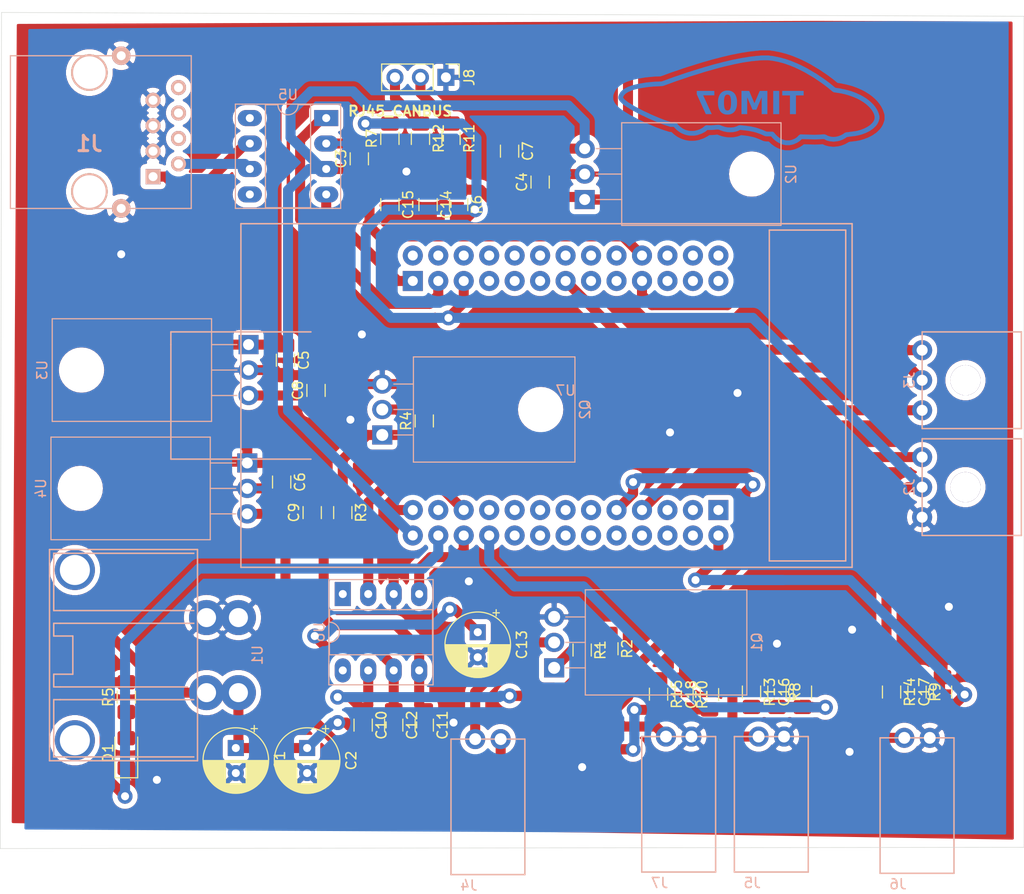
<source format=kicad_pcb>
(kicad_pcb (version 20171130) (host pcbnew "(5.1.0)-1")
  (layers (0 F.Cu signal) (31 B.Cu signal) (34 B.Paste user) (35 F.Paste user) (36 B.SilkS user) (37 F.SilkS user) (38 B.Mask user) (39 F.Mask user) (44 Edge.Cuts user))
  (net 0 "")
  (net 1 GND)
  (net 2 +15V)
  (net 3 +5V)
  (net 4 +5VA)
  (net 5 +12VA)
  (net 6 CLIM_CMD_HPWR)
  (net 7 SERVO_CMD_HPWR)
  (net 8 WIPER_SPEED_1)
  (net 9 WIPER_SPEED_2)
  (net 10 CLIM_SW)
  (net 11 LIGHTS_SW)
  (net 12 BRAKES_SW)
  (net 13 "Net-(D1-Pad2)")
  (net 14 CANH)
  (net 15 CANL)
  (net 16 "Net-(J1-Pad4)")
  (net 17 "Net-(J1-Pad6)")
  (net 18 "Net-(J1-Pad8)")
  (net 19 SIGNAL_POTAR)
  (net 20 +3V3)
  (net 21 "Net-(J3-Pad1)")
  (net 22 PWM_SERVO)
  (net 23 "Net-(J4-Pad1)")
  (net 24 "Net-(J5-Pad1)")
  (net 25 "Net-(J6-Pad1)")
  (net 26 "Net-(J7-Pad1)")
  (net 27 "Net-(J8-Pad2)")
  (net 28 "Net-(J8-Pad3)")
  (net 29 "Net-(Q1-Pad1)")
  (net 30 "Net-(Q2-Pad1)")
  (net 31 "Net-(R5-Pad2)")
  (net 32 CANTX)
  (net 33 CANRX)
  (net 34 "Net-(U5-Pad5)")
  (net 35 "Net-(U5-Pad8)")
  (net 36 "Net-(U6-Pad1)")
  (net 37 CLIM_CMD_LPWR)
  (net 38 SERVO_CMD_LPWR)
  (net 39 "Net-(U6-Pad8)")
  (net 40 "Net-(U7-Pad2)")
  (net 41 "Net-(U7-Pad4)")
  (net 42 "Net-(U7-Pad7)")
  (net 43 "Net-(U7-Pad8)")
  (net 44 "Net-(U7-Pad9)")
  (net 45 "Net-(U7-Pad10)")
  (net 46 "Net-(U7-Pad11)")
  (net 47 "Net-(U7-Pad12)")
  (net 48 "Net-(U7-Pad14)")
  (net 49 "Net-(U7-Pad15)")
  (net 50 "Net-(U7-Pad16)")
  (net 51 "Net-(U7-Pad17)")
  (net 52 "Net-(U7-Pad18)")
  (net 53 "Net-(U7-Pad21)")
  (net 54 "Net-(U7-Pad22)")
  (net 55 "Net-(U7-Pad23)")
  (net 56 "Net-(U7-Pad24)")
  (net 57 "Net-(U7-Pad25)")
  (net 58 "Net-(U7-Pad26)")
  (net 59 "Net-(U7-Pad27)")
  (net 60 "Net-(U7-Pad30)")
  (net 61 "Net-(U7-Pad31)")
  (net 62 "Net-(U7-Pad34)")
  (net 63 "Net-(U7-Pad36)")
  (net 64 "Net-(U7-Pad37)")
  (net 65 "Net-(U7-Pad38)")
  (net 66 "Net-(U7-Pad39)")
  (net 67 "Net-(U7-Pad40)")
  (net 68 "Net-(U7-Pad41)")
  (net 69 "Net-(U7-Pad42)")
  (net 70 "Net-(U7-Pad43)")
  (net 71 "Net-(U7-Pad44)")
  (net 72 "Net-(U7-Pad45)")
  (net 73 "Net-(U7-Pad49)")
  (module Package_TO_SOT_THT:TO-220F-3_Horizontal_TabDown (layer B.Cu) (at 131.572 121.412 90)
    (fp_text reference Q1 (at 2.54 20.22 90) (layer B.SilkS) (effects (justify mirror)))
    (fp_text value IRFZ44Z)
    (pad 1 thru_hole rect (at 0 0 90) (size 1.905 2) (drill 1.2) (layers *.Cu *.Mask) (net 29 "Net-(Q1-Pad1)"))
    (pad 2 thru_hole oval (at 2.54 0 90) (size 1.905 2) (drill 1.2) (layers *.Cu *.Mask) (net 23 "Net-(J4-Pad1)"))
    (pad 3 thru_hole oval (at 5.08 0 90) (size 1.905 2) (drill 1.2) (layers *.Cu *.Mask) (net 1 GND))
  )
  (module Capacitor_SMD:C_1206_3216Metric_Pad1.42x1.75mm_HandSolder (layer F.Cu) (at 130.175 72.9345 90)
    (fp_text reference C4 (at 0 -1.82 90) (layer F.SilkS))
    (fp_text value 330nF)
    (pad 2 smd roundrect (at 1.4875 0 90) (size 1.425 1.75) (layers F.Cu F.Paste F.Mask) (roundrect_rratio 0.175439) (net 1 GND))
    (pad 1 smd roundrect (at -1.4875 0 90) (size 1.425 1.75) (layers F.Cu F.Paste F.Mask) (roundrect_rratio 0.175439) (net 2 +15V))
  )
  (module TIM_Logos_V5:logo_tim07_medium_bottom (layer F.Cu) (at 151.003 64.77)
    (fp_text reference VAL hide)
    (fp_text value REF hide)
    (fp_poly (pts (xy -5.20192 -0.59182) (xy -4.75234 0.3937) (xy -4.30276 1.38176) (xy -4.00558 1.3843) (xy -3.937 1.3843) (xy -3.87604 1.3843) (xy -3.83032 1.3843) (xy -3.79222 1.3843) (xy -3.76174 1.3843) (xy -3.73888 1.38176) (xy -3.72618 1.37922) (xy -3.71856 1.37922) (xy -3.71602 1.37668) (xy -3.7211 1.36906) (xy -3.72872 1.35382) (xy -3.73888 1.32334) (xy -3.75666 1.28778) (xy -3.77698 1.23952) (xy -3.80492 1.18618) (xy -3.83286 1.12268) (xy -3.86334 1.05156) (xy -3.8989 0.97536) (xy -3.937 0.89154) (xy -3.97764 0.80518) (xy -4.02082 0.7112) (xy -4.064 0.61468) (xy -4.10972 0.51562) (xy -4.14274 0.43942) (xy -4.18846 0.33782) (xy -4.23418 0.23876) (xy -4.2799 0.14224) (xy -4.32054 0.0508) (xy -4.35864 -0.03556) (xy -4.39674 -0.11938) (xy -4.42976 -0.19304) (xy -4.46278 -0.25908) (xy -4.48818 -0.32004) (xy -4.51104 -0.37338) (xy -4.53136 -0.41656) (xy -4.5466 -0.45212) (xy -4.5593 -0.47498) (xy -4.56438 -0.49022) (xy -4.56692 -0.49276) (xy -4.5593 -0.49276) (xy -4.54152 -0.49276) (xy -4.51358 -0.49276) (xy -4.47294 -0.49276) (xy -4.42468 -0.4953) (xy -4.37134 -0.4953) (xy -4.30784 -0.4953) (xy -4.23672 -0.4953) (xy -4.16306 -0.4953) (xy -4.08178 -0.4953) (xy -4.01066 -0.4953) (xy -3.4544 -0.4953) (xy -3.4544 -0.71374) (xy -3.4544 -0.93472) (xy -4.32816 -0.93472) (xy -5.20192 -0.93472) (xy -5.20192 -0.76454) (xy -5.20192 -0.59182)) (layer B.Cu) (width 0.00254))
    (fp_poly (pts (xy -0.74422 1.3843) (xy -0.46228 1.3843) (xy -0.1778 1.3843) (xy -0.1778 0.54356) (xy -0.17526 -0.29972) (xy 0.0889 0.3175) (xy 0.35306 0.93726) (xy 0.5461 0.93726) (xy 0.73914 0.93726) (xy 1.0033 0.3175) (xy 1.26746 -0.29972) (xy 1.27 0.54356) (xy 1.27 1.3843) (xy 1.55194 1.3843) (xy 1.83388 1.3843) (xy 1.83388 0.22606) (xy 1.83388 -0.93472) (xy 1.45288 -0.93218) (xy 1.07188 -0.92964) (xy 0.8128 -0.3175) (xy 0.76454 -0.20574) (xy 0.72136 -0.10414) (xy 0.68326 -0.01778) (xy 0.65024 0.06096) (xy 0.6223 0.127) (xy 0.5969 0.18288) (xy 0.57658 0.22606) (xy 0.56134 0.26162) (xy 0.55118 0.28194) (xy 0.5461 0.2921) (xy 0.54102 0.28448) (xy 0.5334 0.2667) (xy 0.5207 0.23876) (xy 0.50546 0.2032) (xy 0.48514 0.15748) (xy 0.46228 0.1016) (xy 0.43688 0.04318) (xy 0.40894 -0.0254) (xy 0.37846 -0.09652) (xy 0.3429 -0.17526) (xy 0.30988 -0.25654) (xy 0.2794 -0.32512) (xy 0.02032 -0.92964) (xy -0.36322 -0.93218) (xy -0.74422 -0.93472) (xy -0.74422 0.22606) (xy -0.74422 1.3843)) (layer B.Cu) (width 0.00254))
    (fp_poly (pts (xy 2.42062 1.3843) (xy 2.7178 1.3843) (xy 3.01498 1.3843) (xy 3.01498 0.22606) (xy 3.01498 -0.93472) (xy 2.7178 -0.93472) (xy 2.42062 -0.93472) (xy 2.42062 0.22606) (xy 2.42062 1.3843)) (layer B.Cu) (width 0.00254))
    (fp_poly (pts (xy 3.31978 -0.4826) (xy 3.70586 -0.4826) (xy 4.0894 -0.4826) (xy 4.0894 0.45212) (xy 4.0894 1.3843) (xy 4.38658 1.3843) (xy 4.6863 1.3843) (xy 4.6863 0.45212) (xy 4.6863 -0.4826) (xy 5.07238 -0.4826) (xy 5.45338 -0.4826) (xy 5.45338 -0.70866) (xy 5.45338 -0.93472) (xy 4.38658 -0.93472) (xy 3.31978 -0.93472) (xy 3.31978 -0.70866) (xy 3.31978 -0.4826)) (layer B.Cu) (width 0.00254))
    (fp_poly (pts (xy -3.09118 0.24892) (xy -3.08864 0.3048) (xy -3.08864 0.36068) (xy -3.0861 0.40894) (xy -3.08356 0.45212) (xy -3.08356 0.48514) (xy -3.08102 0.49022) (xy -3.0607 0.61722) (xy -3.03022 0.7366) (xy -2.99466 0.8509) (xy -2.94894 0.9525) (xy -2.8956 1.04394) (xy -2.83718 1.12776) (xy -2.7686 1.20142) (xy -2.69494 1.26492) (xy -2.61112 1.31826) (xy -2.52476 1.36144) (xy -2.49174 1.37414) (xy -2.49174 0.23622) (xy -2.49174 0.17272) (xy -2.4892 0.11176) (xy -2.4892 0.05334) (xy -2.4892 0.00508) (xy -2.48412 -0.0381) (xy -2.48412 -0.04826) (xy -2.47396 -0.1397) (xy -2.46126 -0.21844) (xy -2.44602 -0.28702) (xy -2.42824 -0.34544) (xy -2.40538 -0.39624) (xy -2.38252 -0.43942) (xy -2.35204 -0.47752) (xy -2.30886 -0.51562) (xy -2.2606 -0.54102) (xy -2.20472 -0.5588) (xy -2.1463 -0.56388) (xy -2.0828 -0.55626) (xy -2.0447 -0.54864) (xy -1.99898 -0.53086) (xy -1.95834 -0.50546) (xy -1.92278 -0.4699) (xy -1.88976 -0.42418) (xy -1.86436 -0.37084) (xy -1.8415 -0.30734) (xy -1.82372 -0.23368) (xy -1.80848 -0.14478) (xy -1.79578 -0.04826) (xy -1.79324 -0.01016) (xy -1.7907 0.0381) (xy -1.7907 0.09398) (xy -1.78816 0.1524) (xy -1.78816 0.21844) (xy -1.78816 0.2794) (xy -1.7907 0.3429) (xy -1.7907 0.40132) (xy -1.79324 0.44958) (xy -1.79578 0.49276) (xy -1.79578 0.50038) (xy -1.80848 0.59944) (xy -1.82118 0.68326) (xy -1.83896 0.75692) (xy -1.86182 0.82042) (xy -1.88722 0.87376) (xy -1.91516 0.91694) (xy -1.94818 0.9525) (xy -1.97866 0.9779) (xy -2.01422 0.99568) (xy -2.05486 1.00838) (xy -2.0955 1.01854) (xy -2.10058 1.01854) (xy -2.12598 1.01854) (xy -2.16154 1.01854) (xy -2.19964 1.01346) (xy -2.23012 1.00838) (xy -2.24536 1.0033) (xy -2.29108 0.98298) (xy -2.32918 0.95758) (xy -2.36474 0.91948) (xy -2.39268 0.87376) (xy -2.42062 0.82042) (xy -2.44094 0.75692) (xy -2.45872 0.68326) (xy -2.47396 0.5969) (xy -2.48412 0.50038) (xy -2.48666 0.46482) (xy -2.4892 0.41656) (xy -2.4892 0.36068) (xy -2.49174 0.29972) (xy -2.49174 0.23622) (xy -2.49174 1.37414) (xy -2.47396 1.37922) (xy -2.42824 1.39192) (xy -2.38506 1.40462) (xy -2.34442 1.41478) (xy -2.2987 1.41986) (xy -2.2479 1.4224) (xy -2.18948 1.42494) (xy -2.16154 1.42494) (xy -2.1209 1.42748) (xy -2.08534 1.42748) (xy -2.05232 1.42748) (xy -2.02692 1.42494) (xy -2.01168 1.42494) (xy -2.00914 1.42494) (xy -1.91008 1.40716) (xy -1.82118 1.3843) (xy -1.7399 1.35382) (xy -1.66624 1.31572) (xy -1.59766 1.27254) (xy -1.53416 1.22174) (xy -1.4986 1.18618) (xy -1.43002 1.10998) (xy -1.36906 1.02362) (xy -1.31826 0.9271) (xy -1.27508 0.82042) (xy -1.23952 0.70612) (xy -1.21412 0.57912) (xy -1.19888 0.49022) (xy -1.19634 0.45974) (xy -1.1938 0.4191) (xy -1.1938 0.37084) (xy -1.19126 0.3175) (xy -1.19126 0.26416) (xy -1.19126 0.2032) (xy -1.19126 0.14732) (xy -1.1938 0.09398) (xy -1.1938 0.04572) (xy -1.19634 0.00508) (xy -1.19888 -0.02794) (xy -1.19888 -0.03302) (xy -1.22174 -0.16002) (xy -1.24968 -0.2794) (xy -1.28524 -0.38862) (xy -1.32588 -0.48514) (xy -1.37668 -0.57658) (xy -1.43256 -0.65786) (xy -1.4986 -0.72898) (xy -1.4986 -0.73152) (xy -1.56718 -0.79248) (xy -1.64338 -0.84582) (xy -1.72212 -0.889) (xy -1.81102 -0.92456) (xy -1.90754 -0.94996) (xy -1.94056 -0.95758) (xy -1.97358 -0.96266) (xy -2.0193 -0.9652) (xy -2.0701 -0.96774) (xy -2.12344 -0.97028) (xy -2.17932 -0.97028) (xy -2.23266 -0.96774) (xy -2.28092 -0.9652) (xy -2.32156 -0.96012) (xy -2.33934 -0.95758) (xy -2.4384 -0.93472) (xy -2.52984 -0.9017) (xy -2.61112 -0.86106) (xy -2.68732 -0.8128) (xy -2.7559 -0.75438) (xy -2.7813 -0.73152) (xy -2.84734 -0.65786) (xy -2.90322 -0.57658) (xy -2.95402 -0.48514) (xy -2.9972 -0.38608) (xy -3.03022 -0.2794) (xy -3.0607 -0.15748) (xy -3.08102 -0.03302) (xy -3.08356 -0.00508) (xy -3.0861 0.03556) (xy -3.08864 0.08128) (xy -3.08864 0.13462) (xy -3.09118 0.1905) (xy -3.09118 0.24892)) (layer B.Cu) (width 0.00254))
    (fp_poly (pts (xy -13.02512 -0.2794) (xy -13.02512 -0.23368) (xy -13.02512 -0.2032) (xy -13.02258 -0.18034) (xy -13.02258 -0.1651) (xy -13.02004 -0.1524) (xy -13.0175 -0.14986) (xy -13.01242 -0.14478) (xy -13.00988 -0.14224) (xy -12.99972 -0.13462) (xy -12.9921 -0.11938) (xy -12.98194 -0.09398) (xy -12.98194 -0.09144) (xy -12.97432 -0.06604) (xy -12.9667 -0.04318) (xy -12.95908 -0.02794) (xy -12.9286 0.01524) (xy -12.89304 0.06604) (xy -12.84986 0.11684) (xy -12.8016 0.17272) (xy -12.74826 0.22606) (xy -12.69238 0.2794) (xy -12.65174 0.32004) (xy -12.61618 0.35306) (xy -12.58824 0.37846) (xy -12.56538 0.39878) (xy -12.5476 0.41402) (xy -12.54506 0.41656) (xy -12.54506 -0.30226) (xy -12.5349 -0.3429) (xy -12.51712 -0.38608) (xy -12.5095 -0.40386) (xy -12.49426 -0.4318) (xy -12.47648 -0.45974) (xy -12.46378 -0.4826) (xy -12.46378 -0.48514) (xy -12.45362 -0.50038) (xy -12.43838 -0.51562) (xy -12.41806 -0.53848) (xy -12.3952 -0.56642) (xy -12.36726 -0.59182) (xy -12.34186 -0.61722) (xy -12.319 -0.64262) (xy -12.29614 -0.66294) (xy -12.2809 -0.67818) (xy -12.27074 -0.6858) (xy -12.2682 -0.6858) (xy -12.26058 -0.69088) (xy -12.24534 -0.6985) (xy -12.22502 -0.7112) (xy -12.20724 -0.72136) (xy -12.18184 -0.73914) (xy -12.15898 -0.75438) (xy -12.1412 -0.76708) (xy -12.13358 -0.77216) (xy -12.11326 -0.78232) (xy -12.09294 -0.79756) (xy -12.0904 -0.79756) (xy -12.07262 -0.80772) (xy -12.05484 -0.81534) (xy -12.0523 -0.81534) (xy -12.03706 -0.82296) (xy -12.01928 -0.83312) (xy -12.00658 -0.8382) (xy -11.9888 -0.8509) (xy -11.97102 -0.85852) (xy -11.9634 -0.86106) (xy -11.95578 -0.8636) (xy -11.94562 -0.86614) (xy -11.93038 -0.87376) (xy -11.90752 -0.88392) (xy -11.87704 -0.89662) (xy -11.83894 -0.9144) (xy -11.82116 -0.92456) (xy -11.79576 -0.93472) (xy -11.7729 -0.94488) (xy -11.75512 -0.94996) (xy -11.73734 -0.95504) (xy -11.71448 -0.9652) (xy -11.69416 -0.97282) (xy -11.6713 -0.98044) (xy -11.65606 -0.98806) (xy -11.64336 -0.9906) (xy -11.6332 -0.99568) (xy -11.61288 -1.00076) (xy -11.60272 -1.00584) (xy -11.57732 -1.01854) (xy -11.54938 -1.02616) (xy -11.54176 -1.0287) (xy -11.5189 -1.03378) (xy -11.49096 -1.0414) (xy -11.46302 -1.05156) (xy -11.43508 -1.05918) (xy -11.39952 -1.06934) (xy -11.36396 -1.0795) (xy -11.35126 -1.08204) (xy -11.31824 -1.08966) (xy -11.28268 -1.09982) (xy -11.2522 -1.10744) (xy -11.24458 -1.10998) (xy -11.22172 -1.1176) (xy -11.1887 -1.12522) (xy -11.1506 -1.13284) (xy -11.10742 -1.143) (xy -11.06678 -1.15316) (xy -11.02614 -1.16078) (xy -10.99312 -1.16586) (xy -10.96772 -1.17094) (xy -10.9601 -1.17094) (xy -10.93978 -1.17602) (xy -10.91438 -1.1811) (xy -10.88644 -1.18872) (xy -10.87374 -1.19126) (xy -10.84072 -1.19888) (xy -10.80262 -1.2065) (xy -10.76452 -1.20904) (xy -10.74928 -1.21412) (xy -10.71118 -1.21666) (xy -10.668 -1.22428) (xy -10.62736 -1.2319) (xy -10.61466 -1.23444) (xy -10.5791 -1.24206) (xy -10.53592 -1.24968) (xy -10.49782 -1.25476) (xy -10.48766 -1.25476) (xy -10.4521 -1.2573) (xy -10.41146 -1.26238) (xy -10.37082 -1.27) (xy -10.35812 -1.27508) (xy -10.3251 -1.28016) (xy -10.28446 -1.28524) (xy -10.24382 -1.29286) (xy -10.20064 -1.29794) (xy -10.19048 -1.30048) (xy -10.15238 -1.30302) (xy -10.11428 -1.3081) (xy -10.08126 -1.31318) (xy -10.05586 -1.31572) (xy -10.04824 -1.31826) (xy -10.00252 -1.32588) (xy -9.94156 -1.33096) (xy -9.87552 -1.33858) (xy -9.80186 -1.34366) (xy -9.78916 -1.34366) (xy -9.71296 -1.34874) (xy -9.63422 -1.3589) (xy -9.56818 -1.36906) (xy -9.55802 -1.36906) (xy -9.5377 -1.3716) (xy -9.50722 -1.37414) (xy -9.46912 -1.37414) (xy -9.42594 -1.37668) (xy -9.38022 -1.37668) (xy -9.37006 -1.37668) (xy -9.29132 -1.38176) (xy -9.22528 -1.3843) (xy -9.16432 -1.3843) (xy -9.11606 -1.38684) (xy -9.07034 -1.38938) (xy -9.0297 -1.39192) (xy -8.9916 -1.39446) (xy -8.95604 -1.397) (xy -8.91794 -1.39954) (xy -8.90524 -1.39954) (xy -8.85952 -1.40462) (xy -8.80618 -1.40716) (xy -8.75284 -1.41224) (xy -8.70458 -1.41478) (xy -8.69442 -1.41478) (xy -8.64616 -1.41986) (xy -8.60806 -1.4224) (xy -8.58012 -1.43002) (xy -8.55726 -1.4351) (xy -8.55472 -1.43764) (xy -8.52932 -1.44526) (xy -8.49884 -1.45288) (xy -8.4709 -1.46304) (xy -8.4455 -1.47066) (xy -8.4201 -1.48082) (xy -8.40486 -1.48844) (xy -8.40232 -1.48844) (xy -8.38708 -1.49606) (xy -8.36422 -1.50622) (xy -8.33882 -1.51384) (xy -8.33628 -1.51384) (xy -8.21944 -1.55448) (xy -8.1026 -1.59766) (xy -8.08228 -1.60528) (xy -8.04926 -1.61544) (xy -8.0137 -1.62814) (xy -7.98068 -1.64084) (xy -7.95528 -1.64846) (xy -7.92988 -1.65608) (xy -7.9121 -1.6637) (xy -7.8994 -1.66878) (xy -7.88924 -1.67386) (xy -7.86892 -1.68148) (xy -7.84606 -1.6891) (xy -7.81812 -1.69672) (xy -7.79018 -1.70942) (xy -7.76986 -1.71958) (xy -7.74954 -1.7272) (xy -7.73176 -1.73482) (xy -7.7216 -1.73482) (xy -7.70636 -1.73736) (xy -7.68604 -1.74498) (xy -7.67588 -1.75006) (xy -7.65048 -1.76022) (xy -7.62508 -1.77038) (xy -7.60984 -1.77546) (xy -7.5819 -1.78308) (xy -7.5565 -1.79324) (xy -7.5438 -1.80086) (xy -7.5184 -1.81102) (xy -7.493 -1.81864) (xy -7.48538 -1.82372) (xy -7.46252 -1.8288) (xy -7.4422 -1.83642) (xy -7.43458 -1.8415) (xy -7.41934 -1.84658) (xy -7.39394 -1.8542) (xy -7.38124 -1.85674) (xy -7.35584 -1.86436) (xy -7.33298 -1.87452) (xy -7.32282 -1.8796) (xy -7.30504 -1.88722) (xy -7.27456 -1.89992) (xy -7.23646 -1.91262) (xy -7.19582 -1.92786) (xy -7.15264 -1.94056) (xy -7.14502 -1.9431) (xy -7.12978 -1.94818) (xy -7.10184 -1.9558) (xy -7.06882 -1.9685) (xy -7.02564 -1.9812) (xy -6.97992 -1.99898) (xy -6.92912 -2.01676) (xy -6.87832 -2.032) (xy -6.82498 -2.04978) (xy -6.77164 -2.06756) (xy -6.72592 -2.08534) (xy -6.68274 -2.09804) (xy -6.64718 -2.1082) (xy -6.61924 -2.11582) (xy -6.604 -2.12344) (xy -6.5786 -2.13106) (xy -6.5532 -2.13868) (xy -6.53542 -2.1463) (xy -6.51256 -2.15646) (xy -6.48716 -2.16408) (xy -6.47446 -2.16662) (xy -6.44906 -2.17424) (xy -6.42112 -2.1844) (xy -6.4135 -2.18948) (xy -6.39064 -2.19964) (xy -6.3627 -2.20726) (xy -6.34746 -2.2098) (xy -6.32206 -2.21488) (xy -6.2992 -2.2225) (xy -6.29158 -2.23012) (xy -6.2738 -2.23774) (xy -6.25094 -2.24536) (xy -6.23062 -2.25298) (xy -6.20014 -2.2606) (xy -6.17474 -2.26822) (xy -6.15696 -2.27584) (xy -6.13156 -2.286) (xy -6.1087 -2.29362) (xy -6.10108 -2.29616) (xy -6.07822 -2.30124) (xy -6.05282 -2.3114) (xy -6.04774 -2.31394) (xy -6.02742 -2.32156) (xy -6.00202 -2.32918) (xy -5.98678 -2.33426) (xy -5.96138 -2.34188) (xy -5.93598 -2.35204) (xy -5.92582 -2.35712) (xy -5.9055 -2.36474) (xy -5.8801 -2.37236) (xy -5.86232 -2.37744) (xy -5.83438 -2.38506) (xy -5.80136 -2.39522) (xy -5.77342 -2.40538) (xy -5.74548 -2.413) (xy -5.71246 -2.42062) (xy -5.6769 -2.43332) (xy -5.64896 -2.44348) (xy -5.6134 -2.4511) (xy -5.58292 -2.4638) (xy -5.55244 -2.47396) (xy -5.53466 -2.47904) (xy -5.5118 -2.48412) (xy -5.48386 -2.49428) (xy -5.4483 -2.50444) (xy -5.4229 -2.50952) (xy -5.39242 -2.51968) (xy -5.36194 -2.5273) (xy -5.33654 -2.53492) (xy -5.32384 -2.54254) (xy -5.30098 -2.55016) (xy -5.27304 -2.55778) (xy -5.25526 -2.56286) (xy -5.22986 -2.56794) (xy -5.20954 -2.57556) (xy -5.1943 -2.58064) (xy -5.1816 -2.58826) (xy -5.15874 -2.59334) (xy -5.13334 -2.59842) (xy -5.1308 -2.60096) (xy -5.10286 -2.60858) (xy -5.07238 -2.6162) (xy -5.04952 -2.62636) (xy -5.02666 -2.63398) (xy -5.00126 -2.6416) (xy -4.9911 -2.64414) (xy -4.97078 -2.64922) (xy -4.94284 -2.65684) (xy -4.91998 -2.667) (xy -4.89712 -2.67716) (xy -4.86664 -2.68478) (xy -4.84886 -2.68732) (xy -4.826 -2.69494) (xy -4.79806 -2.70256) (xy -4.78282 -2.71018) (xy -4.75742 -2.7178) (xy -4.72948 -2.72542) (xy -4.71424 -2.7305) (xy -4.6863 -2.73812) (xy -4.65836 -2.74828) (xy -4.65074 -2.75336) (xy -4.62534 -2.76352) (xy -4.5974 -2.77114) (xy -4.57708 -2.77622) (xy -4.55422 -2.7813) (xy -4.52882 -2.78892) (xy -4.51612 -2.794) (xy -4.4958 -2.80162) (xy -4.4704 -2.80924) (xy -4.45516 -2.81432) (xy -4.42976 -2.8194) (xy -4.40436 -2.82702) (xy -4.39166 -2.8321) (xy -4.37896 -2.83718) (xy -4.35356 -2.8448) (xy -4.32308 -2.85496) (xy -4.28498 -2.86512) (xy -4.24688 -2.87782) (xy -4.24434 -2.87782) (xy -4.2037 -2.88798) (xy -4.15798 -2.90068) (xy -4.1148 -2.91338) (xy -4.07924 -2.92354) (xy -4.05384 -2.93116) (xy -4.02336 -2.93878) (xy -3.99796 -2.9464) (xy -3.9751 -2.95402) (xy -3.9624 -2.95656) (xy -3.94462 -2.96164) (xy -3.92176 -2.96672) (xy -3.89636 -2.97688) (xy -3.89128 -2.97688) (xy -3.86588 -2.9845) (xy -3.83794 -2.99212) (xy -3.81762 -2.99466) (xy -3.81508 -2.99466) (xy -3.79476 -2.99974) (xy -3.76936 -3.00736) (xy -3.74904 -3.01498) (xy -3.72364 -3.0226) (xy -3.69062 -3.03276) (xy -3.66522 -3.03784) (xy -3.63982 -3.04546) (xy -3.61188 -3.05308) (xy -3.5941 -3.0607) (xy -3.57124 -3.06832) (xy -3.5433 -3.07594) (xy -3.5306 -3.07594) (xy -3.5052 -3.08356) (xy -3.47472 -3.09118) (xy -3.45948 -3.0988) (xy -3.43408 -3.10642) (xy -3.4036 -3.11404) (xy -3.37312 -3.12166) (xy -3.3655 -3.1242) (xy -3.33756 -3.12928) (xy -3.30708 -3.13944) (xy -3.28422 -3.14706) (xy -3.28168 -3.1496) (xy -3.25628 -3.15722) (xy -3.22834 -3.16484) (xy -3.20294 -3.16738) (xy -3.175 -3.175) (xy -3.15214 -3.18008) (xy -3.1369 -3.18516) (xy -3.12166 -3.19024) (xy -3.0988 -3.19786) (xy -3.07086 -3.20548) (xy -3.06578 -3.20548) (xy -3.0353 -3.2131) (xy -3.00228 -3.22072) (xy -2.97688 -3.22834) (xy -2.9464 -3.2385) (xy -2.91338 -3.24866) (xy -2.89306 -3.2512) (xy -2.86258 -3.25882) (xy -2.83718 -3.26644) (xy -2.8194 -3.27152) (xy -2.794 -3.27914) (xy -2.76606 -3.28676) (xy -2.75844 -3.28676) (xy -2.74066 -3.2893) (xy -2.71272 -3.29692) (xy -2.6797 -3.30454) (xy -2.65684 -3.31216) (xy -2.6289 -3.31978) (xy -2.5908 -3.32994) (xy -2.54762 -3.3401) (xy -2.5019 -3.35026) (xy -2.45872 -3.36296) (xy -2.41554 -3.37312) (xy -2.37236 -3.38074) (xy -2.33426 -3.3909) (xy -2.30124 -3.39852) (xy -2.27838 -3.4036) (xy -2.27584 -3.4036) (xy -2.24536 -3.41376) (xy -2.2098 -3.42138) (xy -2.18186 -3.42646) (xy -2.15392 -3.43408) (xy -2.12344 -3.4417) (xy -2.08788 -3.44932) (xy -2.07264 -3.45186) (xy -2.03962 -3.45948) (xy -2.00914 -3.4671) (xy -1.9812 -3.47218) (xy -1.97104 -3.47218) (xy -1.9431 -3.4798) (xy -1.91008 -3.48742) (xy -1.88722 -3.49504) (xy -1.85928 -3.50266) (xy -1.82626 -3.51028) (xy -1.79324 -3.5179) (xy -1.7653 -3.52298) (xy -1.73482 -3.5306) (xy -1.71196 -3.53822) (xy -1.70942 -3.53822) (xy -1.6891 -3.5433) (xy -1.65862 -3.55092) (xy -1.62814 -3.556) (xy -1.62306 -3.556) (xy -1.59766 -3.56108) (xy -1.57226 -3.56362) (xy -1.55448 -3.57124) (xy -1.55194 -3.57124) (xy -1.52908 -3.5814) (xy -1.4986 -3.58902) (xy -1.4605 -3.59664) (xy -1.42748 -3.60172) (xy -1.39446 -3.6068) (xy -1.36144 -3.61188) (xy -1.33604 -3.6195) (xy -1.33096 -3.62204) (xy -1.3081 -3.62712) (xy -1.27762 -3.63474) (xy -1.24206 -3.63982) (xy -1.22428 -3.64236) (xy -1.19126 -3.64744) (xy -1.1557 -3.65506) (xy -1.12776 -3.66014) (xy -1.11506 -3.66268) (xy -1.08712 -3.6703) (xy -1.05664 -3.67792) (xy -1.02362 -3.683) (xy -1.02108 -3.683) (xy -0.98806 -3.68808) (xy -0.94996 -3.6957) (xy -0.91694 -3.70586) (xy -0.9144 -3.70586) (xy -0.88138 -3.71602) (xy -0.85344 -3.7211) (xy -0.8255 -3.72618) (xy -0.79248 -3.73126) (xy -0.78486 -3.73126) (xy -0.762 -3.7338) (xy -0.73406 -3.73888) (xy -0.70612 -3.7465) (xy -0.67564 -3.75412) (xy -0.64516 -3.7592) (xy -0.6223 -3.76174) (xy -0.60706 -3.76428) (xy -0.58166 -3.76936) (xy -0.5461 -3.77444) (xy -0.50546 -3.77952) (xy -0.46228 -3.78714) (xy -0.41656 -3.79476) (xy -0.37084 -3.80238) (xy -0.32512 -3.81) (xy -0.28448 -3.81508) (xy -0.24892 -3.8227) (xy -0.22606 -3.8227) (xy -0.21082 -3.82524) (xy -0.19304 -3.83032) (xy -0.1651 -3.83286) (xy -0.12954 -3.83794) (xy -0.09144 -3.84302) (xy -0.05842 -3.8481) (xy -0.01778 -3.85318) (xy 0.02286 -3.8608) (xy 0.05842 -3.86588) (xy 0.08382 -3.86842) (xy 0.09906 -3.87096) (xy 0.12446 -3.87604) (xy 0.15748 -3.88112) (xy 0.18796 -3.8862) (xy 0.21082 -3.89128) (xy 0.23114 -3.89636) (xy 0.254 -3.8989) (xy 0.2794 -3.90144) (xy 0.30988 -3.90652) (xy 0.34798 -3.90652) (xy 0.39878 -3.9116) (xy 0.41402 -3.91414) (xy 0.45974 -3.91414) (xy 0.49276 -3.91922) (xy 0.52324 -3.92176) (xy 0.5461 -3.92176) (xy 0.56896 -3.92684) (xy 0.59182 -3.92938) (xy 0.5969 -3.92938) (xy 0.61468 -3.93446) (xy 0.63246 -3.937) (xy 0.65278 -3.937) (xy 0.68072 -3.93954) (xy 0.71374 -3.94462) (xy 0.75438 -3.94462) (xy 0.80772 -3.9497) (xy 0.81534 -3.9497) (xy 0.85598 -3.95224) (xy 0.89662 -3.95732) (xy 0.93472 -3.95986) (xy 0.9652 -3.96494) (xy 0.97282 -3.96748) (xy 0.9906 -3.96748) (xy 1.01092 -3.97002) (xy 1.03378 -3.97256) (xy 1.05918 -3.9751) (xy 1.08966 -3.97764) (xy 1.12776 -3.97764) (xy 1.17094 -3.98018) (xy 1.22428 -3.98272) (xy 1.28524 -3.98272) (xy 1.3589 -3.98526) (xy 1.44272 -3.9878) (xy 1.46304 -3.99034) (xy 1.58242 -3.99034) (xy 1.6891 -3.99034) (xy 1.7907 -3.99034) (xy 1.8796 -3.99034) (xy 1.95834 -3.98526) (xy 2.02438 -3.98018) (xy 2.08026 -3.9751) (xy 2.11074 -3.96748) (xy 2.14376 -3.96494) (xy 2.18186 -3.95986) (xy 2.2225 -3.95224) (xy 2.26568 -3.9497) (xy 2.27076 -3.9497) (xy 2.3114 -3.94462) (xy 2.35204 -3.94208) (xy 2.38252 -3.937) (xy 2.40538 -3.92938) (xy 2.43332 -3.9243) (xy 2.46634 -3.91922) (xy 2.49936 -3.91414) (xy 2.50444 -3.9116) (xy 2.54 -3.90652) (xy 2.58064 -3.8989) (xy 2.6162 -3.89128) (xy 2.61874 -3.89128) (xy 2.64922 -3.88366) (xy 2.67716 -3.87604) (xy 2.70002 -3.87096) (xy 2.7051 -3.87096) (xy 2.7305 -3.86842) (xy 2.76352 -3.8608) (xy 2.79908 -3.85318) (xy 2.83972 -3.84556) (xy 2.88544 -3.83794) (xy 2.92608 -3.82778) (xy 2.96418 -3.82016) (xy 2.9972 -3.81254) (xy 3.0226 -3.80746) (xy 3.04038 -3.79984) (xy 3.04292 -3.79984) (xy 3.0607 -3.79476) (xy 3.08864 -3.7846) (xy 3.12166 -3.77698) (xy 3.1623 -3.76682) (xy 3.2004 -3.75412) (xy 3.2385 -3.7465) (xy 3.27152 -3.73888) (xy 3.2766 -3.73634) (xy 3.30708 -3.72872) (xy 3.33756 -3.7211) (xy 3.35788 -3.71602) (xy 3.38074 -3.7084) (xy 3.41122 -3.69824) (xy 3.44424 -3.68808) (xy 3.45186 -3.68554) (xy 3.4798 -3.67792) (xy 3.51028 -3.6703) (xy 3.53314 -3.66268) (xy 3.53822 -3.66014) (xy 3.56108 -3.64998) (xy 3.58648 -3.64236) (xy 3.59156 -3.64236) (xy 3.61188 -3.63728) (xy 3.63728 -3.62712) (xy 3.6449 -3.62458) (xy 3.6703 -3.61442) (xy 3.6957 -3.60426) (xy 3.7084 -3.60172) (xy 3.7338 -3.5941) (xy 3.76174 -3.58394) (xy 3.76936 -3.57886) (xy 3.79222 -3.5687) (xy 3.82016 -3.55854) (xy 3.83286 -3.556) (xy 3.85826 -3.54838) (xy 3.88112 -3.54076) (xy 3.89128 -3.53822) (xy 3.90652 -3.5306) (xy 3.92938 -3.52298) (xy 3.94462 -3.5179) (xy 3.96748 -3.51028) (xy 3.99796 -3.50012) (xy 4.01574 -3.4925) (xy 4.03606 -3.48234) (xy 4.05384 -3.47726) (xy 4.064 -3.47218) (xy 4.07162 -3.47218) (xy 4.0894 -3.46456) (xy 4.11226 -3.45694) (xy 4.14274 -3.44678) (xy 4.17068 -3.43408) (xy 4.19608 -3.42392) (xy 4.21894 -3.41376) (xy 4.23418 -3.40868) (xy 4.23418 -3.40614) (xy 4.24942 -3.40106) (xy 4.26974 -3.3909) (xy 4.29514 -3.38074) (xy 4.3053 -3.3782) (xy 4.35102 -3.36042) (xy 4.38658 -3.34772) (xy 4.41706 -3.33502) (xy 4.43738 -3.3274) (xy 4.45516 -3.31978) (xy 4.47294 -3.31216) (xy 4.48056 -3.30962) (xy 4.50088 -3.29946) (xy 4.51612 -3.29184) (xy 4.52628 -3.2893) (xy 4.53898 -3.28676) (xy 4.55422 -3.28168) (xy 4.56946 -3.27406) (xy 4.59232 -3.26136) (xy 4.62026 -3.2512) (xy 4.63042 -3.24612) (xy 4.65074 -3.23596) (xy 4.66852 -3.22834) (xy 4.6736 -3.22326) (xy 4.69138 -3.2131) (xy 4.71424 -3.20294) (xy 4.73964 -3.19024) (xy 4.76504 -3.18008) (xy 4.78536 -3.16992) (xy 4.79806 -3.16484) (xy 4.80568 -3.1623) (xy 4.8133 -3.15976) (xy 4.82854 -3.15214) (xy 4.83362 -3.14706) (xy 4.85394 -3.1369) (xy 4.87934 -3.12674) (xy 4.8895 -3.12166) (xy 4.90728 -3.11404) (xy 4.92252 -3.10642) (xy 4.9276 -3.10134) (xy 4.93776 -3.09626) (xy 4.95554 -3.08864) (xy 4.97586 -3.08102) (xy 4.99618 -3.07086) (xy 5.01396 -3.06324) (xy 5.02412 -3.05816) (xy 5.03428 -3.05054) (xy 5.03936 -3.048) (xy 5.04698 -3.04546) (xy 5.06476 -3.03784) (xy 5.08762 -3.02514) (xy 5.12064 -3.0099) (xy 5.15874 -2.99212) (xy 5.20192 -2.96926) (xy 5.24764 -2.9464) (xy 5.29336 -2.92354) (xy 5.33908 -2.90068) (xy 5.38226 -2.87782) (xy 5.4229 -2.8575) (xy 5.45846 -2.83972) (xy 5.4864 -2.82448) (xy 5.50926 -2.81178) (xy 5.5372 -2.79654) (xy 5.56006 -2.78384) (xy 5.58292 -2.77368) (xy 5.58546 -2.77114) (xy 5.60578 -2.76352) (xy 5.62102 -2.75336) (xy 5.62356 -2.75082) (xy 5.6388 -2.74066) (xy 5.6642 -2.72542) (xy 5.69468 -2.70764) (xy 5.7277 -2.68732) (xy 5.74802 -2.6797) (xy 5.76072 -2.66954) (xy 5.7658 -2.66446) (xy 5.77596 -2.65684) (xy 5.79374 -2.64922) (xy 5.81152 -2.63906) (xy 5.83184 -2.62636) (xy 5.83692 -2.62128) (xy 5.85216 -2.61112) (xy 5.86232 -2.6035) (xy 5.86486 -2.6035) (xy 5.87248 -2.60096) (xy 5.88772 -2.59334) (xy 5.90804 -2.58064) (xy 5.9309 -2.56794) (xy 5.95122 -2.55524) (xy 5.97154 -2.54254) (xy 5.97916 -2.53746) (xy 5.9944 -2.5273) (xy 6.01472 -2.5146) (xy 6.04012 -2.5019) (xy 6.05536 -2.49174) (xy 6.0833 -2.47904) (xy 6.1087 -2.4638) (xy 6.12648 -2.4511) (xy 6.1341 -2.44856) (xy 6.15188 -2.4384) (xy 6.17474 -2.4257) (xy 6.20014 -2.41046) (xy 6.20522 -2.40538) (xy 6.23062 -2.39014) (xy 6.25856 -2.3749) (xy 6.28142 -2.35966) (xy 6.28396 -2.35966) (xy 6.30428 -2.34696) (xy 6.32206 -2.3368) (xy 6.33222 -2.32918) (xy 6.37032 -2.30632) (xy 6.40588 -2.28346) (xy 6.41096 -2.28346) (xy 6.42874 -2.27076) (xy 6.4516 -2.25806) (xy 6.46176 -2.25298) (xy 6.48208 -2.23774) (xy 6.50494 -2.22758) (xy 6.51256 -2.2225) (xy 6.53288 -2.20726) (xy 6.55066 -2.1971) (xy 6.5659 -2.18694) (xy 6.58876 -2.16916) (xy 6.62178 -2.14884) (xy 6.65988 -2.12344) (xy 6.70306 -2.09296) (xy 6.75132 -2.06248) (xy 6.80212 -2.02692) (xy 6.85546 -1.99136) (xy 6.90626 -1.9558) (xy 6.9469 -1.92786) (xy 6.97992 -1.905) (xy 7.01548 -1.8796) (xy 7.05358 -1.85674) (xy 7.06882 -1.84404) (xy 7.09422 -1.82626) (xy 7.11708 -1.81102) (xy 7.13486 -1.79832) (xy 7.14502 -1.79324) (xy 7.15772 -1.78308) (xy 7.17804 -1.77038) (xy 7.19836 -1.75768) (xy 7.22122 -1.7399) (xy 7.2517 -1.71958) (xy 7.2771 -1.69926) (xy 7.28218 -1.69672) (xy 7.30504 -1.67894) (xy 7.32536 -1.66624) (xy 7.3406 -1.65354) (xy 7.34314 -1.651) (xy 7.3533 -1.64338) (xy 7.37362 -1.63068) (xy 7.39394 -1.6129) (xy 7.4041 -1.60782) (xy 7.42696 -1.59004) (xy 7.44982 -1.5748) (xy 7.46506 -1.5621) (xy 7.4676 -1.55956) (xy 7.4803 -1.5494) (xy 7.50316 -1.53416) (xy 7.52348 -1.52146) (xy 7.54888 -1.50114) (xy 7.57428 -1.48082) (xy 7.59206 -1.46812) (xy 7.60984 -1.45288) (xy 7.63016 -1.43764) (xy 7.64032 -1.43002) (xy 7.65556 -1.41986) (xy 7.67334 -1.40716) (xy 7.67842 -1.39954) (xy 7.7089 -1.37668) (xy 7.72668 -1.36144) (xy 7.74192 -1.35128) (xy 7.75462 -1.34366) (xy 7.7597 -1.33858) (xy 7.77494 -1.33096) (xy 7.79272 -1.31826) (xy 7.80034 -1.31064) (xy 7.82066 -1.2954) (xy 7.83844 -1.2827) (xy 7.84352 -1.27762) (xy 7.89178 -1.23698) (xy 7.94766 -1.19126) (xy 8.00862 -1.14046) (xy 8.07466 -1.08712) (xy 8.1407 -1.03378) (xy 8.2042 -0.98044) (xy 8.24738 -0.94234) (xy 8.27278 -0.92202) (xy 8.29564 -0.90424) (xy 8.31596 -0.889) (xy 8.32358 -0.88138) (xy 8.3439 -0.86614) (xy 8.36676 -0.84836) (xy 8.37184 -0.84328) (xy 8.38962 -0.83312) (xy 8.4074 -0.82296) (xy 8.41248 -0.82042) (xy 8.43026 -0.81534) (xy 8.44804 -0.80772) (xy 8.4582 -0.80518) (xy 8.47852 -0.79502) (xy 8.49376 -0.78994) (xy 8.51662 -0.78486) (xy 8.5471 -0.78232) (xy 8.5852 -0.77724) (xy 8.58774 -0.77724) (xy 8.61568 -0.7747) (xy 8.65124 -0.76962) (xy 8.68934 -0.76454) (xy 8.71474 -0.75946) (xy 8.75284 -0.75184) (xy 8.79602 -0.74422) (xy 8.83412 -0.73914) (xy 8.85444 -0.7366) (xy 8.88746 -0.73406) (xy 8.91794 -0.72898) (xy 8.95096 -0.7239) (xy 8.98652 -0.71882) (xy 9.03224 -0.7112) (xy 9.08558 -0.6985) (xy 9.08812 -0.6985) (xy 9.1186 -0.69342) (xy 9.14654 -0.69088) (xy 9.1694 -0.68326) (xy 9.17956 -0.68326) (xy 9.19988 -0.68072) (xy 9.22528 -0.67564) (xy 9.2456 -0.66802) (xy 9.26592 -0.66548) (xy 9.2964 -0.65786) (xy 9.33196 -0.65024) (xy 9.37006 -0.64262) (xy 9.38784 -0.63754) (xy 9.45134 -0.62484) (xy 9.50214 -0.61468) (xy 9.54532 -0.60452) (xy 9.5758 -0.5969) (xy 9.60374 -0.59182) (xy 9.62406 -0.5842) (xy 9.64184 -0.57912) (xy 9.65454 -0.57658) (xy 9.65962 -0.57404) (xy 9.68756 -0.56388) (xy 9.71804 -0.55626) (xy 9.73328 -0.55372) (xy 9.76122 -0.5461) (xy 9.7917 -0.53848) (xy 9.8044 -0.53086) (xy 9.83234 -0.52324) (xy 9.86028 -0.51562) (xy 9.88314 -0.508) (xy 9.90854 -0.50292) (xy 9.9314 -0.49784) (xy 9.9441 -0.49276) (xy 9.9568 -0.48768) (xy 9.97966 -0.48006) (xy 10.00506 -0.47244) (xy 10.01014 -0.4699) (xy 10.03554 -0.46228) (xy 10.06094 -0.45466) (xy 10.07872 -0.44704) (xy 10.0965 -0.43688) (xy 10.1219 -0.42926) (xy 10.1346 -0.42418) (xy 10.16 -0.4191) (xy 10.1854 -0.40894) (xy 10.19302 -0.4064) (xy 10.21588 -0.39624) (xy 10.23874 -0.38862) (xy 10.24636 -0.38608) (xy 10.27176 -0.381) (xy 10.2997 -0.37084) (xy 10.30986 -0.36576) (xy 10.33526 -0.3556) (xy 10.3632 -0.3429) (xy 10.37844 -0.33782) (xy 10.39876 -0.33274) (xy 10.42162 -0.32512) (xy 10.44448 -0.31496) (xy 10.47496 -0.30226) (xy 10.51306 -0.28702) (xy 10.55878 -0.2667) (xy 10.5918 -0.25146) (xy 10.62482 -0.23622) (xy 10.6553 -0.22606) (xy 10.6807 -0.2159) (xy 10.69594 -0.20828) (xy 10.70102 -0.20574) (xy 10.71118 -0.2032) (xy 10.73404 -0.19304) (xy 10.7569 -0.18034) (xy 10.77722 -0.17272) (xy 10.80516 -0.15748) (xy 10.8331 -0.14224) (xy 10.85596 -0.13208) (xy 10.86358 -0.127) (xy 10.88644 -0.11938) (xy 10.90422 -0.10922) (xy 10.9093 -0.10414) (xy 10.92454 -0.09652) (xy 10.94486 -0.08636) (xy 10.9601 -0.07874) (xy 10.9855 -0.06604) (xy 11.01344 -0.0508) (xy 11.03884 -0.03556) (xy 11.06424 -0.02032) (xy 11.08964 -0.00762) (xy 11.10742 0.00254) (xy 11.10996 0.00254) (xy 11.13028 0.0127) (xy 11.14806 0.0254) (xy 11.15314 0.02794) (xy 11.16584 0.03556) (xy 11.18362 0.0508) (xy 11.2014 0.05842) (xy 11.23188 0.07874) (xy 11.26236 0.09652) (xy 11.29284 0.11684) (xy 11.30554 0.12446) (xy 11.3284 0.1397) (xy 11.3538 0.15494) (xy 11.3665 0.16256) (xy 11.40714 0.18796) (xy 11.4554 0.21844) (xy 11.48842 0.24384) (xy 11.52398 0.27178) (xy 11.557 0.29718) (xy 11.58748 0.3175) (xy 11.61034 0.33528) (xy 11.62558 0.34798) (xy 11.63066 0.34798) (xy 11.64082 0.35814) (xy 11.65606 0.37084) (xy 11.67892 0.38862) (xy 11.68654 0.39624) (xy 11.7094 0.41656) (xy 11.72718 0.4318) (xy 11.74242 0.44196) (xy 11.7475 0.44704) (xy 11.7602 0.4572) (xy 11.78306 0.47752) (xy 11.80846 0.50038) (xy 11.84148 0.53086) (xy 11.87704 0.56134) (xy 11.9126 0.5969) (xy 11.94562 0.62992) (xy 11.98372 0.66548) (xy 12.0142 0.6985) (xy 12.04214 0.72644) (xy 12.065 0.75184) (xy 12.08278 0.76962) (xy 12.0904 0.78232) (xy 12.09802 0.79502) (xy 12.1158 0.81534) (xy 12.13866 0.84328) (xy 12.16406 0.87376) (xy 12.19708 0.91186) (xy 12.22248 0.94234) (xy 12.2428 0.96774) (xy 12.2555 0.98806) (xy 12.26566 1.0033) (xy 12.2682 1.01092) (xy 12.2809 1.03124) (xy 12.29106 1.04902) (xy 12.29614 1.0541) (xy 12.32662 1.09982) (xy 12.35964 1.1557) (xy 12.39012 1.21666) (xy 12.40282 1.2446) (xy 12.41806 1.27) (xy 12.42568 1.28778) (xy 12.4333 1.29794) (xy 12.44092 1.3081) (xy 12.44854 1.33096) (xy 12.4587 1.3589) (xy 12.4714 1.39446) (xy 12.48156 1.43256) (xy 12.48664 1.45288) (xy 12.4968 1.48336) (xy 12.50696 1.51892) (xy 12.51712 1.54686) (xy 12.51712 1.5494) (xy 12.52474 1.56718) (xy 12.52728 1.58242) (xy 12.52982 1.59766) (xy 12.53236 1.62052) (xy 12.53236 1.64846) (xy 12.53236 1.68402) (xy 12.53236 1.70434) (xy 12.53236 1.75006) (xy 12.52982 1.78816) (xy 12.52728 1.81864) (xy 12.52474 1.83896) (xy 12.52474 1.84404) (xy 12.4968 1.9304) (xy 12.46886 2.0066) (xy 12.43584 2.07264) (xy 12.39774 2.13614) (xy 12.35456 2.1971) (xy 12.30122 2.25552) (xy 12.25296 2.30632) (xy 12.20978 2.3495) (xy 12.17422 2.38506) (xy 12.14374 2.413) (xy 12.12088 2.43586) (xy 12.09802 2.45618) (xy 12.08278 2.47142) (xy 12.065 2.48412) (xy 12.04976 2.49682) (xy 12.03198 2.50698) (xy 12.02436 2.51206) (xy 11.98372 2.54) (xy 11.95324 2.56032) (xy 11.93038 2.57556) (xy 11.9126 2.58826) (xy 11.8999 2.59588) (xy 11.88974 2.6035) (xy 11.88212 2.60604) (xy 11.87704 2.60858) (xy 11.8618 2.61874) (xy 11.84148 2.63398) (xy 11.83894 2.63652) (xy 11.82116 2.64922) (xy 11.80084 2.65938) (xy 11.7983 2.66192) (xy 11.77798 2.67208) (xy 11.7602 2.68224) (xy 11.74242 2.69494) (xy 11.71956 2.70256) (xy 11.71448 2.70256) (xy 11.69416 2.71018) (xy 11.68146 2.7178) (xy 11.67892 2.72288) (xy 11.66876 2.7305) (xy 11.65098 2.74066) (xy 11.63066 2.75082) (xy 11.6078 2.76098) (xy 11.58748 2.77114) (xy 11.57732 2.77876) (xy 11.55954 2.78638) (xy 11.53414 2.79908) (xy 11.50112 2.81432) (xy 11.46302 2.8321) (xy 11.44016 2.84226) (xy 11.41476 2.85242) (xy 11.38174 2.86512) (xy 11.3538 2.87782) (xy 11.35126 2.87782) (xy 11.32586 2.88544) (xy 11.2903 2.89814) (xy 11.25474 2.91338) (xy 11.21918 2.92608) (xy 11.2141 2.92862) (xy 11.17854 2.94132) (xy 11.14298 2.95402) (xy 11.10742 2.96418) (xy 11.08202 2.9718) (xy 11.07694 2.9718) (xy 11.05154 2.97688) (xy 11.02868 2.9845) (xy 11.0109 2.99212) (xy 11.00836 2.99212) (xy 10.99312 2.9972) (xy 10.97026 3.00228) (xy 10.94232 3.0099) (xy 10.93978 3.0099) (xy 10.9093 3.01752) (xy 10.87882 3.02768) (xy 10.85342 3.0353) (xy 10.85088 3.0353) (xy 10.82802 3.04292) (xy 10.79754 3.048) (xy 10.76706 3.05308) (xy 10.7569 3.05308) (xy 10.72388 3.0607) (xy 10.68832 3.06578) (xy 10.65784 3.0734) (xy 10.65276 3.0734) (xy 10.62482 3.08102) (xy 10.59688 3.0861) (xy 10.56894 3.09118) (xy 10.53592 3.09118) (xy 10.49528 3.09626) (xy 10.4902 3.09626) (xy 10.45718 3.0988) (xy 10.41908 3.10388) (xy 10.37844 3.1115) (xy 10.36066 3.11404) (xy 10.32764 3.12166) (xy 10.28446 3.12928) (xy 10.24128 3.13182) (xy 10.20064 3.1369) (xy 10.19556 3.1369) (xy 10.15746 3.13944) (xy 10.11936 3.14452) (xy 10.08634 3.1496) (xy 10.06094 3.15214) (xy 10.05586 3.15214) (xy 10.01776 3.15976) (xy 9.97966 3.16738) (xy 9.93902 3.175) (xy 9.8933 3.17754) (xy 9.85266 3.18262) (xy 9.81202 3.18516) (xy 9.78154 3.1877) (xy 9.75614 3.19024) (xy 9.73328 3.19532) (xy 9.71042 3.19786) (xy 9.68502 3.20548) (xy 9.66216 3.2131) (xy 9.62914 3.22072) (xy 9.59612 3.23342) (xy 9.5631 3.24866) (xy 9.53262 3.26136) (xy 9.50976 3.27406) (xy 9.49706 3.28676) (xy 9.49706 3.2893) (xy 9.48436 3.29692) (xy 9.46912 3.31216) (xy 9.44372 3.32994) (xy 9.41578 3.35026) (xy 9.38784 3.36804) (xy 9.36244 3.38328) (xy 9.33958 3.39598) (xy 9.33196 3.4036) (xy 9.31672 3.41122) (xy 9.29386 3.42392) (xy 9.26338 3.43916) (xy 9.24052 3.44932) (xy 9.21512 3.46456) (xy 9.19226 3.47726) (xy 9.17702 3.48488) (xy 9.16686 3.48742) (xy 9.15924 3.48742) (xy 9.14146 3.49504) (xy 9.1186 3.50774) (xy 9.11606 3.51028) (xy 9.0932 3.5179) (xy 9.07288 3.52552) (xy 9.06272 3.5306) (xy 9.06018 3.5306) (xy 9.05002 3.53314) (xy 9.03224 3.54076) (xy 9.01954 3.54838) (xy 8.99668 3.556) (xy 8.96874 3.56616) (xy 8.94334 3.57124) (xy 8.91794 3.57886) (xy 8.89 3.58648) (xy 8.87222 3.5941) (xy 8.84936 3.60172) (xy 8.82142 3.60934) (xy 8.79856 3.61442) (xy 8.76808 3.61696) (xy 8.73506 3.62458) (xy 8.70204 3.6322) (xy 8.6995 3.6322) (xy 8.63092 3.6449) (xy 8.54964 3.65252) (xy 8.46328 3.65506) (xy 8.3693 3.65506) (xy 8.32612 3.65252) (xy 8.27278 3.64744) (xy 8.23214 3.6449) (xy 8.19912 3.63982) (xy 8.17626 3.63728) (xy 8.1661 3.6322) (xy 8.13816 3.62458) (xy 8.10768 3.61696) (xy 8.0899 3.61442) (xy 8.06196 3.60934) (xy 8.03656 3.60172) (xy 8.02132 3.5941) (xy 8.00608 3.58648) (xy 7.97814 3.57886) (xy 7.95274 3.57378) (xy 7.94766 3.57124) (xy 7.92226 3.56616) (xy 7.8994 3.55854) (xy 7.88416 3.55092) (xy 7.88162 3.55092) (xy 7.86384 3.54076) (xy 7.84352 3.53314) (xy 7.8232 3.52298) (xy 7.80288 3.51028) (xy 7.80034 3.51028) (xy 7.78256 3.49758) (xy 7.76224 3.48742) (xy 7.73938 3.4798) (xy 7.72414 3.46964) (xy 7.69366 3.45186) (xy 7.65556 3.43662) (xy 7.61746 3.42138) (xy 7.57682 3.41122) (xy 7.5565 3.40614) (xy 7.54126 3.4036) (xy 7.52348 3.40106) (xy 7.5057 3.40106) (xy 7.48284 3.40106) (xy 7.45744 3.40106) (xy 7.42442 3.4036) (xy 7.38124 3.4036) (xy 7.3279 3.40614) (xy 7.32536 3.40614) (xy 7.27456 3.41122) (xy 7.22884 3.41122) (xy 7.18312 3.4163) (xy 7.14502 3.41884) (xy 7.11454 3.42138) (xy 7.09168 3.42392) (xy 7.0739 3.42646) (xy 7.04596 3.42646) (xy 7.00532 3.429) (xy 6.9596 3.43154) (xy 6.9088 3.43408) (xy 6.85546 3.43408) (xy 6.81482 3.43662) (xy 6.71322 3.43916) (xy 6.60146 3.4417) (xy 6.47954 3.4417) (xy 6.34492 3.43916) (xy 6.20014 3.43408) (xy 6.04774 3.43154) (xy 5.88772 3.42392) (xy 5.85216 3.42392) (xy 5.80136 3.42138) (xy 5.74294 3.41884) (xy 5.68198 3.41884) (xy 5.61848 3.4163) (xy 5.55244 3.41376) (xy 5.48894 3.41122) (xy 5.42544 3.41122) (xy 5.36448 3.40868) (xy 5.3086 3.40868) (xy 5.25526 3.40614) (xy 5.21208 3.40614) (xy 5.17652 3.40614) (xy 5.14858 3.40614) (xy 5.1308 3.40614) (xy 5.12572 3.40868) (xy 5.11048 3.41376) (xy 5.08508 3.42646) (xy 5.05714 3.4417) (xy 5.0292 3.45694) (xy 5.0038 3.47218) (xy 4.98856 3.48234) (xy 4.97586 3.4925) (xy 4.9657 3.50266) (xy 4.95046 3.51536) (xy 4.93522 3.53314) (xy 4.91744 3.55346) (xy 4.8895 3.5814) (xy 4.88696 3.58648) (xy 4.86664 3.60934) (xy 4.84632 3.6322) (xy 4.82854 3.64744) (xy 4.82346 3.65506) (xy 4.80568 3.66776) (xy 4.78282 3.68554) (xy 4.75742 3.7084) (xy 4.72948 3.72618) (xy 4.70662 3.74396) (xy 4.69646 3.74904) (xy 4.68122 3.7592) (xy 4.65836 3.77444) (xy 4.6355 3.78968) (xy 4.63042 3.79222) (xy 4.60756 3.80746) (xy 4.5847 3.8227) (xy 4.55422 3.8354) (xy 4.5212 3.85064) (xy 4.47802 3.86842) (xy 4.46278 3.87604) (xy 4.43738 3.88366) (xy 4.40944 3.8989) (xy 4.40182 3.90144) (xy 4.37388 3.91414) (xy 4.33578 3.92938) (xy 4.29768 3.94208) (xy 4.25704 3.95224) (xy 4.22656 3.9624) (xy 4.21894 3.9624) (xy 4.191 3.96748) (xy 4.16052 3.9751) (xy 4.1402 3.98272) (xy 4.1148 3.99034) (xy 4.09194 3.99542) (xy 4.06654 3.99796) (xy 4.0386 4.0005) (xy 4.00558 4.00304) (xy 3.96748 4.00558) (xy 3.91668 4.00558) (xy 3.8608 4.00558) (xy 3.84556 4.00558) (xy 3.79222 4.00558) (xy 3.75158 4.00304) (xy 3.71856 4.00304) (xy 3.69316 4.0005) (xy 3.67538 3.99796) (xy 3.6576 3.99796) (xy 3.6449 3.99542) (xy 3.6322 3.99034) (xy 3.6195 3.9878) (xy 3.59156 3.97764) (xy 3.56108 3.97002) (xy 3.53822 3.96748) (xy 3.51282 3.95986) (xy 3.4798 3.95224) (xy 3.44424 3.94208) (xy 3.4036 3.92938) (xy 3.3655 3.91414) (xy 3.33248 3.90144) (xy 3.31978 3.89636) (xy 3.20548 3.84302) (xy 3.10642 3.78714) (xy 3.01498 3.72872) (xy 2.9845 3.70586) (xy 2.96164 3.68808) (xy 2.93878 3.6703) (xy 2.92862 3.66268) (xy 2.91592 3.65506) (xy 2.89306 3.63728) (xy 2.8702 3.61442) (xy 2.83972 3.58648) (xy 2.80924 3.556) (xy 2.79908 3.54838) (xy 2.7686 3.5179) (xy 2.7432 3.49504) (xy 2.7178 3.46964) (xy 2.69494 3.4417) (xy 2.66954 3.4163) (xy 2.6416 3.38582) (xy 2.61112 3.35026) (xy 2.57302 3.30454) (xy 2.53238 3.25628) (xy 2.49936 3.22072) (xy 2.47142 3.19278) (xy 2.44348 3.175) (xy 2.413 3.15722) (xy 2.3749 3.14198) (xy 2.3622 3.13944) (xy 2.3368 3.1369) (xy 2.30124 3.1369) (xy 2.25298 3.1369) (xy 2.19456 3.13436) (xy 2.12598 3.13182) (xy 2.04724 3.13182) (xy 1.97612 3.12928) (xy 1.9177 3.12928) (xy 1.8669 3.12928) (xy 1.82626 3.12928) (xy 1.79578 3.12674) (xy 1.77292 3.12674) (xy 1.75514 3.1242) (xy 1.74244 3.12166) (xy 1.73482 3.12166) (xy 1.7272 3.11912) (xy 1.7272 3.11658) (xy 1.71196 3.10896) (xy 1.69164 3.10134) (xy 1.6764 3.09626) (xy 1.65354 3.08864) (xy 1.63576 3.07848) (xy 1.6256 3.0734) (xy 1.60528 3.06324) (xy 1.59004 3.05816) (xy 1.5748 3.05308) (xy 1.55448 3.04292) (xy 1.52908 3.03276) (xy 1.50368 3.02006) (xy 1.47066 3.00482) (xy 1.44272 2.99212) (xy 1.38176 2.96926) (xy 1.33096 2.9464) (xy 1.29286 2.93116) (xy 1.26238 2.92354) (xy 1.24714 2.91592) (xy 1.2446 2.91592) (xy 1.2319 2.91084) (xy 1.20904 2.90322) (xy 1.17856 2.89306) (xy 1.14808 2.88036) (xy 1.143 2.88036) (xy 1.10998 2.86766) (xy 1.07188 2.85496) (xy 1.03886 2.83972) (xy 1.016 2.8321) (xy 0.98806 2.82194) (xy 0.9652 2.81178) (xy 0.94996 2.80416) (xy 0.94742 2.80416) (xy 0.9271 2.79654) (xy 0.91186 2.79146) (xy 0.88138 2.78638) (xy 0.85852 2.77876) (xy 0.84328 2.77368) (xy 0.83058 2.7686) (xy 0.8128 2.76098) (xy 0.7874 2.75336) (xy 0.75946 2.74828) (xy 0.75438 2.74574) (xy 0.72644 2.74066) (xy 0.6985 2.73304) (xy 0.68072 2.72542) (xy 0.67818 2.72542) (xy 0.6604 2.7178) (xy 0.635 2.71018) (xy 0.60706 2.70256) (xy 0.59182 2.70256) (xy 0.5588 2.69494) (xy 0.53086 2.68986) (xy 0.50546 2.68224) (xy 0.49784 2.6797) (xy 0.47752 2.67462) (xy 0.44704 2.667) (xy 0.41656 2.66446) (xy 0.40386 2.66192) (xy 0.37084 2.65684) (xy 0.33274 2.64922) (xy 0.30226 2.6416) (xy 0.29464 2.63652) (xy 0.26416 2.6289) (xy 0.2286 2.62128) (xy 0.19558 2.61874) (xy 0.18796 2.6162) (xy 0.14478 2.61112) (xy 0.11176 2.60858) (xy 0.08128 2.6035) (xy 0.05334 2.59588) (xy 0.0381 2.59588) (xy 0.01778 2.58826) (xy -0.0127 2.58572) (xy -0.04572 2.58064) (xy -0.07366 2.5781) (xy -0.11176 2.57302) (xy -0.15748 2.56794) (xy -0.2032 2.56032) (xy -0.22606 2.55778) (xy -0.25654 2.55016) (xy -0.29464 2.54508) (xy -0.34036 2.54) (xy -0.39116 2.53492) (xy -0.4445 2.52984) (xy -0.46228 2.5273) (xy -0.508 2.52476) (xy -0.54864 2.51968) (xy -0.5842 2.51714) (xy -0.61468 2.5146) (xy -0.62992 2.51206) (xy -0.63754 2.51206) (xy -0.65278 2.50952) (xy -0.6731 2.50698) (xy -0.69088 2.50444) (xy -0.7112 2.50444) (xy -0.73914 2.5019) (xy -0.7747 2.49936) (xy -0.8128 2.49682) (xy -0.81788 2.49682) (xy -0.85598 2.49174) (xy -0.88646 2.4892) (xy -0.91186 2.4892) (xy -0.93472 2.49428) (xy -0.96012 2.49682) (xy -0.9652 2.49682) (xy -1.02362 2.51206) (xy -1.07696 2.52984) (xy -1.12522 2.55016) (xy -1.1303 2.55524) (xy -1.14808 2.5654) (xy -1.16586 2.57302) (xy -1.1684 2.57556) (xy -1.18618 2.58064) (xy -1.20396 2.5908) (xy -1.2065 2.59334) (xy -1.22428 2.60096) (xy -1.24714 2.60858) (xy -1.27508 2.61874) (xy -1.27762 2.61874) (xy -1.30048 2.62382) (xy -1.32334 2.63144) (xy -1.33858 2.63906) (xy -1.35128 2.64414) (xy -1.3716 2.65176) (xy -1.39954 2.65938) (xy -1.40462 2.65938) (xy -1.43256 2.667) (xy -1.4605 2.67462) (xy -1.48082 2.68224) (xy -1.48336 2.68224) (xy -1.4986 2.68732) (xy -1.524 2.6924) (xy -1.55956 2.69748) (xy -1.59766 2.70256) (xy -1.61798 2.70256) (xy -1.67894 2.71018) (xy -1.74498 2.71272) (xy -1.81356 2.71526) (xy -1.88468 2.71526) (xy -1.95326 2.71272) (xy -2.0193 2.71018) (xy -2.0828 2.70764) (xy -2.13868 2.70256) (xy -2.18948 2.69494) (xy -2.22758 2.68732) (xy -2.25044 2.68224) (xy -2.27838 2.67462) (xy -2.31394 2.667) (xy -2.34442 2.66192) (xy -2.3749 2.65684) (xy -2.40538 2.64922) (xy -2.42824 2.6416) (xy -2.42824 2.63906) (xy -2.45364 2.6289) (xy -2.48158 2.62128) (xy -2.4892 2.61874) (xy -2.51206 2.61366) (xy -2.53746 2.60604) (xy -2.55778 2.60096) (xy -2.58064 2.5908) (xy -2.60858 2.58318) (xy -2.62382 2.5781) (xy -2.64668 2.57302) (xy -2.67208 2.56286) (xy -2.68732 2.55778) (xy -2.72542 2.54) (xy -2.76606 2.52222) (xy -2.81178 2.50444) (xy -2.85496 2.4892) (xy -2.89814 2.47396) (xy -2.9337 2.4638) (xy -2.96164 2.45364) (xy -2.97688 2.4511) (xy -3.00228 2.44856) (xy -3.0353 2.44856) (xy -3.07594 2.44856) (xy -3.12166 2.4511) (xy -3.18008 2.4511) (xy -3.24866 2.45872) (xy -3.3274 2.4638) (xy -3.41884 2.47396) (xy -3.49504 2.48158) (xy -3.61696 2.4892) (xy -3.73126 2.49682) (xy -3.83794 2.5019) (xy -3.937 2.5019) (xy -4.02336 2.49682) (xy -4.03606 2.49682) (xy -4.09194 2.49428) (xy -4.13766 2.49174) (xy -4.17322 2.4892) (xy -4.2037 2.4892) (xy -4.2291 2.49174) (xy -4.24942 2.49428) (xy -4.26974 2.49936) (xy -4.29006 2.50444) (xy -4.30784 2.51206) (xy -4.34086 2.5273) (xy -4.3688 2.54) (xy -4.3942 2.55778) (xy -4.42722 2.58318) (xy -4.46024 2.61112) (xy -4.49326 2.63906) (xy -4.52882 2.66446) (xy -4.55676 2.68986) (xy -4.57962 2.71018) (xy -4.58978 2.7178) (xy -4.60756 2.73304) (xy -4.63804 2.75336) (xy -4.66598 2.77114) (xy -4.69392 2.78638) (xy -4.70154 2.79146) (xy -4.7244 2.80162) (xy -4.75234 2.81686) (xy -4.77774 2.8321) (xy -4.83362 2.86258) (xy -4.88696 2.89052) (xy -4.94284 2.91338) (xy -4.99618 2.93116) (xy -5.06476 2.95402) (xy -5.12572 2.97688) (xy -5.17398 2.99212) (xy -5.21716 3.00228) (xy -5.2451 3.0099) (xy -5.2578 3.01498) (xy -5.27812 3.01752) (xy -5.30606 3.0226) (xy -5.334 3.03276) (xy -5.33908 3.03276) (xy -5.3721 3.04038) (xy -5.41782 3.048) (xy -5.4737 3.05308) (xy -5.53466 3.05816) (xy -5.59816 3.0607) (xy -5.66674 3.0607) (xy -5.73532 3.0607) (xy -5.8039 3.0607) (xy -5.86486 3.05816) (xy -5.92582 3.05308) (xy -5.97408 3.048) (xy -6.01472 3.04038) (xy -6.02234 3.03784) (xy -6.04774 3.03022) (xy -6.07822 3.0226) (xy -6.09092 3.0226) (xy -6.11632 3.01498) (xy -6.1468 3.00736) (xy -6.1722 2.99974) (xy -6.24078 2.98196) (xy -6.31444 2.95656) (xy -6.39064 2.92608) (xy -6.46684 2.89052) (xy -6.4897 2.87782) (xy -6.51764 2.86512) (xy -6.54304 2.84988) (xy -6.5659 2.83972) (xy -6.57606 2.83464) (xy -6.61924 2.80924) (xy -6.66496 2.77876) (xy -6.71576 2.74066) (xy -6.72592 2.73304) (xy -6.74878 2.7178) (xy -6.7691 2.70256) (xy -6.77672 2.69748) (xy -6.7945 2.68732) (xy -6.80212 2.6797) (xy -6.80466 2.6797) (xy -6.81482 2.66954) (xy -6.82498 2.66192) (xy -6.83768 2.6543) (xy -6.85546 2.63906) (xy -6.87324 2.62128) (xy -6.88086 2.61366) (xy -6.90372 2.59334) (xy -6.93166 2.5654) (xy -6.9596 2.54) (xy -6.9723 2.5273) (xy -6.9977 2.50444) (xy -7.02564 2.47396) (xy -7.05612 2.44348) (xy -7.08406 2.413) (xy -7.09168 2.40538) (xy -7.11708 2.3749) (xy -7.14502 2.34442) (xy -7.16788 2.31648) (xy -7.18566 2.29616) (xy -7.19074 2.29108) (xy -7.20598 2.2733) (xy -7.22122 2.25552) (xy -7.22884 2.24536) (xy -7.23646 2.23774) (xy -7.24916 2.22758) (xy -7.26694 2.21488) (xy -7.28472 2.20218) (xy -7.30504 2.19456) (xy -7.3279 2.18694) (xy -7.35838 2.17932) (xy -7.36854 2.17678) (xy -7.39648 2.17424) (xy -7.41934 2.16916) (xy -7.43966 2.16916) (xy -7.46252 2.16916) (xy -7.49046 2.16916) (xy -7.52602 2.16916) (xy -7.54888 2.1717) (xy -7.60984 2.17678) (xy -7.6581 2.17678) (xy -7.69874 2.17678) (xy -7.73176 2.17678) (xy -7.75716 2.17678) (xy -7.78002 2.17424) (xy -7.80034 2.16916) (xy -7.81812 2.16154) (xy -7.82574 2.159) (xy -7.8486 2.15138) (xy -7.86892 2.14376) (xy -7.88416 2.13868) (xy -7.89686 2.13868) (xy -7.91464 2.1336) (xy -7.94004 2.12598) (xy -7.95782 2.1209) (xy -7.98576 2.11328) (xy -8.02132 2.10058) (xy -8.06196 2.08788) (xy -8.1026 2.07772) (xy -8.11276 2.07264) (xy -8.19658 2.04724) (xy -8.2931 2.01422) (xy -8.3947 1.97612) (xy -8.45312 1.9558) (xy -8.4836 1.9431) (xy -8.51408 1.93294) (xy -8.53948 1.92278) (xy -8.55472 1.9177) (xy -8.58012 1.90754) (xy -8.60806 1.89484) (xy -8.62076 1.88976) (xy -8.63854 1.8796) (xy -8.65378 1.87452) (xy -8.6614 1.87198) (xy -8.66902 1.87198) (xy -8.68934 1.86436) (xy -8.70966 1.8542) (xy -8.73252 1.84404) (xy -8.75284 1.83896) (xy -8.763 1.83388) (xy -8.7757 1.83388) (xy -8.79348 1.82626) (xy -8.81126 1.8161) (xy -8.83666 1.8034) (xy -8.86206 1.79578) (xy -8.8773 1.7907) (xy -8.9027 1.78054) (xy -8.9281 1.77292) (xy -8.93064 1.76784) (xy -8.9535 1.75768) (xy -8.97382 1.75006) (xy -8.9789 1.75006) (xy -8.99668 1.74244) (xy -9.01954 1.73482) (xy -9.03478 1.7272) (xy -9.05764 1.71704) (xy -9.0805 1.70434) (xy -9.08812 1.7018) (xy -9.11098 1.69418) (xy -9.13384 1.68148) (xy -9.14146 1.67894) (xy -9.1567 1.67132) (xy -9.17194 1.66624) (xy -9.17448 1.6637) (xy -9.18718 1.66116) (xy -9.20242 1.65608) (xy -9.22528 1.64592) (xy -9.25322 1.63576) (xy -9.2837 1.62052) (xy -9.3218 1.60528) (xy -9.36752 1.58496) (xy -9.4234 1.5621) (xy -9.46912 1.54432) (xy -9.4996 1.52908) (xy -9.52246 1.51892) (xy -9.54532 1.5113) (xy -9.55294 1.50622) (xy -9.55548 1.50368) (xy -9.56564 1.4986) (xy -9.58342 1.49098) (xy -9.60628 1.48336) (xy -9.60882 1.48082) (xy -9.65454 1.46304) (xy -9.6901 1.4478) (xy -9.71296 1.43764) (xy -9.73328 1.43002) (xy -9.74344 1.42494) (xy -9.75106 1.4224) (xy -9.7536 1.41986) (xy -9.7663 1.41224) (xy -9.78154 1.40462) (xy -9.79678 1.39954) (xy -9.81964 1.38938) (xy -9.83488 1.38176) (xy -9.8425 1.37668) (xy -9.85266 1.36906) (xy -9.87298 1.36144) (xy -9.88822 1.35636) (xy -9.90854 1.34874) (xy -9.92632 1.33858) (xy -9.93394 1.3335) (xy -9.94918 1.32334) (xy -9.96696 1.31572) (xy -9.98474 1.3081) (xy -10.00252 1.30048) (xy -10.0203 1.29286) (xy -10.02538 1.28524) (xy -10.03808 1.27762) (xy -10.05586 1.27254) (xy -10.0711 1.26746) (xy -10.09396 1.25984) (xy -10.1092 1.25222) (xy -10.1346 1.23952) (xy -10.16254 1.22428) (xy -10.19302 1.20904) (xy -10.21842 1.19888) (xy -10.24382 1.18618) (xy -10.2616 1.17856) (xy -10.26922 1.17602) (xy -10.27684 1.17094) (xy -10.29208 1.16586) (xy -10.31748 1.1557) (xy -10.34542 1.14046) (xy -10.36066 1.13284) (xy -10.41146 1.10998) (xy -10.4521 1.08966) (xy -10.48258 1.07442) (xy -10.51052 1.06426) (xy -10.5283 1.0541) (xy -10.54608 1.04394) (xy -10.5537 1.0414) (xy -10.57656 1.03124) (xy -10.59688 1.01854) (xy -10.6045 1.016) (xy -10.62482 1.00584) (xy -10.6426 0.99822) (xy -10.6426 0.99568) (xy -10.65784 0.9906) (xy -10.67562 0.98044) (xy -10.69848 0.96774) (xy -10.70356 0.9652) (xy -10.72896 0.94996) (xy -10.75436 0.93726) (xy -10.77468 0.9271) (xy -10.79754 0.9144) (xy -10.82294 0.9017) (xy -10.8331 0.89662) (xy -10.85088 0.88392) (xy -10.86612 0.87884) (xy -10.8712 0.8763) (xy -10.8839 0.87376) (xy -10.89914 0.8636) (xy -10.90168 0.86106) (xy -10.91692 0.8509) (xy -10.93978 0.8382) (xy -10.95502 0.82804) (xy -10.97534 0.82042) (xy -10.99566 0.81026) (xy -11.00582 0.80518) (xy -11.02106 0.79502) (xy -11.04138 0.78486) (xy -11.04646 0.78232) (xy -11.0617 0.7747) (xy -11.08964 0.762) (xy -11.12266 0.74422) (xy -11.15822 0.72644) (xy -11.19632 0.70612) (xy -11.23442 0.6858) (xy -11.26744 0.66802) (xy -11.29792 0.65278) (xy -11.30554 0.6477) (xy -11.33348 0.63246) (xy -11.35888 0.61976) (xy -11.38174 0.60706) (xy -11.38682 0.60706) (xy -11.40968 0.59182) (xy -11.43508 0.57658) (xy -11.4427 0.57404) (xy -11.46302 0.5588) (xy -11.48842 0.54356) (xy -11.49858 0.53848) (xy -11.5189 0.52324) (xy -11.53922 0.51054) (xy -11.54684 0.50292) (xy -11.55954 0.49276) (xy -11.57224 0.49022) (xy -11.5824 0.48514) (xy -11.59764 0.47752) (xy -11.61034 0.46736) (xy -11.62558 0.45466) (xy -11.64082 0.44704) (xy -11.6459 0.4445) (xy -11.65352 0.43942) (xy -11.66622 0.4318) (xy -11.6713 0.42926) (xy -11.68654 0.41656) (xy -11.7094 0.40386) (xy -11.71702 0.40132) (xy -11.73734 0.38862) (xy -11.75512 0.37592) (xy -11.76274 0.37084) (xy -11.77798 0.36068) (xy -11.7856 0.3556) (xy -11.79576 0.35306) (xy -11.811 0.3429) (xy -11.81354 0.34036) (xy -11.83132 0.3302) (xy -11.85418 0.3175) (xy -11.86434 0.30988) (xy -11.8872 0.29464) (xy -11.91514 0.2794) (xy -11.93546 0.2667) (xy -11.96086 0.25146) (xy -11.9888 0.23368) (xy -12.00658 0.22352) (xy -12.03198 0.21082) (xy -12.05992 0.1905) (xy -12.08278 0.17272) (xy -12.1031 0.15748) (xy -12.12088 0.14224) (xy -12.13612 0.13208) (xy -12.14882 0.12192) (xy -12.1666 0.10668) (xy -12.1793 0.09906) (xy -12.20216 0.08128) (xy -12.22756 0.0635) (xy -12.23518 0.05588) (xy -12.2555 0.04318) (xy -12.2809 0.02032) (xy -12.31138 -0.00508) (xy -12.34186 -0.03302) (xy -12.37234 -0.05842) (xy -12.40282 -0.08636) (xy -12.42568 -0.11176) (xy -12.446 -0.127) (xy -12.44854 -0.13462) (xy -12.4714 -0.16002) (xy -12.49426 -0.18796) (xy -12.51458 -0.21844) (xy -12.53236 -0.2413) (xy -12.53998 -0.26162) (xy -12.54506 -0.26924) (xy -12.54506 -0.30226) (xy -12.54506 0.41656) (xy -12.5349 0.42418) (xy -12.52474 0.4318) (xy -12.51204 0.43942) (xy -12.50188 0.4445) (xy -12.48664 0.45466) (xy -12.4714 0.46736) (xy -12.46632 0.4699) (xy -12.42314 0.50546) (xy -12.37234 0.53848) (xy -12.32154 0.57658) (xy -12.26058 0.61468) (xy -12.19708 0.65786) (xy -12.1666 0.67564) (xy -12.13866 0.69342) (xy -12.1158 0.70866) (xy -12.1031 0.71628) (xy -12.08278 0.72898) (xy -12.05992 0.74168) (xy -12.04976 0.74422) (xy -12.02944 0.75692) (xy -12.00658 0.77216) (xy -12.00658 0.7747) (xy -11.98626 0.7874) (xy -11.96594 0.80264) (xy -11.95324 0.81026) (xy -11.9126 0.83312) (xy -11.87704 0.85598) (xy -11.84656 0.87376) (xy -11.8237 0.89154) (xy -11.81354 0.89916) (xy -11.79322 0.91186) (xy -11.77544 0.92202) (xy -11.77036 0.92202) (xy -11.75258 0.93218) (xy -11.72464 0.94742) (xy -11.6967 0.9652) (xy -11.6713 0.98552) (xy -11.66876 0.98806) (xy -11.64844 0.99822) (xy -11.63066 1.00838) (xy -11.62812 1.00838) (xy -11.6078 1.01854) (xy -11.58748 1.0287) (xy -11.57224 1.0414) (xy -11.54938 1.04902) (xy -11.5443 1.05156) (xy -11.52652 1.05918) (xy -11.51128 1.0668) (xy -11.5062 1.07188) (xy -11.49604 1.07696) (xy -11.47826 1.08712) (xy -11.45794 1.09474) (xy -11.43762 1.1049) (xy -11.41984 1.11506) (xy -11.41222 1.12014) (xy -11.39952 1.12776) (xy -11.38174 1.13538) (xy -11.3792 1.13792) (xy -11.36142 1.14554) (xy -11.33856 1.1557) (xy -11.32586 1.16332) (xy -11.30046 1.17856) (xy -11.27506 1.1938) (xy -11.26236 1.20142) (xy -11.24458 1.21158) (xy -11.22934 1.21666) (xy -11.22426 1.2192) (xy -11.2141 1.22428) (xy -11.19886 1.2319) (xy -11.18362 1.23952) (xy -11.1633 1.25476) (xy -11.14552 1.26492) (xy -11.13536 1.27) (xy -11.11758 1.27762) (xy -11.09726 1.28778) (xy -11.0871 1.2954) (xy -11.06932 1.3081) (xy -11.05408 1.31318) (xy -11.05154 1.31572) (xy -11.03884 1.31826) (xy -11.0236 1.32842) (xy -11.02106 1.33096) (xy -11.00328 1.34112) (xy -10.98042 1.35382) (xy -10.9728 1.35382) (xy -10.95248 1.36652) (xy -10.93216 1.37668) (xy -10.92708 1.38176) (xy -10.9093 1.39192) (xy -10.88898 1.39954) (xy -10.8712 1.40716) (xy -10.85596 1.41478) (xy -10.84326 1.42494) (xy -10.82548 1.4351) (xy -10.81024 1.43764) (xy -10.78992 1.4478) (xy -10.7696 1.4605) (xy -10.76198 1.46558) (xy -10.7442 1.47574) (xy -10.72642 1.48336) (xy -10.71118 1.48844) (xy -10.68832 1.4986) (xy -10.65784 1.51384) (xy -10.62482 1.52908) (xy -10.58926 1.54432) (xy -10.5791 1.55194) (xy -10.55878 1.55956) (xy -10.54354 1.56718) (xy -10.53592 1.56718) (xy -10.52576 1.57226) (xy -10.50798 1.57734) (xy -10.48512 1.5875) (xy -10.45972 1.59766) (xy -10.43686 1.61036) (xy -10.41654 1.62052) (xy -10.39114 1.63576) (xy -10.3632 1.651) (xy -10.33272 1.66624) (xy -10.30478 1.67894) (xy -10.27938 1.69164) (xy -10.25906 1.69926) (xy -10.2489 1.70434) (xy -10.23112 1.71196) (xy -10.21588 1.71958) (xy -10.20826 1.72466) (xy -10.19048 1.73482) (xy -10.16762 1.74498) (xy -10.16508 1.74498) (xy -10.14476 1.75514) (xy -10.1219 1.7653) (xy -10.11936 1.76784) (xy -10.09904 1.78054) (xy -10.07364 1.7907) (xy -10.0711 1.7907) (xy -10.04824 1.79832) (xy -10.033 1.80848) (xy -10.02792 1.81102) (xy -10.01268 1.81864) (xy -9.99236 1.8288) (xy -9.97966 1.83388) (xy -9.9568 1.8415) (xy -9.9314 1.8542) (xy -9.92124 1.85674) (xy -9.90092 1.86944) (xy -9.87552 1.8796) (xy -9.87298 1.8796) (xy -9.85012 1.88722) (xy -9.82472 1.89738) (xy -9.8171 1.90246) (xy -9.79424 1.91262) (xy -9.77138 1.92278) (xy -9.76376 1.92532) (xy -9.74344 1.93294) (xy -9.72312 1.9431) (xy -9.72058 1.94564) (xy -9.70534 1.95326) (xy -9.68502 1.96342) (xy -9.66978 1.96596) (xy -9.652 1.97104) (xy -9.62406 1.9812) (xy -9.59104 1.9939) (xy -9.55802 2.00914) (xy -9.54024 2.0193) (xy -9.4869 2.04216) (xy -9.44372 2.06248) (xy -9.40562 2.07772) (xy -9.37768 2.08788) (xy -9.3599 2.09296) (xy -9.35482 2.0955) (xy -9.34466 2.10058) (xy -9.32688 2.1082) (xy -9.31672 2.11582) (xy -9.29386 2.12598) (xy -9.271 2.13868) (xy -9.26338 2.13868) (xy -9.24306 2.1463) (xy -9.21766 2.159) (xy -9.20242 2.16662) (xy -9.1821 2.17678) (xy -9.16686 2.1844) (xy -9.15924 2.1844) (xy -9.14908 2.18694) (xy -9.1313 2.19456) (xy -9.11606 2.20218) (xy -9.09574 2.21488) (xy -9.07288 2.2225) (xy -9.06272 2.22504) (xy -9.0424 2.23012) (xy -9.01954 2.24028) (xy -9.01192 2.24536) (xy -8.98652 2.25806) (xy -8.95858 2.26568) (xy -8.94842 2.26822) (xy -8.92048 2.27584) (xy -8.89762 2.28346) (xy -8.88746 2.29108) (xy -8.8646 2.2987) (xy -8.8392 2.30886) (xy -8.82904 2.31394) (xy -8.80364 2.32156) (xy -8.7757 2.32918) (xy -8.76808 2.33426) (xy -8.74776 2.34442) (xy -8.7249 2.35204) (xy -8.71982 2.35204) (xy -8.6995 2.35966) (xy -8.67664 2.36982) (xy -8.67156 2.37236) (xy -8.6487 2.38252) (xy -8.6233 2.39014) (xy -8.6106 2.39522) (xy -8.5852 2.40284) (xy -8.55472 2.413) (xy -8.54456 2.42062) (xy -8.51916 2.43078) (xy -8.48868 2.44094) (xy -8.47598 2.44348) (xy -8.45058 2.4511) (xy -8.42772 2.45872) (xy -8.41756 2.4638) (xy -8.39978 2.47396) (xy -8.37692 2.48158) (xy -8.3566 2.48666) (xy -8.32612 2.49428) (xy -8.29564 2.50444) (xy -8.2804 2.51206) (xy -8.26008 2.51968) (xy -8.2423 2.5273) (xy -8.23214 2.5273) (xy -8.21944 2.52984) (xy -8.19912 2.53492) (xy -8.17372 2.54254) (xy -8.1661 2.54762) (xy -8.13562 2.55778) (xy -8.1026 2.5654) (xy -8.07466 2.57302) (xy -8.07212 2.57556) (xy -8.04672 2.58318) (xy -8.02132 2.5908) (xy -8.00862 2.59588) (xy -7.99084 2.6035) (xy -7.96544 2.61112) (xy -7.9375 2.61874) (xy -7.9121 2.62636) (xy -7.8867 2.63398) (xy -7.86892 2.6416) (xy -7.8613 2.64414) (xy -7.8486 2.64668) (xy -7.83336 2.64922) (xy -7.81558 2.64922) (xy -7.7851 2.64922) (xy -7.74954 2.65176) (xy -7.70382 2.65176) (xy -7.68096 2.65176) (xy -7.62508 2.65176) (xy -7.57936 2.65176) (xy -7.5438 2.6543) (xy -7.52094 2.65684) (xy -7.5057 2.65684) (xy -7.50316 2.65938) (xy -7.493 2.667) (xy -7.47776 2.68224) (xy -7.45744 2.70256) (xy -7.43712 2.72542) (xy -7.43458 2.72796) (xy -7.4041 2.76352) (xy -7.36854 2.80162) (xy -7.33044 2.83972) (xy -7.2898 2.87782) (xy -7.24916 2.91592) (xy -7.21106 2.95402) (xy -7.1755 2.9845) (xy -7.14248 3.01244) (xy -7.11454 3.03276) (xy -7.09422 3.04546) (xy -7.09168 3.048) (xy -7.07644 3.05816) (xy -7.06882 3.06578) (xy -7.06882 3.06832) (xy -7.0612 3.0734) (xy -7.0485 3.08356) (xy -7.03072 3.0988) (xy -7.00532 3.11658) (xy -6.97738 3.13182) (xy -6.97738 3.13436) (xy -6.95706 3.14706) (xy -6.93674 3.1623) (xy -6.90118 3.19024) (xy -6.8707 3.21056) (xy -6.84784 3.22072) (xy -6.8453 3.22072) (xy -6.82752 3.22834) (xy -6.80974 3.24104) (xy -6.80974 3.24358) (xy -6.79196 3.2512) (xy -6.77164 3.2639) (xy -6.7564 3.27152) (xy -6.73354 3.27914) (xy -6.7183 3.2893) (xy -6.71068 3.29184) (xy -6.70306 3.29946) (xy -6.68528 3.30708) (xy -6.6802 3.30962) (xy -6.65988 3.31724) (xy -6.63702 3.3274) (xy -6.63448 3.33248) (xy -6.60908 3.34264) (xy -6.58368 3.35026) (xy -6.5786 3.3528) (xy -6.55828 3.36042) (xy -6.53288 3.37058) (xy -6.50494 3.38074) (xy -6.44398 3.40868) (xy -6.38556 3.429) (xy -6.33222 3.44424) (xy -6.32968 3.44424) (xy -6.30174 3.45186) (xy -6.26872 3.46202) (xy -6.25348 3.4671) (xy -6.223 3.47472) (xy -6.1849 3.48488) (xy -6.14172 3.49504) (xy -6.09346 3.50266) (xy -6.0452 3.51028) (xy -5.99694 3.5179) (xy -5.9563 3.52552) (xy -5.94868 3.52552) (xy -5.91566 3.52806) (xy -5.86994 3.5306) (xy -5.8166 3.53314) (xy -5.75818 3.53314) (xy -5.69722 3.53314) (xy -5.63626 3.53314) (xy -5.5753 3.53314) (xy -5.52196 3.5306) (xy -5.47624 3.52806) (xy -5.44576 3.52552) (xy -5.40766 3.52298) (xy -5.36702 3.5179) (xy -5.33146 3.51028) (xy -5.30098 3.5052) (xy -5.27304 3.50012) (xy -5.2451 3.49504) (xy -5.22478 3.48996) (xy -5.21716 3.48996) (xy -5.1943 3.48742) (xy -5.17144 3.48234) (xy -5.1689 3.48234) (xy -5.15112 3.4798) (xy -5.12572 3.47218) (xy -5.0927 3.45948) (xy -5.05714 3.44932) (xy -5.02412 3.43662) (xy -4.99618 3.42646) (xy -4.98094 3.41884) (xy -4.95554 3.40868) (xy -4.9276 3.40106) (xy -4.91236 3.39598) (xy -4.8895 3.3909) (xy -4.8641 3.38328) (xy -4.85648 3.3782) (xy -4.83616 3.37058) (xy -4.81076 3.36042) (xy -4.79044 3.35534) (xy -4.7625 3.34772) (xy -4.73964 3.3401) (xy -4.7244 3.33248) (xy -4.70408 3.31978) (xy -4.68376 3.31216) (xy -4.67868 3.31216) (xy -4.6609 3.30454) (xy -4.64312 3.29438) (xy -4.64312 3.29184) (xy -4.62788 3.28168) (xy -4.60756 3.27152) (xy -4.5974 3.26644) (xy -4.57708 3.25882) (xy -4.56184 3.24866) (xy -4.55676 3.24358) (xy -4.54406 3.23596) (xy -4.52374 3.2258) (xy -4.50342 3.21818) (xy -4.48056 3.20548) (xy -4.4704 3.2004) (xy -4.45516 3.19024) (xy -4.43992 3.18262) (xy -4.43484 3.18262) (xy -4.42722 3.17754) (xy -4.41198 3.16738) (xy -4.40182 3.15976) (xy -4.3815 3.14706) (xy -4.36372 3.1369) (xy -4.3561 3.13182) (xy -4.34848 3.12928) (xy -4.34086 3.1242) (xy -4.3307 3.11912) (xy -4.318 3.10896) (xy -4.30276 3.09626) (xy -4.28244 3.07594) (xy -4.25196 3.05308) (xy -4.23418 3.0353) (xy -4.19608 3.00228) (xy -4.16814 2.97942) (xy -4.14782 2.96672) (xy -4.13512 2.96164) (xy -4.12242 2.96164) (xy -4.09956 2.96164) (xy -4.06908 2.96164) (xy -4.03352 2.96164) (xy -4.0132 2.96418) (xy -3.96494 2.96672) (xy -3.90906 2.96672) (xy -3.8481 2.96672) (xy -3.7846 2.96418) (xy -3.71602 2.96164) (xy -3.64744 2.9591) (xy -3.57886 2.95402) (xy -3.5179 2.95148) (xy -3.45948 2.9464) (xy -3.40868 2.94132) (xy -3.3655 2.93624) (xy -3.34264 2.93116) (xy -3.31724 2.92608) (xy -3.27914 2.92354) (xy -3.22834 2.92354) (xy -3.16738 2.921) (xy -3.03022 2.921) (xy -2.96926 2.9464) (xy -2.93878 2.9591) (xy -2.91084 2.96926) (xy -2.88544 2.98196) (xy -2.87782 2.9845) (xy -2.84734 2.9972) (xy -2.81178 3.0099) (xy -2.77114 3.02514) (xy -2.7305 3.03784) (xy -2.69494 3.048) (xy -2.66446 3.05816) (xy -2.6416 3.06578) (xy -2.62128 3.07594) (xy -2.6035 3.08356) (xy -2.5781 3.09118) (xy -2.55016 3.0988) (xy -2.54254 3.0988) (xy -2.51206 3.10642) (xy -2.48666 3.11404) (xy -2.46634 3.11912) (xy -2.4638 3.12166) (xy -2.44856 3.1242) (xy -2.42316 3.12928) (xy -2.39522 3.13436) (xy -2.37744 3.1369) (xy -2.34442 3.14198) (xy -2.30632 3.1496) (xy -2.26822 3.15722) (xy -2.2606 3.15976) (xy -2.22504 3.16738) (xy -2.17678 3.175) (xy -2.11836 3.18008) (xy -2.05486 3.18516) (xy -1.9812 3.1877) (xy -1.90246 3.19024) (xy -1.81864 3.19024) (xy -1.74244 3.1877) (xy -1.6891 3.18516) (xy -1.64846 3.18516) (xy -1.61544 3.18262) (xy -1.5875 3.18262) (xy -1.56718 3.17754) (xy -1.54432 3.175) (xy -1.524 3.16992) (xy -1.50622 3.16738) (xy -1.46812 3.15722) (xy -1.42748 3.1496) (xy -1.38684 3.14198) (xy -1.37414 3.13944) (xy -1.34366 3.13436) (xy -1.31572 3.12928) (xy -1.29286 3.12166) (xy -1.28524 3.11912) (xy -1.26492 3.1115) (xy -1.23952 3.10388) (xy -1.22428 3.0988) (xy -1.19634 3.09118) (xy -1.16332 3.08356) (xy -1.143 3.0734) (xy -1.1176 3.06324) (xy -1.09728 3.05562) (xy -1.08204 3.05308) (xy -1.06426 3.04546) (xy -1.04394 3.0353) (xy -1.0414 3.03276) (xy -1.02108 3.0226) (xy -0.99822 3.01244) (xy -0.99568 3.0099) (xy -0.97536 3.00228) (xy -0.9525 2.98958) (xy -0.94996 2.98704) (xy -0.92964 2.97688) (xy -0.90932 2.96926) (xy -0.88138 2.96418) (xy -0.8509 2.96164) (xy -0.8128 2.96164) (xy -0.76454 2.96672) (xy -0.70612 2.9718) (xy -0.64262 2.98196) (xy -0.60452 2.98704) (xy -0.56642 2.99212) (xy -0.52324 2.9972) (xy -0.47498 2.99974) (xy -0.41656 3.00736) (xy -0.38608 3.0099) (xy -0.34544 3.01498) (xy -0.30226 3.02006) (xy -0.25908 3.02514) (xy -0.23876 3.03022) (xy -0.2032 3.0353) (xy -0.16256 3.04038) (xy -0.11938 3.04546) (xy -0.07874 3.05308) (xy -0.0762 3.05308) (xy -0.03556 3.05562) (xy 0.00508 3.06324) (xy 0.04318 3.06832) (xy 0.07112 3.07594) (xy 0.07366 3.07594) (xy 0.10668 3.08356) (xy 0.14478 3.09118) (xy 0.18034 3.0988) (xy 0.18542 3.0988) (xy 0.21082 3.10388) (xy 0.23368 3.10642) (xy 0.24892 3.1115) (xy 0.25146 3.11404) (xy 0.2794 3.12166) (xy 0.31242 3.12928) (xy 0.3556 3.13436) (xy 0.381 3.1369) (xy 0.41402 3.14198) (xy 0.4445 3.1496) (xy 0.4699 3.15722) (xy 0.47752 3.15976) (xy 0.50038 3.16738) (xy 0.53086 3.175) (xy 0.56134 3.18262) (xy 0.5715 3.18516) (xy 0.59944 3.19024) (xy 0.62992 3.19786) (xy 0.65024 3.20548) (xy 0.65532 3.20802) (xy 0.67564 3.2131) (xy 0.70104 3.22072) (xy 0.72136 3.2258) (xy 0.74676 3.23088) (xy 0.77216 3.2385) (xy 0.78486 3.24358) (xy 0.80518 3.25374) (xy 0.82804 3.2639) (xy 0.84582 3.26644) (xy 0.87376 3.27406) (xy 0.89916 3.28676) (xy 0.91186 3.29184) (xy 0.93726 3.302) (xy 0.96266 3.30962) (xy 0.97282 3.31216) (xy 0.99568 3.31724) (xy 1.02108 3.3274) (xy 1.0287 3.32994) (xy 1.0795 3.35534) (xy 1.14046 3.3782) (xy 1.17094 3.38836) (xy 1.20142 3.39852) (xy 1.22936 3.41122) (xy 1.24714 3.41884) (xy 1.30048 3.44424) (xy 1.34112 3.46456) (xy 1.3716 3.47726) (xy 1.39446 3.48742) (xy 1.4097 3.49504) (xy 1.41478 3.49504) (xy 1.4351 3.50266) (xy 1.44526 3.51028) (xy 1.4605 3.5179) (xy 1.48336 3.52552) (xy 1.49098 3.52806) (xy 1.51384 3.53822) (xy 1.5367 3.54838) (xy 1.54432 3.55346) (xy 1.55956 3.56108) (xy 1.57734 3.5687) (xy 1.60528 3.57632) (xy 1.64338 3.58394) (xy 1.651 3.58648) (xy 1.67386 3.58902) (xy 1.69672 3.5941) (xy 1.71704 3.5941) (xy 1.73736 3.59664) (xy 1.76022 3.59918) (xy 1.78816 3.60172) (xy 1.82626 3.60172) (xy 1.8669 3.60172) (xy 1.92024 3.60172) (xy 1.96088 3.60172) (xy 2.02184 3.60172) (xy 2.0701 3.60172) (xy 2.11074 3.60172) (xy 2.14376 3.60172) (xy 2.16662 3.60172) (xy 2.1844 3.60426) (xy 2.19456 3.6068) (xy 2.20472 3.60934) (xy 2.22504 3.62204) (xy 2.24536 3.64236) (xy 2.26822 3.66776) (xy 2.27838 3.683) (xy 2.29108 3.69824) (xy 2.30886 3.7211) (xy 2.33426 3.7465) (xy 2.36474 3.77952) (xy 2.39776 3.81508) (xy 2.43332 3.8481) (xy 2.46888 3.88366) (xy 2.50444 3.91668) (xy 2.53492 3.94716) (xy 2.5654 3.9751) (xy 2.58826 3.99288) (xy 2.6035 4.00558) (xy 2.61112 4.01066) (xy 2.62636 4.02082) (xy 2.63398 4.02844) (xy 2.6416 4.03606) (xy 2.65684 4.04622) (xy 2.67716 4.06146) (xy 2.68732 4.06654) (xy 2.7305 4.09702) (xy 2.77114 4.1275) (xy 2.80162 4.1529) (xy 2.82448 4.16814) (xy 2.8448 4.1783) (xy 2.84734 4.18084) (xy 2.86512 4.18846) (xy 2.88036 4.19608) (xy 2.8829 4.19862) (xy 2.89814 4.21132) (xy 2.91592 4.21894) (xy 2.9337 4.22656) (xy 2.94132 4.2291) (xy 2.95402 4.23418) (xy 2.96164 4.2418) (xy 2.97688 4.25196) (xy 2.9972 4.26466) (xy 3.0226 4.2799) (xy 3.05308 4.29514) (xy 3.08102 4.3053) (xy 3.10642 4.31546) (xy 3.12674 4.32308) (xy 3.14452 4.3307) (xy 3.1496 4.33324) (xy 3.15976 4.34086) (xy 3.18008 4.34848) (xy 3.19532 4.35356) (xy 3.22072 4.36372) (xy 3.2512 4.37388) (xy 3.26136 4.37896) (xy 3.28676 4.38912) (xy 3.31724 4.39928) (xy 3.3274 4.40182) (xy 3.3528 4.4069) (xy 3.38328 4.41706) (xy 3.4036 4.42468) (xy 3.43408 4.4323) (xy 3.4671 4.43992) (xy 3.50012 4.445) (xy 3.50266 4.445) (xy 3.54584 4.45008) (xy 3.57886 4.45516) (xy 3.60172 4.46278) (xy 3.61442 4.46532) (xy 3.62204 4.4704) (xy 3.62458 4.47294) (xy 3.62712 4.47548) (xy 3.6322 4.47802) (xy 3.64236 4.47802) (xy 3.6576 4.48056) (xy 3.67792 4.4831) (xy 3.7084 4.4831) (xy 3.7465 4.4831) (xy 3.79222 4.4831) (xy 3.85064 4.4831) (xy 3.86842 4.4831) (xy 3.92938 4.4831) (xy 3.98018 4.4831) (xy 4.02082 4.4831) (xy 4.0513 4.4831) (xy 4.07416 4.48056) (xy 4.0894 4.48056) (xy 4.1021 4.47802) (xy 4.10972 4.47802) (xy 4.11226 4.47294) (xy 4.11988 4.46786) (xy 4.13512 4.46278) (xy 4.15798 4.45516) (xy 4.18846 4.45008) (xy 4.23418 4.44754) (xy 4.2672 4.43992) (xy 4.29768 4.43484) (xy 4.32054 4.42976) (xy 4.32816 4.42722) (xy 4.34848 4.4196) (xy 4.37642 4.40944) (xy 4.40182 4.40436) (xy 4.40436 4.40182) (xy 4.4323 4.39674) (xy 4.46278 4.38658) (xy 4.4831 4.37896) (xy 4.5085 4.3688) (xy 4.53136 4.35864) (xy 4.53898 4.3561) (xy 4.5593 4.34848) (xy 4.5847 4.33578) (xy 4.58978 4.33324) (xy 4.61264 4.32054) (xy 4.63804 4.31038) (xy 4.64312 4.31038) (xy 4.66344 4.30022) (xy 4.68376 4.28752) (xy 4.6863 4.28752) (xy 4.70408 4.2799) (xy 4.7244 4.26974) (xy 4.73456 4.2672) (xy 4.75234 4.25958) (xy 4.77774 4.24942) (xy 4.80314 4.23672) (xy 4.826 4.22656) (xy 4.84378 4.21132) (xy 4.85394 4.2037) (xy 4.85648 4.2037) (xy 4.8641 4.19608) (xy 4.87934 4.18846) (xy 4.88188 4.18592) (xy 4.91236 4.17068) (xy 4.94792 4.14782) (xy 4.98602 4.11734) (xy 5.0038 4.10464) (xy 5.0165 4.09702) (xy 5.01904 4.09702) (xy 5.03174 4.09194) (xy 5.04952 4.07924) (xy 5.07492 4.05892) (xy 5.10794 4.02844) (xy 5.14858 3.9878) (xy 5.16636 3.97002) (xy 5.19938 3.937) (xy 5.22478 3.91414) (xy 5.24256 3.8989) (xy 5.2578 3.8862) (xy 5.2705 3.88112) (xy 5.27304 3.88112) (xy 5.28574 3.87858) (xy 5.3086 3.87858) (xy 5.33908 3.87858) (xy 5.37972 3.87858) (xy 5.4229 3.87858) (xy 5.4737 3.88112) (xy 5.49148 3.88112) (xy 5.54482 3.88366) (xy 5.61086 3.88366) (xy 5.68198 3.8862) (xy 5.75564 3.88874) (xy 5.82676 3.89128) (xy 5.89534 3.89128) (xy 5.9309 3.89128) (xy 5.9944 3.89382) (xy 6.06298 3.89636) (xy 6.13156 3.8989) (xy 6.20014 3.8989) (xy 6.26364 3.90144) (xy 6.31698 3.90652) (xy 6.34746 3.90652) (xy 6.4262 3.90652) (xy 6.51256 3.90906) (xy 6.61162 3.90906) (xy 6.71068 3.90652) (xy 6.81736 3.90398) (xy 6.92404 3.8989) (xy 7.03072 3.89382) (xy 7.13232 3.88874) (xy 7.22884 3.88112) (xy 7.23646 3.88112) (xy 7.26948 3.87858) (xy 7.31266 3.87604) (xy 7.35584 3.87604) (xy 7.39648 3.87604) (xy 7.43712 3.87604) (xy 7.46506 3.87604) (xy 7.48538 3.87604) (xy 7.50062 3.88112) (xy 7.51332 3.88366) (xy 7.51586 3.8862) (xy 7.53364 3.89382) (xy 7.5438 3.90144) (xy 7.54634 3.90398) (xy 7.5565 3.90906) (xy 7.57174 3.91668) (xy 7.5819 3.92176) (xy 7.60222 3.92938) (xy 7.61746 3.937) (xy 7.62 3.94462) (xy 7.63016 3.95224) (xy 7.64794 3.95986) (xy 7.65048 3.9624) (xy 7.6708 3.97256) (xy 7.69366 3.98272) (xy 7.6962 3.98526) (xy 7.71652 3.99542) (xy 7.73938 4.00558) (xy 7.7597 4.01066) (xy 7.7851 4.01828) (xy 7.8105 4.02844) (xy 7.8232 4.03352) (xy 7.84098 4.0386) (xy 7.86638 4.04622) (xy 7.89686 4.0513) (xy 7.90956 4.05384) (xy 7.9375 4.05892) (xy 7.96544 4.06654) (xy 7.98322 4.07162) (xy 7.99084 4.07416) (xy 8.00354 4.08178) (xy 8.02132 4.08432) (xy 8.04164 4.0894) (xy 8.07212 4.09448) (xy 8.10768 4.09702) (xy 8.15848 4.10464) (xy 8.18642 4.10464) (xy 8.22706 4.10972) (xy 8.27278 4.11226) (xy 8.31088 4.11988) (xy 8.3439 4.12242) (xy 8.36168 4.12496) (xy 8.3947 4.13004) (xy 8.42518 4.13258) (xy 8.4582 4.13258) (xy 8.49376 4.1275) (xy 8.53948 4.12242) (xy 8.55726 4.11988) (xy 8.5852 4.1148) (xy 8.6233 4.11226) (xy 8.66648 4.10464) (xy 8.70712 4.1021) (xy 8.73252 4.09956) (xy 8.78586 4.09448) (xy 8.82904 4.0894) (xy 8.85952 4.08178) (xy 8.88238 4.0767) (xy 8.90524 4.06908) (xy 8.93572 4.06146) (xy 8.96874 4.05638) (xy 8.98144 4.05384) (xy 9.03478 4.04368) (xy 9.0805 4.02844) (xy 9.10336 4.01574) (xy 9.12368 4.01066) (xy 9.13384 4.00558) (xy 9.14908 4.00558) (xy 9.16686 3.99796) (xy 9.1821 3.99034) (xy 9.21004 3.98018) (xy 9.23544 3.96748) (xy 9.24814 3.96494) (xy 9.271 3.95732) (xy 9.29386 3.94716) (xy 9.30148 3.94462) (xy 9.31672 3.937) (xy 9.32942 3.92938) (xy 9.33196 3.92938) (xy 9.33958 3.92938) (xy 9.35736 3.92176) (xy 9.38276 3.90906) (xy 9.4107 3.89382) (xy 9.43864 3.87858) (xy 9.46912 3.86334) (xy 9.49198 3.8481) (xy 9.50976 3.83794) (xy 9.53516 3.8227) (xy 9.5631 3.80746) (xy 9.58596 3.79476) (xy 9.5885 3.79476) (xy 9.60628 3.7846) (xy 9.63422 3.76682) (xy 9.65962 3.7465) (xy 9.66724 3.73888) (xy 9.6901 3.72364) (xy 9.70788 3.71094) (xy 9.72058 3.70332) (xy 9.72312 3.70078) (xy 9.73328 3.69824) (xy 9.74598 3.69062) (xy 9.75106 3.68554) (xy 9.7663 3.67792) (xy 9.78408 3.6703) (xy 9.80694 3.66522) (xy 9.8298 3.66268) (xy 9.85774 3.66014) (xy 9.8806 3.65506) (xy 9.90854 3.65252) (xy 9.93902 3.64744) (xy 9.97966 3.63982) (xy 9.99744 3.63474) (xy 10.0203 3.6322) (xy 10.05332 3.62712) (xy 10.08888 3.62458) (xy 10.1219 3.6195) (xy 10.18032 3.61442) (xy 10.23112 3.60934) (xy 10.27684 3.60426) (xy 10.3124 3.59918) (xy 10.33526 3.5941) (xy 10.3378 3.5941) (xy 10.35304 3.59156) (xy 10.37336 3.58648) (xy 10.39622 3.58394) (xy 10.42416 3.5814) (xy 10.45972 3.57886) (xy 10.50036 3.57632) (xy 10.53592 3.57124) (xy 10.57402 3.5687) (xy 10.6045 3.56362) (xy 10.62736 3.55854) (xy 10.6299 3.55854) (xy 10.64514 3.556) (xy 10.66038 3.55346) (xy 10.6807 3.54838) (xy 10.70102 3.5433) (xy 10.72896 3.54076) (xy 10.76452 3.53314) (xy 10.81024 3.52298) (xy 10.84072 3.5179) (xy 10.89406 3.50774) (xy 10.93978 3.49758) (xy 10.97788 3.48996) (xy 11.00836 3.48234) (xy 11.0363 3.47472) (xy 11.05916 3.46456) (xy 11.06932 3.46202) (xy 11.0998 3.45186) (xy 11.13282 3.4417) (xy 11.16076 3.43408) (xy 11.1633 3.43408) (xy 11.20648 3.42392) (xy 11.2522 3.41122) (xy 11.29284 3.39598) (xy 11.33094 3.38328) (xy 11.35888 3.37312) (xy 11.3665 3.37058) (xy 11.38682 3.36042) (xy 11.4046 3.35534) (xy 11.41222 3.3528) (xy 11.41984 3.35026) (xy 11.43762 3.34264) (xy 11.44778 3.33502) (xy 11.4681 3.3274) (xy 11.49604 3.31724) (xy 11.51636 3.31216) (xy 11.54176 3.30454) (xy 11.56462 3.29692) (xy 11.57986 3.2893) (xy 11.59764 3.28168) (xy 11.6205 3.27152) (xy 11.62558 3.27152) (xy 11.64844 3.2639) (xy 11.6713 3.2512) (xy 11.68146 3.24358) (xy 11.70178 3.23342) (xy 11.72464 3.2258) (xy 11.73226 3.22326) (xy 11.7475 3.21564) (xy 11.77036 3.20548) (xy 11.78052 3.2004) (xy 11.7983 3.19024) (xy 11.811 3.18262) (xy 11.81608 3.18262) (xy 11.8237 3.17754) (xy 11.83894 3.16992) (xy 11.8491 3.16484) (xy 11.8745 3.15214) (xy 11.8999 3.1369) (xy 11.90752 3.1369) (xy 11.93038 3.12674) (xy 11.9507 3.11658) (xy 11.95578 3.11404) (xy 11.96848 3.10388) (xy 11.97864 3.0988) (xy 11.9888 3.09626) (xy 12.00404 3.0861) (xy 12.02436 3.07594) (xy 12.04468 3.0607) (xy 12.06246 3.05308) (xy 12.07516 3.04546) (xy 12.0904 3.03784) (xy 12.11326 3.0226) (xy 12.14374 2.9972) (xy 12.14628 2.99212) (xy 12.1666 2.97688) (xy 12.18946 2.96164) (xy 12.19708 2.96164) (xy 12.21486 2.9464) (xy 12.24026 2.93116) (xy 12.25042 2.92354) (xy 12.27074 2.9083) (xy 12.29614 2.89306) (xy 12.31646 2.87782) (xy 12.33424 2.86766) (xy 12.34948 2.8575) (xy 12.3571 2.85242) (xy 12.36472 2.84734) (xy 12.37742 2.83718) (xy 12.38758 2.82702) (xy 12.41044 2.80924) (xy 12.43584 2.78384) (xy 12.46632 2.7559) (xy 12.50188 2.72288) (xy 12.53744 2.68732) (xy 12.57046 2.6543) (xy 12.60602 2.61874) (xy 12.6365 2.58826) (xy 12.6619 2.56032) (xy 12.68222 2.54) (xy 12.68476 2.53492) (xy 12.71016 2.50698) (xy 12.7254 2.48666) (xy 12.7381 2.47396) (xy 12.74318 2.46634) (xy 12.74572 2.45872) (xy 12.74826 2.4511) (xy 12.75842 2.43586) (xy 12.76604 2.4257) (xy 12.80414 2.36982) (xy 12.83462 2.32156) (xy 12.8397 2.3114) (xy 12.86002 2.2733) (xy 12.88034 2.2352) (xy 12.89812 2.19964) (xy 12.91082 2.16916) (xy 12.92098 2.1463) (xy 12.92606 2.13106) (xy 12.93114 2.11582) (xy 12.93876 2.09296) (xy 12.94892 2.0701) (xy 12.95908 2.03962) (xy 12.96924 2.00152) (xy 12.97432 1.97358) (xy 12.9794 1.94818) (xy 12.98194 1.92532) (xy 12.98702 1.90754) (xy 12.98702 1.905) (xy 12.9921 1.89484) (xy 12.99718 1.89484) (xy 13.00226 1.90246) (xy 13.0048 1.90246) (xy 13.00734 1.90246) (xy 13.00734 1.89484) (xy 13.00988 1.88214) (xy 13.01242 1.86182) (xy 13.01242 1.83134) (xy 13.01242 1.79324) (xy 13.01242 1.74244) (xy 13.01242 1.70434) (xy 13.01242 1.64338) (xy 13.01242 1.59258) (xy 13.00988 1.55448) (xy 13.00988 1.52908) (xy 13.00734 1.51384) (xy 13.0048 1.50622) (xy 12.99718 1.51384) (xy 12.98956 1.5113) (xy 12.98194 1.49352) (xy 12.97686 1.46812) (xy 12.97178 1.43002) (xy 12.96924 1.41986) (xy 12.96162 1.37414) (xy 12.94892 1.3335) (xy 12.93622 1.30556) (xy 12.92606 1.27508) (xy 12.91844 1.25476) (xy 12.89812 1.20142) (xy 12.88288 1.16078) (xy 12.87272 1.1303) (xy 12.86256 1.10744) (xy 12.85748 1.09982) (xy 12.84732 1.08712) (xy 12.8397 1.06934) (xy 12.83716 1.06172) (xy 12.82954 1.0414) (xy 12.81684 1.02108) (xy 12.8143 1.01854) (xy 12.80668 1.0033) (xy 12.79652 0.98044) (xy 12.79144 0.96774) (xy 12.78382 0.94742) (xy 12.7762 0.92964) (xy 12.76858 0.92456) (xy 12.75842 0.91186) (xy 12.74572 0.89154) (xy 12.74572 0.88646) (xy 12.73302 0.86614) (xy 12.71778 0.84328) (xy 12.70762 0.8255) (xy 12.69238 0.80518) (xy 12.67714 0.78232) (xy 12.66952 0.76708) (xy 12.65936 0.75184) (xy 12.64412 0.72898) (xy 12.6238 0.70104) (xy 12.60094 0.66802) (xy 12.57554 0.635) (xy 12.5476 0.59944) (xy 12.52474 0.56896) (xy 12.50188 0.54102) (xy 12.4841 0.51816) (xy 12.4714 0.50546) (xy 12.4714 0.50292) (xy 12.4587 0.49276) (xy 12.446 0.47498) (xy 12.44092 0.46736) (xy 12.42314 0.44704) (xy 12.40282 0.42418) (xy 12.40028 0.4191) (xy 12.3825 0.40132) (xy 12.36218 0.381) (xy 12.34694 0.36576) (xy 12.30376 0.32512) (xy 12.26312 0.28194) (xy 12.22248 0.2413) (xy 12.18692 0.20828) (xy 12.16152 0.18542) (xy 12.13866 0.1651) (xy 12.1158 0.14478) (xy 12.09802 0.12954) (xy 12.09294 0.12446) (xy 12.07516 0.10414) (xy 12.04722 0.08382) (xy 12.02182 0.05842) (xy 11.99388 0.03556) (xy 11.96848 0.01778) (xy 11.9507 0.00254) (xy 11.94562 -0.00508) (xy 11.90244 -0.03556) (xy 11.86688 -0.05842) (xy 11.85926 -0.06604) (xy 11.84402 -0.0762) (xy 11.8237 -0.09144) (xy 11.80084 -0.10922) (xy 11.78814 -0.11938) (xy 11.76274 -0.13716) (xy 11.73988 -0.15494) (xy 11.71956 -0.17018) (xy 11.71194 -0.17272) (xy 11.69416 -0.18542) (xy 11.6713 -0.2032) (xy 11.64844 -0.21844) (xy 11.6459 -0.21844) (xy 11.62558 -0.23368) (xy 11.61034 -0.2413) (xy 11.60018 -0.24892) (xy 11.59764 -0.24892) (xy 11.59002 -0.25146) (xy 11.57478 -0.25908) (xy 11.557 -0.27178) (xy 11.55446 -0.27178) (xy 11.53414 -0.28702) (xy 11.5189 -0.29464) (xy 11.51128 -0.29972) (xy 11.50366 -0.30226) (xy 11.48842 -0.31242) (xy 11.48334 -0.3175) (xy 11.4681 -0.32766) (xy 11.44524 -0.3429) (xy 11.41984 -0.35814) (xy 11.39698 -0.37338) (xy 11.37412 -0.38608) (xy 11.35888 -0.39878) (xy 11.3411 -0.40894) (xy 11.32332 -0.4191) (xy 11.32078 -0.4191) (xy 11.30554 -0.42672) (xy 11.28776 -0.43942) (xy 11.28268 -0.43942) (xy 11.26744 -0.44704) (xy 11.24204 -0.45974) (xy 11.2268 -0.46736) (xy 11.20648 -0.47752) (xy 11.1887 -0.49022) (xy 11.17854 -0.4953) (xy 11.16584 -0.50546) (xy 11.14552 -0.51308) (xy 11.14044 -0.51562) (xy 11.12266 -0.52324) (xy 11.10742 -0.53086) (xy 11.09472 -0.53848) (xy 11.07694 -0.54864) (xy 11.0617 -0.55372) (xy 11.03884 -0.56134) (xy 11.0236 -0.57404) (xy 11.01598 -0.57658) (xy 11.00074 -0.58674) (xy 10.98042 -0.5969) (xy 10.97026 -0.59944) (xy 10.94232 -0.60706) (xy 10.9093 -0.6223) (xy 10.86612 -0.64008) (xy 10.81532 -0.66548) (xy 10.75436 -0.69596) (xy 10.7315 -0.70612) (xy 10.71118 -0.71374) (xy 10.68832 -0.7239) (xy 10.67816 -0.72644) (xy 10.66292 -0.73152) (xy 10.64006 -0.74168) (xy 10.62482 -0.7493) (xy 10.59688 -0.762) (xy 10.5664 -0.7747) (xy 10.55116 -0.77724) (xy 10.5283 -0.78486) (xy 10.50544 -0.79502) (xy 10.49528 -0.8001) (xy 10.4775 -0.80772) (xy 10.4521 -0.81534) (xy 10.4394 -0.82042) (xy 10.414 -0.82804) (xy 10.39114 -0.83566) (xy 10.37844 -0.84328) (xy 10.35812 -0.8509) (xy 10.33018 -0.86106) (xy 10.32002 -0.8636) (xy 10.29462 -0.87122) (xy 10.26922 -0.88138) (xy 10.2616 -0.88646) (xy 10.23874 -0.89662) (xy 10.2108 -0.90424) (xy 10.1981 -0.90678) (xy 10.17016 -0.9144) (xy 10.1473 -0.92202) (xy 10.13714 -0.9271) (xy 10.11936 -0.93472) (xy 10.09396 -0.94234) (xy 10.06348 -0.94742) (xy 10.05078 -0.94996) (xy 10.02284 -0.95758) (xy 9.99744 -0.96266) (xy 9.97712 -0.97028) (xy 9.97204 -0.97282) (xy 9.9568 -0.98044) (xy 9.93394 -0.98552) (xy 9.906 -0.99314) (xy 9.88568 -0.99568) (xy 9.85774 -1.0033) (xy 9.8298 -1.01092) (xy 9.80948 -1.016) (xy 9.80186 -1.01854) (xy 9.78154 -1.02616) (xy 9.75868 -1.03124) (xy 9.75106 -1.03378) (xy 9.7282 -1.03632) (xy 9.69772 -1.04648) (xy 9.68248 -1.05156) (xy 9.65708 -1.05918) (xy 9.62152 -1.06934) (xy 9.58596 -1.07442) (xy 9.56818 -1.0795) (xy 9.54024 -1.08204) (xy 9.51484 -1.08712) (xy 9.4996 -1.08966) (xy 9.49198 -1.0922) (xy 9.47674 -1.09982) (xy 9.45388 -1.1049) (xy 9.42594 -1.10998) (xy 9.39546 -1.11506) (xy 9.34974 -1.12014) (xy 9.3091 -1.12776) (xy 9.28116 -1.13284) (xy 9.26338 -1.14046) (xy 9.25068 -1.14554) (xy 9.23036 -1.15062) (xy 9.19988 -1.1557) (xy 9.16686 -1.16332) (xy 9.15924 -1.16586) (xy 9.10336 -1.17602) (xy 9.05764 -1.18364) (xy 9.02208 -1.18872) (xy 8.9916 -1.1938) (xy 8.96874 -1.19888) (xy 8.94842 -1.20142) (xy 8.9281 -1.20396) (xy 8.91286 -1.2065) (xy 8.89 -1.20904) (xy 8.86714 -1.20904) (xy 8.8392 -1.21412) (xy 8.8138 -1.21666) (xy 8.7884 -1.22174) (xy 8.75792 -1.22682) (xy 8.72998 -1.2319) (xy 8.6995 -1.23952) (xy 8.66902 -1.2446) (xy 8.64362 -1.24968) (xy 8.63854 -1.24968) (xy 8.61822 -1.25476) (xy 8.60298 -1.26238) (xy 8.5852 -1.27762) (xy 8.5598 -1.2954) (xy 8.55472 -1.30048) (xy 8.52932 -1.32334) (xy 8.50138 -1.34366) (xy 8.47852 -1.36144) (xy 8.4709 -1.36906) (xy 8.45566 -1.38176) (xy 8.4328 -1.39954) (xy 8.40232 -1.4224) (xy 8.37438 -1.4478) (xy 8.3439 -1.4732) (xy 8.31596 -1.4986) (xy 8.2931 -1.51638) (xy 8.27786 -1.52908) (xy 8.26262 -1.54178) (xy 8.24484 -1.55194) (xy 8.23468 -1.5621) (xy 8.21436 -1.57734) (xy 8.18896 -1.59766) (xy 8.1661 -1.62052) (xy 8.16356 -1.62052) (xy 8.13054 -1.64846) (xy 8.10514 -1.67132) (xy 8.08228 -1.6891) (xy 8.05942 -1.70434) (xy 8.03402 -1.72212) (xy 8.03148 -1.72466) (xy 8.0137 -1.73736) (xy 7.99846 -1.75006) (xy 7.99338 -1.7526) (xy 7.98322 -1.76276) (xy 7.96544 -1.77546) (xy 7.94004 -1.79578) (xy 7.91464 -1.81356) (xy 7.90956 -1.81864) (xy 7.85876 -1.8542) (xy 7.81304 -1.88722) (xy 7.76986 -1.92024) (xy 7.73176 -1.94818) (xy 7.70636 -1.9685) (xy 7.6708 -1.99644) (xy 7.64286 -2.01676) (xy 7.62254 -2.03454) (xy 7.60476 -2.04724) (xy 7.58698 -2.0574) (xy 7.57174 -2.06756) (xy 7.55396 -2.08026) (xy 7.53872 -2.09042) (xy 7.5311 -2.09804) (xy 7.52348 -2.10566) (xy 7.50824 -2.11582) (xy 7.48792 -2.13106) (xy 7.47268 -2.13868) (xy 7.44982 -2.15392) (xy 7.42442 -2.16916) (xy 7.4041 -2.1844) (xy 7.39902 -2.18694) (xy 7.38124 -2.20218) (xy 7.35838 -2.21996) (xy 7.33552 -2.23266) (xy 7.31774 -2.24536) (xy 7.30504 -2.25298) (xy 7.29742 -2.25298) (xy 7.2898 -2.2606) (xy 7.27964 -2.26822) (xy 7.2771 -2.27076) (xy 7.25932 -2.28346) (xy 7.24154 -2.2987) (xy 7.23646 -2.30124) (xy 7.21614 -2.31394) (xy 7.19836 -2.3241) (xy 7.19328 -2.32664) (xy 7.1755 -2.33934) (xy 7.15772 -2.35204) (xy 7.08406 -2.39776) (xy 7.0104 -2.4511) (xy 6.9723 -2.47904) (xy 6.9469 -2.49682) (xy 6.92658 -2.51206) (xy 6.9088 -2.51968) (xy 6.90626 -2.52476) (xy 6.89102 -2.53492) (xy 6.8707 -2.54762) (xy 6.85292 -2.56032) (xy 6.80466 -2.59334) (xy 6.76402 -2.61874) (xy 6.73608 -2.63652) (xy 6.72592 -2.6416) (xy 6.70814 -2.65176) (xy 6.69544 -2.66192) (xy 6.6929 -2.66446) (xy 6.68274 -2.67208) (xy 6.66496 -2.68224) (xy 6.6421 -2.69494) (xy 6.62432 -2.70256) (xy 6.60654 -2.71272) (xy 6.58622 -2.72542) (xy 6.56082 -2.73812) (xy 6.5278 -2.7559) (xy 6.51256 -2.76352) (xy 6.49732 -2.77622) (xy 6.48208 -2.78638) (xy 6.48208 -2.78892) (xy 6.46684 -2.79908) (xy 6.44652 -2.80924) (xy 6.43636 -2.81432) (xy 6.42112 -2.82194) (xy 6.40588 -2.82956) (xy 6.40334 -2.8321) (xy 6.39572 -2.83972) (xy 6.38048 -2.84734) (xy 6.36016 -2.8575) (xy 6.33984 -2.86766) (xy 6.32206 -2.87782) (xy 6.31444 -2.88544) (xy 6.30174 -2.8956) (xy 6.28396 -2.9083) (xy 6.28142 -2.9083) (xy 6.24586 -2.92608) (xy 6.21792 -2.94132) (xy 6.19506 -2.95402) (xy 6.17728 -2.96926) (xy 6.1722 -2.96926) (xy 6.15442 -2.98196) (xy 6.14172 -2.98958) (xy 6.13664 -2.99212) (xy 6.12648 -2.99466) (xy 6.11378 -3.00482) (xy 6.11124 -3.00736) (xy 6.09346 -3.01752) (xy 6.07314 -3.03022) (xy 6.06298 -3.0353) (xy 6.04266 -3.048) (xy 6.02488 -3.0607) (xy 6.01726 -3.06578) (xy 6.00456 -3.07594) (xy 5.9944 -3.08102) (xy 5.98678 -3.08356) (xy 5.97154 -3.09118) (xy 5.9563 -3.10134) (xy 5.93852 -3.11404) (xy 5.92328 -3.12166) (xy 5.91566 -3.1242) (xy 5.9055 -3.12928) (xy 5.89026 -3.1369) (xy 5.88518 -3.14198) (xy 5.86486 -3.15722) (xy 5.842 -3.16738) (xy 5.83438 -3.17246) (xy 5.8166 -3.18008) (xy 5.80136 -3.1877) (xy 5.79628 -3.19024) (xy 5.78866 -3.19786) (xy 5.77088 -3.20548) (xy 5.75818 -3.21056) (xy 5.7404 -3.21818) (xy 5.7277 -3.22326) (xy 5.72516 -3.22834) (xy 5.71754 -3.23342) (xy 5.7023 -3.24358) (xy 5.68198 -3.2512) (xy 5.65912 -3.2639) (xy 5.6388 -3.27406) (xy 5.6261 -3.28168) (xy 5.60832 -3.2893) (xy 5.59054 -3.29692) (xy 5.588 -3.29946) (xy 5.57276 -3.30708) (xy 5.5499 -3.31978) (xy 5.5245 -3.33248) (xy 5.51942 -3.33502) (xy 5.49148 -3.35026) (xy 5.46862 -3.36296) (xy 5.4483 -3.37312) (xy 5.44576 -3.37312) (xy 5.4229 -3.38328) (xy 5.40512 -3.39598) (xy 5.40004 -3.39598) (xy 5.38226 -3.4036) (xy 5.36194 -3.4163) (xy 5.35686 -3.41884) (xy 5.33654 -3.42646) (xy 5.31876 -3.43662) (xy 5.31622 -3.43916) (xy 5.30098 -3.44932) (xy 5.27812 -3.45694) (xy 5.26288 -3.46456) (xy 5.24002 -3.47726) (xy 5.20954 -3.48996) (xy 5.19176 -3.50012) (xy 5.17144 -3.51028) (xy 5.1562 -3.5179) (xy 5.14858 -3.5179) (xy 5.13842 -3.52298) (xy 5.12318 -3.5306) (xy 5.11556 -3.53822) (xy 5.09778 -3.54838) (xy 5.08508 -3.556) (xy 5.08 -3.556) (xy 5.06984 -3.55854) (xy 5.05206 -3.56616) (xy 5.0292 -3.57632) (xy 5.02666 -3.57886) (xy 5.0038 -3.58902) (xy 4.98856 -3.59664) (xy 4.9784 -3.60172) (xy 4.97586 -3.60172) (xy 4.96824 -3.60172) (xy 4.95046 -3.60934) (xy 4.9276 -3.62204) (xy 4.9022 -3.6322) (xy 4.87426 -3.64744) (xy 4.84886 -3.66014) (xy 4.83108 -3.66776) (xy 4.8133 -3.67792) (xy 4.79806 -3.683) (xy 4.79298 -3.683) (xy 4.78282 -3.68554) (xy 4.76504 -3.69316) (xy 4.74726 -3.70078) (xy 4.71932 -3.71602) (xy 4.68884 -3.72618) (xy 4.67106 -3.73126) (xy 4.6482 -3.73888) (xy 4.62788 -3.74904) (xy 4.61518 -3.75666) (xy 4.59994 -3.76682) (xy 4.57708 -3.77444) (xy 4.572 -3.77444) (xy 4.55168 -3.77952) (xy 4.53136 -3.78968) (xy 4.52882 -3.79222) (xy 4.51104 -3.79984) (xy 4.49072 -3.80746) (xy 4.48564 -3.81) (xy 4.46532 -3.81762) (xy 4.43992 -3.83032) (xy 4.42976 -3.8354) (xy 4.40436 -3.84556) (xy 4.37642 -3.85572) (xy 4.36626 -3.8608) (xy 4.3434 -3.86842) (xy 4.318 -3.87858) (xy 4.29006 -3.89128) (xy 4.2672 -3.90144) (xy 4.24942 -3.90906) (xy 4.23926 -3.9116) (xy 4.22656 -3.91414) (xy 4.21132 -3.92176) (xy 4.19354 -3.92938) (xy 4.17068 -3.94208) (xy 4.14782 -3.9497) (xy 4.13512 -3.95224) (xy 4.1148 -3.95986) (xy 4.09194 -3.96748) (xy 4.0767 -3.97256) (xy 4.0513 -3.98272) (xy 4.02082 -3.99034) (xy 4.00558 -3.99542) (xy 3.98272 -4.00304) (xy 3.95732 -4.0132) (xy 3.94716 -4.01828) (xy 3.92684 -4.02844) (xy 3.8989 -4.03606) (xy 3.88366 -4.0386) (xy 3.85826 -4.04622) (xy 3.83286 -4.05384) (xy 3.8227 -4.05892) (xy 3.79984 -4.06654) (xy 3.77444 -4.07416) (xy 3.76428 -4.0767) (xy 3.74142 -4.08178) (xy 3.71348 -4.09194) (xy 3.69062 -4.1021) (xy 3.66268 -4.11226) (xy 3.6322 -4.12242) (xy 3.61188 -4.1275) (xy 3.58648 -4.13512) (xy 3.55854 -4.14274) (xy 3.54838 -4.14782) (xy 3.52806 -4.1529) (xy 3.50266 -4.16052) (xy 3.47218 -4.1656) (xy 3.44678 -4.17068) (xy 3.41884 -4.17576) (xy 3.40106 -4.18338) (xy 3.38074 -4.191) (xy 3.35534 -4.19862) (xy 3.3274 -4.20624) (xy 3.29946 -4.21132) (xy 3.2766 -4.21894) (xy 3.25882 -4.22656) (xy 3.24358 -4.23164) (xy 3.22326 -4.23672) (xy 3.19532 -4.24434) (xy 3.175 -4.24942) (xy 3.14452 -4.2545) (xy 3.11404 -4.26212) (xy 3.0861 -4.26974) (xy 3.07594 -4.27228) (xy 3.05308 -4.2799) (xy 3.0226 -4.28752) (xy 2.99212 -4.2926) (xy 2.98958 -4.2926) (xy 2.95656 -4.29768) (xy 2.91846 -4.3053) (xy 2.88544 -4.31546) (xy 2.8829 -4.31546) (xy 2.84988 -4.32562) (xy 2.81178 -4.33324) (xy 2.77876 -4.33832) (xy 2.77622 -4.33832) (xy 2.7432 -4.34086) (xy 2.7051 -4.34848) (xy 2.66954 -4.3561) (xy 2.66192 -4.35864) (xy 2.62636 -4.36626) (xy 2.5908 -4.37388) (xy 2.55778 -4.37896) (xy 2.55016 -4.3815) (xy 2.51968 -4.38658) (xy 2.48158 -4.3942) (xy 2.44856 -4.40182) (xy 2.4384 -4.40436) (xy 2.40538 -4.41198) (xy 2.36728 -4.41706) (xy 2.31902 -4.42468) (xy 2.2606 -4.42976) (xy 2.2479 -4.42976) (xy 2.20726 -4.4323) (xy 2.16662 -4.43738) (xy 2.13106 -4.43992) (xy 2.10058 -4.44246) (xy 2.08026 -4.445) (xy 2.05994 -4.44754) (xy 2.04216 -4.45262) (xy 2.03454 -4.45262) (xy 2.03708 -4.45516) (xy 2.04724 -4.4577) (xy 2.06248 -4.46278) (xy 2.06502 -4.46278) (xy 2.05994 -4.46532) (xy 2.04724 -4.46532) (xy 2.032 -4.46786) (xy 2.00406 -4.46786) (xy 1.97104 -4.46786) (xy 1.9304 -4.4704) (xy 1.8796 -4.4704) (xy 1.81864 -4.4704) (xy 1.74752 -4.4704) (xy 1.66624 -4.4704) (xy 1.56972 -4.4704) (xy 1.56718 -4.4704) (xy 1.47574 -4.4704) (xy 1.39192 -4.4704) (xy 1.32334 -4.4704) (xy 1.26238 -4.4704) (xy 1.21412 -4.46786) (xy 1.17348 -4.46786) (xy 1.14046 -4.46786) (xy 1.1176 -4.46786) (xy 1.10236 -4.46532) (xy 1.09474 -4.46532) (xy 1.09474 -4.46278) (xy 1.09728 -4.46278) (xy 1.1049 -4.46278) (xy 1.10998 -4.46278) (xy 1.13284 -4.4577) (xy 1.15062 -4.45516) (xy 1.16078 -4.45262) (xy 1.15824 -4.45262) (xy 1.14808 -4.45262) (xy 1.12522 -4.45008) (xy 1.10236 -4.44754) (xy 1.07696 -4.44754) (xy 1.04394 -4.445) (xy 1.00838 -4.43992) (xy 0.9779 -4.43992) (xy 0.93726 -4.43738) (xy 0.89408 -4.4323) (xy 0.8509 -4.4323) (xy 0.8255 -4.42976) (xy 0.77978 -4.42722) (xy 0.73914 -4.42468) (xy 0.70612 -4.42214) (xy 0.67056 -4.41706) (xy 0.62992 -4.40944) (xy 0.61468 -4.4069) (xy 0.5842 -4.40182) (xy 0.5461 -4.39674) (xy 0.50038 -4.3942) (xy 0.45466 -4.38658) (xy 0.41656 -4.38658) (xy 0.36576 -4.37896) (xy 0.30734 -4.37388) (xy 0.24892 -4.3688) (xy 0.19304 -4.36118) (xy 0.16256 -4.3561) (xy 0.11938 -4.35102) (xy 0.07874 -4.34594) (xy 0.04318 -4.34086) (xy 0.0127 -4.33578) (xy -0.01016 -4.33324) (xy -0.03556 -4.3307) (xy -0.06858 -4.32562) (xy -0.10414 -4.318) (xy -0.11938 -4.31546) (xy -0.15494 -4.30784) (xy -0.19558 -4.30022) (xy -0.23622 -4.29514) (xy -0.24892 -4.2926) (xy -0.28448 -4.28752) (xy -0.32512 -4.28244) (xy -0.36322 -4.27482) (xy -0.37592 -4.27228) (xy -0.40386 -4.2672) (xy -0.42672 -4.26212) (xy -0.44704 -4.25958) (xy -0.4699 -4.25704) (xy -0.49276 -4.25196) (xy -0.52324 -4.24942) (xy -0.56134 -4.24688) (xy -0.60198 -4.2418) (xy -0.635 -4.23672) (xy -0.6604 -4.23164) (xy -0.6731 -4.22656) (xy -0.6858 -4.22148) (xy -0.7112 -4.2164) (xy -0.73914 -4.21132) (xy -0.75946 -4.21132) (xy -0.80264 -4.2037) (xy -0.84074 -4.19608) (xy -0.87122 -4.18846) (xy -0.91186 -4.17576) (xy -0.96012 -4.16814) (xy -0.98298 -4.1656) (xy -1.01346 -4.16306) (xy -1.0414 -4.15798) (xy -1.06426 -4.15544) (xy -1.07188 -4.15036) (xy -1.08458 -4.14528) (xy -1.09728 -4.14274) (xy -1.11506 -4.13766) (xy -1.13792 -4.13258) (xy -1.1684 -4.1275) (xy -1.1938 -4.12496) (xy -1.22936 -4.11988) (xy -1.26238 -4.11226) (xy -1.28778 -4.10718) (xy -1.30302 -4.10464) (xy -1.32334 -4.09702) (xy -1.35382 -4.0894) (xy -1.38684 -4.08432) (xy -1.41224 -4.08178) (xy -1.44526 -4.0767) (xy -1.46812 -4.07416) (xy -1.48844 -4.06908) (xy -1.50622 -4.06654) (xy -1.52146 -4.06146) (xy -1.54432 -4.05638) (xy -1.54686 -4.05638) (xy -1.57226 -4.0513) (xy -1.60274 -4.04368) (xy -1.63576 -4.0386) (xy -1.64338 -4.0386) (xy -1.67386 -4.03352) (xy -1.70688 -4.0259) (xy -1.73482 -4.01828) (xy -1.7399 -4.01574) (xy -1.7653 -4.00812) (xy -1.79578 -3.99796) (xy -1.83134 -3.99288) (xy -1.83642 -3.99034) (xy -1.86944 -3.98526) (xy -1.89992 -3.98018) (xy -1.92532 -3.97256) (xy -1.93294 -3.97002) (xy -1.95834 -3.9624) (xy -1.98628 -3.95478) (xy -1.99898 -3.95224) (xy -2.05232 -3.94462) (xy -2.09296 -3.93192) (xy -2.10312 -3.92938) (xy -2.11836 -3.92176) (xy -2.14376 -3.91668) (xy -2.1717 -3.90906) (xy -2.19456 -3.90652) (xy -2.23012 -3.8989) (xy -2.26568 -3.89128) (xy -2.2987 -3.88112) (xy -2.3114 -3.87604) (xy -2.33934 -3.86842) (xy -2.36982 -3.8608) (xy -2.39522 -3.85826) (xy -2.41808 -3.85572) (xy -2.44856 -3.8481) (xy -2.4765 -3.84048) (xy -2.48158 -3.84048) (xy -2.51206 -3.83032) (xy -2.55016 -3.8227) (xy -2.58572 -3.81508) (xy -2.6162 -3.80746) (xy -2.64414 -3.79984) (xy -2.667 -3.79222) (xy -2.67208 -3.79222) (xy -2.69494 -3.7846) (xy -2.72288 -3.77698) (xy -2.74828 -3.7719) (xy -2.77114 -3.76682) (xy -2.794 -3.76174) (xy -2.80924 -3.75412) (xy -2.82448 -3.7465) (xy -2.84734 -3.74142) (xy -2.87782 -3.7338) (xy -2.89306 -3.73126) (xy -2.92354 -3.72618) (xy -2.95148 -3.71856) (xy -2.9718 -3.71348) (xy -2.97942 -3.7084) (xy -2.99466 -3.70078) (xy -3.01244 -3.6957) (xy -3.03276 -3.69316) (xy -3.06324 -3.68554) (xy -3.0734 -3.68554) (xy -3.09626 -3.683) (xy -3.1242 -3.67538) (xy -3.1496 -3.66776) (xy -3.17754 -3.6576) (xy -3.20802 -3.65252) (xy -3.23088 -3.64744) (xy -3.25628 -3.64236) (xy -3.28676 -3.63474) (xy -3.31216 -3.62458) (xy -3.34264 -3.61696) (xy -3.38074 -3.6068) (xy -3.40868 -3.60172) (xy -3.43662 -3.5941) (xy -3.46456 -3.58902) (xy -3.48488 -3.5814) (xy -3.48742 -3.5814) (xy -3.5052 -3.57378) (xy -3.53314 -3.56616) (xy -3.56362 -3.56108) (xy -3.56616 -3.55854) (xy -3.5941 -3.55346) (xy -3.62204 -3.54584) (xy -3.64236 -3.53822) (xy -3.6449 -3.53822) (xy -3.66522 -3.5306) (xy -3.69062 -3.52044) (xy -3.71602 -3.51536) (xy -3.74142 -3.51028) (xy -3.76682 -3.50266) (xy -3.7846 -3.49504) (xy -3.79984 -3.48996) (xy -3.82778 -3.48234) (xy -3.85318 -3.47726) (xy -3.88366 -3.46964) (xy -3.91668 -3.45948) (xy -3.94208 -3.44932) (xy -3.96748 -3.4417) (xy -4.0005 -3.43154) (xy -4.03098 -3.42392) (xy -4.07416 -3.41122) (xy -4.11734 -3.40106) (xy -4.16052 -3.38836) (xy -4.20116 -3.3782) (xy -4.23418 -3.3655) (xy -4.26212 -3.35788) (xy -4.27228 -3.35534) (xy -4.29514 -3.34772) (xy -4.32562 -3.3401) (xy -4.34594 -3.33502) (xy -4.37134 -3.3274) (xy -4.39674 -3.31978) (xy -4.41452 -3.3147) (xy -4.4323 -3.30708) (xy -4.4577 -3.29946) (xy -4.48056 -3.29692) (xy -4.5085 -3.2893) (xy -4.5339 -3.28168) (xy -4.54914 -3.27406) (xy -4.56946 -3.26644) (xy -4.5974 -3.25882) (xy -4.62026 -3.2512) (xy -4.64566 -3.24612) (xy -4.66598 -3.2385) (xy -4.67868 -3.23342) (xy -4.69646 -3.22326) (xy -4.71424 -3.21564) (xy -4.74218 -3.21056) (xy -4.74472 -3.21056) (xy -4.7752 -3.20548) (xy -4.79806 -3.2004) (xy -4.8133 -3.19278) (xy -4.82854 -3.1877) (xy -4.84378 -3.18008) (xy -4.87172 -3.175) (xy -4.89458 -3.16738) (xy -4.91998 -3.1623) (xy -4.95046 -3.15214) (xy -4.96824 -3.14452) (xy -4.98856 -3.1369) (xy -5.01904 -3.12928) (xy -5.04698 -3.12166) (xy -5.07238 -3.11404) (xy -5.09524 -3.10896) (xy -5.11048 -3.10388) (xy -5.11048 -3.10134) (xy -5.12318 -3.09626) (xy -5.14604 -3.08864) (xy -5.16636 -3.08356) (xy -5.19684 -3.07594) (xy -5.22478 -3.06578) (xy -5.2451 -3.05816) (xy -5.2705 -3.048) (xy -5.30098 -3.03784) (xy -5.3213 -3.03276) (xy -5.3467 -3.02768) (xy -5.3721 -3.01752) (xy -5.38734 -3.01244) (xy -5.40766 -3.00736) (xy -5.43306 -2.9972) (xy -5.45846 -2.99212) (xy -5.4864 -2.9845) (xy -5.51688 -2.97434) (xy -5.5372 -2.96672) (xy -5.56768 -2.95656) (xy -5.60324 -2.94386) (xy -5.6388 -2.93116) (xy -5.67436 -2.92354) (xy -5.70484 -2.91338) (xy -5.7277 -2.9083) (xy -5.74548 -2.90322) (xy -5.75056 -2.90068) (xy -5.76326 -2.90068) (xy -5.78104 -2.89306) (xy -5.79628 -2.88544) (xy -5.81914 -2.87782) (xy -5.84708 -2.86766) (xy -5.87248 -2.86258) (xy -5.90042 -2.85496) (xy -5.92328 -2.84734) (xy -5.94106 -2.83972) (xy -5.9563 -2.8321) (xy -5.97916 -2.82448) (xy -6.0071 -2.8194) (xy -6.01472 -2.81686) (xy -6.04266 -2.81178) (xy -6.0706 -2.80416) (xy -6.09346 -2.79654) (xy -6.09346 -2.794) (xy -6.11632 -2.78638) (xy -6.14426 -2.77876) (xy -6.15442 -2.77368) (xy -6.18236 -2.76606) (xy -6.20776 -2.7559) (xy -6.21792 -2.75336) (xy -6.24078 -2.74066) (xy -6.26872 -2.73304) (xy -6.28396 -2.7305) (xy -6.3119 -2.72542) (xy -6.33476 -2.7178) (xy -6.34492 -2.71272) (xy -6.3627 -2.70256) (xy -6.38556 -2.69494) (xy -6.41096 -2.68986) (xy -6.43636 -2.68224) (xy -6.4643 -2.67208) (xy -6.48208 -2.66446) (xy -6.5024 -2.6543) (xy -6.5278 -2.64414) (xy -6.54304 -2.6416) (xy -6.56844 -2.63398) (xy -6.59384 -2.62636) (xy -6.604 -2.62382) (xy -6.62686 -2.61366) (xy -6.64972 -2.60604) (xy -6.65734 -2.6035) (xy -6.6802 -2.59588) (xy -6.71068 -2.58826) (xy -6.731 -2.5781) (xy -6.77672 -2.56032) (xy -6.82752 -2.54254) (xy -6.88086 -2.5273) (xy -6.91642 -2.5146) (xy -6.94182 -2.50698) (xy -6.96214 -2.49936) (xy -6.97738 -2.49428) (xy -6.99008 -2.48666) (xy -7.01294 -2.47904) (xy -7.03834 -2.47142) (xy -7.06628 -2.4638) (xy -7.09168 -2.45364) (xy -7.112 -2.44602) (xy -7.12978 -2.4384) (xy -7.15772 -2.43078) (xy -7.17804 -2.4257) (xy -7.21106 -2.42062) (xy -7.23646 -2.40792) (xy -7.24154 -2.40538) (xy -7.25932 -2.39522) (xy -7.28218 -2.3876) (xy -7.3025 -2.38252) (xy -7.3279 -2.3749) (xy -7.35076 -2.36728) (xy -7.366 -2.3622) (xy -7.38378 -2.35458) (xy -7.40664 -2.34442) (xy -7.4295 -2.33934) (xy -7.45744 -2.33426) (xy -7.4803 -2.32664) (xy -7.49554 -2.31902) (xy -7.51332 -2.30886) (xy -7.53872 -2.30124) (xy -7.54888 -2.2987) (xy -7.57682 -2.29108) (xy -7.60222 -2.28346) (xy -7.60984 -2.27584) (xy -7.6327 -2.26822) (xy -7.6581 -2.25806) (xy -7.67334 -2.25552) (xy -7.69874 -2.2479) (xy -7.72414 -2.23774) (xy -7.73684 -2.23266) (xy -7.7597 -2.2225) (xy -7.7851 -2.21234) (xy -7.79526 -2.2098) (xy -7.82066 -2.20218) (xy -7.8486 -2.19202) (xy -7.85622 -2.18694) (xy -7.88162 -2.17678) (xy -7.90702 -2.16916) (xy -7.91718 -2.16408) (xy -7.94004 -2.159) (xy -7.9629 -2.14884) (xy -7.96798 -2.1463) (xy -7.9883 -2.13868) (xy -8.01116 -2.13106) (xy -8.03656 -2.12344) (xy -8.05942 -2.11582) (xy -8.0772 -2.1082) (xy -8.08736 -2.10312) (xy -8.09752 -2.09804) (xy -8.11276 -2.09296) (xy -8.13562 -2.08534) (xy -8.13816 -2.0828) (xy -8.16356 -2.07518) (xy -8.18896 -2.06502) (xy -8.2042 -2.0574) (xy -8.22452 -2.04978) (xy -8.24992 -2.03962) (xy -8.26516 -2.03708) (xy -8.29056 -2.02946) (xy -8.31342 -2.0193) (xy -8.32612 -2.01422) (xy -8.3439 -2.0066) (xy -8.36676 -1.99644) (xy -8.39216 -1.98882) (xy -8.41756 -1.9812) (xy -8.44042 -1.97358) (xy -8.45566 -1.96596) (xy -8.47344 -1.96088) (xy -8.4963 -1.95326) (xy -8.5217 -1.94818) (xy -8.5471 -1.94056) (xy -8.5725 -1.9304) (xy -8.58774 -1.92278) (xy -8.60806 -1.91008) (xy -8.63092 -1.90246) (xy -8.63346 -1.90246) (xy -8.65632 -1.89484) (xy -8.67918 -1.88722) (xy -8.68172 -1.88722) (xy -8.68934 -1.88468) (xy -8.6995 -1.8796) (xy -8.7122 -1.8796) (xy -8.73252 -1.87706) (xy -8.75792 -1.87452) (xy -8.79094 -1.87198) (xy -8.83666 -1.87198) (xy -8.89 -1.86944) (xy -8.9154 -1.86944) (xy -8.97382 -1.8669) (xy -9.0297 -1.86436) (xy -9.08558 -1.86436) (xy -9.13638 -1.86182) (xy -9.17956 -1.86182) (xy -9.21766 -1.85928) (xy -9.22528 -1.85928) (xy -9.2837 -1.85928) (xy -9.33704 -1.85674) (xy -9.39292 -1.8542) (xy -9.45388 -1.84912) (xy -9.51992 -1.8415) (xy -9.55548 -1.83896) (xy -9.59358 -1.83388) (xy -9.63676 -1.83134) (xy -9.68756 -1.82626) (xy -9.73836 -1.82372) (xy -9.78154 -1.81864) (xy -9.82726 -1.8161) (xy -9.87298 -1.81102) (xy -9.9187 -1.80594) (xy -9.9568 -1.8034) (xy -9.98728 -1.79832) (xy -10.02538 -1.79324) (xy -10.0711 -1.78816) (xy -10.11428 -1.78308) (xy -10.1346 -1.78054) (xy -10.20826 -1.778) (xy -10.27176 -1.77038) (xy -10.3251 -1.76276) (xy -10.36828 -1.75514) (xy -10.37082 -1.7526) (xy -10.39622 -1.74752) (xy -10.42924 -1.74244) (xy -10.46734 -1.73482) (xy -10.5029 -1.73228) (xy -10.53846 -1.7272) (xy -10.57148 -1.71958) (xy -10.59942 -1.71704) (xy -10.61974 -1.71196) (xy -10.66038 -1.7018) (xy -10.71118 -1.69418) (xy -10.76452 -1.68656) (xy -10.77214 -1.68656) (xy -10.79754 -1.68148) (xy -10.8331 -1.67894) (xy -10.87882 -1.67132) (xy -10.92454 -1.66116) (xy -10.9728 -1.651) (xy -11.02106 -1.64338) (xy -11.0617 -1.63322) (xy -11.09726 -1.62306) (xy -11.1125 -1.62052) (xy -11.14298 -1.6129) (xy -11.16584 -1.60528) (xy -11.1887 -1.6002) (xy -11.2141 -1.59766) (xy -11.24712 -1.59004) (xy -11.2522 -1.59004) (xy -11.2776 -1.58496) (xy -11.303 -1.57734) (xy -11.30808 -1.5748) (xy -11.3284 -1.56718) (xy -11.3538 -1.5621) (xy -11.38174 -1.55702) (xy -11.41222 -1.55194) (xy -11.4427 -1.54178) (xy -11.46556 -1.53416) (xy -11.48588 -1.52654) (xy -11.51382 -1.51892) (xy -11.54684 -1.5113) (xy -11.557 -1.50876) (xy -11.58494 -1.50368) (xy -11.6078 -1.4986) (xy -11.62558 -1.49098) (xy -11.63066 -1.49098) (xy -11.64082 -1.48336) (xy -11.66368 -1.47828) (xy -11.68654 -1.47066) (xy -11.68908 -1.47066) (xy -11.71702 -1.46304) (xy -11.73988 -1.45542) (xy -11.75766 -1.4478) (xy -11.77798 -1.43764) (xy -11.80084 -1.43002) (xy -11.81862 -1.42494) (xy -11.84402 -1.41732) (xy -11.86942 -1.4097) (xy -11.87958 -1.40462) (xy -11.8999 -1.397) (xy -11.9253 -1.38938) (xy -11.94054 -1.3843) (xy -11.96594 -1.37922) (xy -11.99134 -1.36906) (xy -11.99896 -1.36144) (xy -12.02182 -1.35128) (xy -12.04722 -1.34112) (xy -12.0523 -1.33858) (xy -12.07516 -1.33096) (xy -12.09548 -1.32334) (xy -12.09802 -1.31826) (xy -12.12088 -1.3081) (xy -12.1412 -1.29794) (xy -12.14374 -1.2954) (xy -12.1666 -1.28778) (xy -12.18438 -1.27762) (xy -12.18692 -1.27762) (xy -12.20216 -1.26746) (xy -12.22248 -1.2573) (xy -12.23518 -1.25476) (xy -12.25804 -1.24206) (xy -12.2809 -1.22936) (xy -12.28852 -1.22428) (xy -12.3063 -1.21412) (xy -12.319 -1.20904) (xy -12.32154 -1.2065) (xy -12.32916 -1.20396) (xy -12.34694 -1.1938) (xy -12.36472 -1.1811) (xy -12.38758 -1.16586) (xy -12.4079 -1.15316) (xy -12.41806 -1.143) (xy -12.43584 -1.1303) (xy -12.4587 -1.1176) (xy -12.46124 -1.1176) (xy -12.47902 -1.10998) (xy -12.48918 -1.10236) (xy -12.49172 -1.10236) (xy -12.50188 -1.0922) (xy -12.51712 -1.08204) (xy -12.52474 -1.0795) (xy -12.53744 -1.07188) (xy -12.5476 -1.06426) (xy -12.5603 -1.05664) (xy -12.57554 -1.04394) (xy -12.59586 -1.02616) (xy -12.62126 -1.0033) (xy -12.65428 -0.97282) (xy -12.66444 -0.96266) (xy -12.70254 -0.9271) (xy -12.73302 -0.89916) (xy -12.75588 -0.87376) (xy -12.7762 -0.85598) (xy -12.79144 -0.83566) (xy -12.80668 -0.81788) (xy -12.81938 -0.79756) (xy -12.82192 -0.79502) (xy -12.83716 -0.76962) (xy -12.8524 -0.74676) (xy -12.86256 -0.73152) (xy -12.8651 -0.72898) (xy -12.87526 -0.7112) (xy -12.88796 -0.68834) (xy -12.89304 -0.67564) (xy -12.9032 -0.65786) (xy -12.91082 -0.64516) (xy -12.9159 -0.63754) (xy -12.92098 -0.62992) (xy -12.93368 -0.61468) (xy -12.94384 -0.58928) (xy -12.95654 -0.56134) (xy -12.9667 -0.53594) (xy -12.97686 -0.51054) (xy -12.98194 -0.49276) (xy -12.98194 -0.49022) (xy -12.98956 -0.45466) (xy -12.99718 -0.42926) (xy -13.0048 -0.41402) (xy -13.01242 -0.40894) (xy -13.01496 -0.40894) (xy -13.02004 -0.40386) (xy -13.02004 -0.39624) (xy -13.02258 -0.38354) (xy -13.02258 -0.36322) (xy -13.02512 -0.33528) (xy -13.02512 -0.29718) (xy -13.02512 -0.2794)) (layer B.Cu) (width 0.00254))
  )
  (module TIM_Microcontrollers_V5:STM32H103-OlimexBoard (layer B.Cu) (at 132.715 94.234)
    (fp_text reference U7 (at 0 -0.5) (layer B.SilkS) (effects (justify mirror)))
    (fp_text value STM32H103-OlimexBoard)
    (pad 1 thru_hole rect (at -15.24 -11.43) (size 2 2) (drill 1) (layers *.Cu *.Mask) (net 33 CANRX))
    (pad 2 thru_hole circle (at -15.24 -13.97) (size 2 2) (drill 1) (layers *.Cu *.Mask) (net 40 "Net-(U7-Pad2)"))
    (pad 3 thru_hole circle (at -12.7 -11.43) (size 2 2) (drill 1) (layers *.Cu *.Mask) (net 32 CANTX))
    (pad 4 thru_hole circle (at -12.7 -13.97) (size 2 2) (drill 1) (layers *.Cu *.Mask) (net 41 "Net-(U7-Pad4)"))
    (pad 5 thru_hole circle (at -10.16 -11.43) (size 2 2) (drill 1) (layers *.Cu *.Mask) (net 20 +3V3))
    (pad 6 thru_hole circle (at -10.16 -13.97) (size 2 2) (drill 1) (layers *.Cu *.Mask) (net 1 GND))
    (pad 7 thru_hole circle (at -7.62 -11.43) (size 2 2) (drill 1) (layers *.Cu *.Mask) (net 42 "Net-(U7-Pad7)"))
    (pad 8 thru_hole circle (at -7.62 -13.97) (size 2 2) (drill 1) (layers *.Cu *.Mask) (net 43 "Net-(U7-Pad8)"))
    (pad 9 thru_hole circle (at -5.08 -11.43) (size 2 2) (drill 1) (layers *.Cu *.Mask) (net 44 "Net-(U7-Pad9)"))
    (pad 10 thru_hole circle (at -5.08 -13.97) (size 2 2) (drill 1) (layers *.Cu *.Mask) (net 45 "Net-(U7-Pad10)"))
    (pad 11 thru_hole circle (at -2.54 -11.43) (size 2 2) (drill 1) (layers *.Cu *.Mask) (net 46 "Net-(U7-Pad11)"))
    (pad 12 thru_hole circle (at -2.54 -13.97) (size 2 2) (drill 1) (layers *.Cu *.Mask) (net 47 "Net-(U7-Pad12)"))
    (pad 13 thru_hole circle (at 0 -11.43) (size 2 2) (drill 1) (layers *.Cu *.Mask) (net 22 PWM_SERVO))
    (pad 14 thru_hole circle (at 0 -13.97) (size 2 2) (drill 1) (layers *.Cu *.Mask) (net 48 "Net-(U7-Pad14)"))
    (pad 15 thru_hole circle (at 2.54 -11.43) (size 2 2) (drill 1) (layers *.Cu *.Mask) (net 49 "Net-(U7-Pad15)"))
    (pad 16 thru_hole circle (at 2.54 -13.97) (size 2 2) (drill 1) (layers *.Cu *.Mask) (net 50 "Net-(U7-Pad16)"))
    (pad 17 thru_hole circle (at 5.08 -11.43) (size 2 2) (drill 1) (layers *.Cu *.Mask) (net 51 "Net-(U7-Pad17)"))
    (pad 18 thru_hole circle (at 5.08 -13.97) (size 2 2) (drill 1) (layers *.Cu *.Mask) (net 52 "Net-(U7-Pad18)"))
    (pad 19 thru_hole circle (at 7.62 -11.43) (size 2 2) (drill 1) (layers *.Cu *.Mask) (net 8 WIPER_SPEED_1))
    (pad 20 thru_hole circle (at 7.62 -13.97) (size 2 2) (drill 1) (layers *.Cu *.Mask) (net 9 WIPER_SPEED_2))
    (pad 21 thru_hole circle (at 10.16 -11.43) (size 2 2) (drill 1) (layers *.Cu *.Mask) (net 53 "Net-(U7-Pad21)"))
    (pad 22 thru_hole circle (at 10.16 -13.97) (size 2 2) (drill 1) (layers *.Cu *.Mask) (net 54 "Net-(U7-Pad22)"))
    (pad 23 thru_hole circle (at 12.7 -11.43) (size 2 2) (drill 1) (layers *.Cu *.Mask) (net 55 "Net-(U7-Pad23)"))
    (pad 24 thru_hole circle (at 12.7 -13.97) (size 2 2) (drill 1) (layers *.Cu *.Mask) (net 56 "Net-(U7-Pad24)"))
    (pad 25 thru_hole circle (at 15.24 -11.43) (size 2 2) (drill 1) (layers *.Cu *.Mask) (net 57 "Net-(U7-Pad25)"))
    (pad 26 thru_hole circle (at 15.24 -13.97) (size 2 2) (drill 1) (layers *.Cu *.Mask) (net 58 "Net-(U7-Pad26)"))
    (pad 27 thru_hole rect (at 15.24 11.43) (size 2 2) (drill 1) (layers *.Cu *.Mask) (net 59 "Net-(U7-Pad27)"))
    (pad 28 thru_hole circle (at 15.24 13.97) (size 2 2) (drill 1) (layers *.Cu *.Mask) (net 11 LIGHTS_SW))
    (pad 29 thru_hole circle (at 12.7 11.43) (size 2 2) (drill 1) (layers *.Cu *.Mask) (net 1 GND))
    (pad 30 thru_hole circle (at 12.7 13.97) (size 2 2) (drill 1) (layers *.Cu *.Mask) (net 60 "Net-(U7-Pad30)"))
    (pad 31 thru_hole circle (at 10.16 11.43) (size 2 2) (drill 1) (layers *.Cu *.Mask) (net 61 "Net-(U7-Pad31)"))
    (pad 32 thru_hole circle (at 10.16 13.97) (size 2 2) (drill 1) (layers *.Cu *.Mask) (net 1 GND))
    (pad 33 thru_hole circle (at 7.62 11.43) (size 2 2) (drill 1) (layers *.Cu *.Mask) (net 19 SIGNAL_POTAR))
    (pad 34 thru_hole circle (at 7.62 13.97) (size 2 2) (drill 1) (layers *.Cu *.Mask) (net 62 "Net-(U7-Pad34)"))
    (pad 35 thru_hole circle (at 5.08 11.43) (size 2 2) (drill 1) (layers *.Cu *.Mask) (net 12 BRAKES_SW))
    (pad 36 thru_hole circle (at 5.08 13.97) (size 2 2) (drill 1) (layers *.Cu *.Mask) (net 63 "Net-(U7-Pad36)"))
    (pad 37 thru_hole circle (at 2.54 11.43) (size 2 2) (drill 1) (layers *.Cu *.Mask) (net 64 "Net-(U7-Pad37)"))
    (pad 38 thru_hole circle (at 2.54 13.97) (size 2 2) (drill 1) (layers *.Cu *.Mask) (net 65 "Net-(U7-Pad38)"))
    (pad 39 thru_hole circle (at 0 11.43) (size 2 2) (drill 1) (layers *.Cu *.Mask) (net 66 "Net-(U7-Pad39)"))
    (pad 40 thru_hole circle (at 0 13.97) (size 2 2) (drill 1) (layers *.Cu *.Mask) (net 67 "Net-(U7-Pad40)"))
    (pad 41 thru_hole circle (at -2.54 11.43) (size 2 2) (drill 1) (layers *.Cu *.Mask) (net 68 "Net-(U7-Pad41)"))
    (pad 42 thru_hole circle (at -2.54 13.97) (size 2 2) (drill 1) (layers *.Cu *.Mask) (net 69 "Net-(U7-Pad42)"))
    (pad 43 thru_hole circle (at -5.08 11.43) (size 2 2) (drill 1) (layers *.Cu *.Mask) (net 70 "Net-(U7-Pad43)"))
    (pad 44 thru_hole circle (at -5.08 13.97) (size 2 2) (drill 1) (layers *.Cu *.Mask) (net 71 "Net-(U7-Pad44)"))
    (pad 45 thru_hole circle (at -7.62 11.43) (size 2 2) (drill 1) (layers *.Cu *.Mask) (net 72 "Net-(U7-Pad45)"))
    (pad 46 thru_hole circle (at -7.62 13.97) (size 2 2) (drill 1) (layers *.Cu *.Mask) (net 10 CLIM_SW))
    (pad 47 thru_hole circle (at -10.16 11.43) (size 2 2) (drill 1) (layers *.Cu *.Mask) (net 37 CLIM_CMD_LPWR))
    (pad 48 thru_hole circle (at -10.16 13.97) (size 2 2) (drill 1) (layers *.Cu *.Mask) (net 38 SERVO_CMD_LPWR))
    (pad 49 thru_hole circle (at -12.7 11.43) (size 2 2) (drill 1) (layers *.Cu *.Mask) (net 73 "Net-(U7-Pad49)"))
    (pad 50 thru_hole circle (at -12.7 13.97) (size 2 2) (drill 1) (layers *.Cu *.Mask) (net 31 "Net-(R5-Pad2)"))
    (pad 51 thru_hole circle (at -15.24 11.43) (size 2 2) (drill 1) (layers *.Cu *.Mask) (net 1 GND))
    (pad 52 thru_hole circle (at -15.24 13.97) (size 2 2) (drill 1) (layers *.Cu *.Mask) (net 3 +5V))
  )
  (module TIM_Connectors_V5:RJ45_CAN (layer B.Cu) (at 85.217 67.945 90)
    (fp_text reference J1 (at -1.16 -0.02) (layer B.SilkS) (effects (font (size 1.524 1.524) (thickness 0.3048)) (justify mirror)))
    (fp_text value RJ45_CANBUS (at 2.09 30.996) (layer F.SilkS) (effects (font (size 1.00076 1.00076) (thickness 0.2032))))
    (pad Hole np_thru_hole circle (at 5.93852 0 90) (size 3.64998 3.64998) (drill 3.2512) (layers *.Cu *.SilkS *.Mask))
    (pad Hole np_thru_hole circle (at -5.9309 0 90) (size 3.64998 3.64998) (drill 3.2512) (layers *.Cu *.SilkS *.Mask))
    (pad 1 thru_hole rect (at -4.445 6.35 90) (size 1.50114 1.50114) (drill 0.89916) (layers *.Cu *.Mask B.SilkS) (net 14 CANH))
    (pad 2 thru_hole circle (at -3.175 8.89 90) (size 1.50114 1.50114) (drill 0.89916) (layers *.Cu *.Mask B.SilkS) (net 15 CANL))
    (pad 3 thru_hole circle (at -1.905 6.35 90) (size 1.50114 1.50114) (drill 0.89916) (layers *.Cu *.Mask B.SilkS) (net 1 GND))
    (pad 4 thru_hole circle (at -0.635 8.89 90) (size 1.50114 1.50114) (drill 0.89916) (layers *.Cu *.Mask B.SilkS) (net 16 "Net-(J1-Pad4)"))
    (pad 5 thru_hole circle (at 0.635 6.35 90) (size 1.50114 1.50114) (drill 0.89916) (layers *.Cu *.Mask B.SilkS) (net 1 GND))
    (pad 6 thru_hole circle (at 1.905 8.89 90) (size 1.50114 1.50114) (drill 0.89916) (layers *.Cu *.Mask B.SilkS) (net 17 "Net-(J1-Pad6)"))
    (pad 7 thru_hole circle (at 3.175 6.35 90) (size 1.50114 1.50114) (drill 0.89916) (layers *.Cu *.Mask B.SilkS) (net 1 GND))
    (pad 8 thru_hole circle (at 4.445 8.89 90) (size 1.50114 1.50114) (drill 0.89916) (layers *.Cu *.Mask B.SilkS) (net 18 "Net-(J1-Pad8)"))
    (pad 9 thru_hole circle (at 7.62 3.175 90) (size 1.85514 1.85514) (drill 0.89916) (layers *.Cu *.Mask B.SilkS) (net 1 GND))
    (pad 9 thru_hole circle (at -7.62 3.175 90) (size 1.85514 1.85514) (drill 0.89916) (layers *.Cu *.Mask B.SilkS) (net 1 GND))
  )
  (module Capacitor_SMD:C_1206_3216Metric_Pad1.42x1.75mm_HandSolder (layer F.Cu) (at 147.066 124.079 90)
    (fp_text reference C18 (at 0 -1.82 90) (layer F.SilkS))
    (fp_text value 100nF)
    (pad 2 smd roundrect (at 1.4875 0 90) (size 1.425 1.75) (layers F.Cu F.Paste F.Mask) (roundrect_rratio 0.175439) (net 1 GND))
    (pad 1 smd roundrect (at -1.4875 0 90) (size 1.425 1.75) (layers F.Cu F.Paste F.Mask) (roundrect_rratio 0.175439) (net 12 BRAKES_SW))
  )
  (module Capacitor_SMD:C_1206_3216Metric_Pad1.42x1.75mm_HandSolder (layer F.Cu) (at 170.307 123.825 90)
    (fp_text reference C17 (at 0 -1.82 90) (layer F.SilkS))
    (fp_text value 100nF)
    (pad 2 smd roundrect (at 1.4875 0 90) (size 1.425 1.75) (layers F.Cu F.Paste F.Mask) (roundrect_rratio 0.175439) (net 1 GND))
    (pad 1 smd roundrect (at -1.4875 0 90) (size 1.425 1.75) (layers F.Cu F.Paste F.Mask) (roundrect_rratio 0.175439) (net 11 LIGHTS_SW))
  )
  (module Capacitor_SMD:C_1206_3216Metric_Pad1.42x1.75mm_HandSolder (layer F.Cu) (at 156.337 123.825 90)
    (fp_text reference C16 (at 0 -1.82 90) (layer F.SilkS))
    (fp_text value 100nF)
    (pad 2 smd roundrect (at 1.4875 0 90) (size 1.425 1.75) (layers F.Cu F.Paste F.Mask) (roundrect_rratio 0.175439) (net 1 GND))
    (pad 1 smd roundrect (at -1.4875 0 90) (size 1.425 1.75) (layers F.Cu F.Paste F.Mask) (roundrect_rratio 0.175439) (net 10 CLIM_SW))
  )
  (module Capacitor_SMD:C_1206_3216Metric_Pad1.42x1.75mm_HandSolder (layer F.Cu) (at 115.189 75.184 270)
    (fp_text reference C15 (at 0 -1.82 270) (layer F.SilkS))
    (fp_text value 100nF)
    (pad 2 smd roundrect (at 1.4875 0 270) (size 1.425 1.75) (layers F.Cu F.Paste F.Mask) (roundrect_rratio 0.175439) (net 1 GND))
    (pad 1 smd roundrect (at -1.4875 0 270) (size 1.425 1.75) (layers F.Cu F.Paste F.Mask) (roundrect_rratio 0.175439) (net 9 WIPER_SPEED_2))
  )
  (module Capacitor_SMD:C_1206_3216Metric_Pad1.42x1.75mm_HandSolder (layer F.Cu) (at 118.999 75.184 270)
    (fp_text reference C14 (at 0 -1.82 270) (layer F.SilkS))
    (fp_text value 100nF)
    (pad 2 smd roundrect (at 1.4875 0 270) (size 1.425 1.75) (layers F.Cu F.Paste F.Mask) (roundrect_rratio 0.175439) (net 1 GND))
    (pad 1 smd roundrect (at -1.4875 0 270) (size 1.425 1.75) (layers F.Cu F.Paste F.Mask) (roundrect_rratio 0.175439) (net 8 WIPER_SPEED_1))
  )
  (module Capacitor_SMD:C_1206_3216Metric_Pad1.42x1.75mm_HandSolder (layer F.Cu) (at 115.57 127.127 270)
    (fp_text reference C12 (at 0 -1.82 270) (layer F.SilkS))
    (fp_text value 100nF)
    (pad 2 smd roundrect (at 1.4875 0 270) (size 1.425 1.75) (layers F.Cu F.Paste F.Mask) (roundrect_rratio 0.175439) (net 1 GND))
    (pad 1 smd roundrect (at -1.4875 0 270) (size 1.425 1.75) (layers F.Cu F.Paste F.Mask) (roundrect_rratio 0.175439) (net 2 +15V))
  )
  (module Capacitor_SMD:C_1206_3216Metric_Pad1.42x1.75mm_HandSolder (layer F.Cu) (at 118.618 127.127 270)
    (fp_text reference C11 (at 0 -1.82 270) (layer F.SilkS))
    (fp_text value 1nF)
    (pad 2 smd roundrect (at 1.4875 0 270) (size 1.425 1.75) (layers F.Cu F.Paste F.Mask) (roundrect_rratio 0.175439) (net 1 GND))
    (pad 1 smd roundrect (at -1.4875 0 270) (size 1.425 1.75) (layers F.Cu F.Paste F.Mask) (roundrect_rratio 0.175439) (net 7 SERVO_CMD_HPWR))
  )
  (module Capacitor_SMD:C_1206_3216Metric_Pad1.42x1.75mm_HandSolder (layer F.Cu) (at 112.522 127.127 270)
    (fp_text reference C10 (at 0 -1.82 270) (layer F.SilkS))
    (fp_text value 1nF)
    (pad 2 smd roundrect (at 1.4875 0 270) (size 1.425 1.75) (layers F.Cu F.Paste F.Mask) (roundrect_rratio 0.175439) (net 1 GND))
    (pad 1 smd roundrect (at -1.4875 0 270) (size 1.425 1.75) (layers F.Cu F.Paste F.Mask) (roundrect_rratio 0.175439) (net 6 CLIM_CMD_HPWR))
  )
  (module Capacitor_SMD:C_1206_3216Metric_Pad1.42x1.75mm_HandSolder (layer F.Cu) (at 107.442 105.918 90)
    (fp_text reference C9 (at 0 -1.82 90) (layer F.SilkS))
    (fp_text value 100nF)
    (pad 2 smd roundrect (at 1.4875 0 90) (size 1.425 1.75) (layers F.Cu F.Paste F.Mask) (roundrect_rratio 0.175439) (net 1 GND))
    (pad 1 smd roundrect (at -1.4875 0 90) (size 1.425 1.75) (layers F.Cu F.Paste F.Mask) (roundrect_rratio 0.175439) (net 5 +12VA))
  )
  (module Capacitor_SMD:C_1206_3216Metric_Pad1.42x1.75mm_HandSolder (layer F.Cu) (at 107.823 93.726 90)
    (fp_text reference C8 (at 0 -1.82 90) (layer F.SilkS))
    (fp_text value 100nF)
    (pad 2 smd roundrect (at 1.4875 0 90) (size 1.425 1.75) (layers F.Cu F.Paste F.Mask) (roundrect_rratio 0.175439) (net 1 GND))
    (pad 1 smd roundrect (at -1.4875 0 90) (size 1.425 1.75) (layers F.Cu F.Paste F.Mask) (roundrect_rratio 0.175439) (net 4 +5VA))
  )
  (module Capacitor_SMD:C_1206_3216Metric_Pad1.42x1.75mm_HandSolder (layer F.Cu) (at 127.127 69.85 270)
    (fp_text reference C7 (at 0 -1.82 270) (layer F.SilkS))
    (fp_text value 100nF)
    (pad 2 smd roundrect (at 1.4875 0 270) (size 1.425 1.75) (layers F.Cu F.Paste F.Mask) (roundrect_rratio 0.175439) (net 1 GND))
    (pad 1 smd roundrect (at -1.4875 0 270) (size 1.425 1.75) (layers F.Cu F.Paste F.Mask) (roundrect_rratio 0.175439) (net 3 +5V))
  )
  (module Capacitor_SMD:C_1206_3216Metric_Pad1.42x1.75mm_HandSolder (layer F.Cu) (at 104.394 102.87 270)
    (fp_text reference C6 (at 0 -1.82 270) (layer F.SilkS))
    (fp_text value 330nF)
    (pad 2 smd roundrect (at 1.4875 0 270) (size 1.425 1.75) (layers F.Cu F.Paste F.Mask) (roundrect_rratio 0.175439) (net 1 GND))
    (pad 1 smd roundrect (at -1.4875 0 270) (size 1.425 1.75) (layers F.Cu F.Paste F.Mask) (roundrect_rratio 0.175439) (net 2 +15V))
  )
  (module Capacitor_SMD:C_1206_3216Metric_Pad1.42x1.75mm_HandSolder (layer F.Cu) (at 104.775 90.7145 270)
    (fp_text reference C5 (at 0 -1.82 270) (layer F.SilkS))
    (fp_text value 330nF)
    (pad 2 smd roundrect (at 1.4875 0 270) (size 1.425 1.75) (layers F.Cu F.Paste F.Mask) (roundrect_rratio 0.175439) (net 1 GND))
    (pad 1 smd roundrect (at -1.4875 0 270) (size 1.425 1.75) (layers F.Cu F.Paste F.Mask) (roundrect_rratio 0.175439) (net 2 +15V))
  )
  (module Capacitor_SMD:C_1206_3216Metric_Pad1.42x1.75mm_HandSolder (layer F.Cu) (at 112.141 70.612 90)
    (fp_text reference C3 (at 0 -1.82 90) (layer F.SilkS))
    (fp_text value 100nF)
    (pad 2 smd roundrect (at 1.4875 0 90) (size 1.425 1.75) (layers F.Cu F.Paste F.Mask) (roundrect_rratio 0.175439) (net 1 GND))
    (pad 1 smd roundrect (at -1.4875 0 90) (size 1.425 1.75) (layers F.Cu F.Paste F.Mask) (roundrect_rratio 0.175439) (net 3 +5V))
  )
  (module Capacitor_THT:CP_Radial_D6.3mm_P2.50mm (layer F.Cu) (at 99.822 129.413 270)
    (fp_text reference C1 (at 1.25 -4.4 270) (layer F.SilkS))
    (fp_text value 22uF)
    (pad 2 thru_hole circle (at 2.5 0 270) (size 1.6 1.6) (drill 0.8) (layers *.Cu *.Mask) (net 1 GND))
    (pad 1 thru_hole rect (at 0 0 270) (size 1.6 1.6) (drill 0.8) (layers *.Cu *.Mask) (net 2 +15V))
  )
  (module Capacitor_THT:CP_Radial_D6.3mm_P2.50mm (layer F.Cu) (at 106.934 129.413 270)
    (fp_text reference C2 (at 1.25 -4.4 270) (layer F.SilkS))
    (fp_text value 1uF)
    (pad 1 thru_hole rect (at 0 0 270) (size 1.6 1.6) (drill 0.8) (layers *.Cu *.Mask) (net 2 +15V))
    (pad 2 thru_hole circle (at 2.5 0 270) (size 1.6 1.6) (drill 0.8) (layers *.Cu *.Mask) (net 1 GND))
  )
  (module Capacitor_THT:CP_Radial_D6.3mm_P2.50mm (layer F.Cu) (at 123.952 117.856 270)
    (fp_text reference C13 (at 1.25 -4.4 270) (layer F.SilkS))
    (fp_text value 1uF)
    (pad 1 thru_hole rect (at 0 0 270) (size 1.6 1.6) (drill 0.8) (layers *.Cu *.Mask) (net 2 +15V))
    (pad 2 thru_hole circle (at 2.5 0 270) (size 1.6 1.6) (drill 0.8) (layers *.Cu *.Mask) (net 1 GND))
  )
  (module Diode_SMD:D_1206_3216Metric_Pad1.42x1.75mm_HandSolder (layer F.Cu) (at 88.9 129.921 90)
    (fp_text reference D1 (at 0 -1.82 90) (layer F.SilkS))
    (fp_text value LED)
    (pad 1 smd roundrect (at -1.4875 0 90) (size 1.425 1.75) (layers F.Cu F.Paste F.Mask) (roundrect_rratio 0.175439) (net 1 GND))
    (pad 2 smd roundrect (at 1.4875 0 90) (size 1.425 1.75) (layers F.Cu F.Paste F.Mask) (roundrect_rratio 0.175439) (net 13 "Net-(D1-Pad2)"))
  )
  (module TIM_Connectors_V5:Molex_Micro-Fit_3.0_3pos (layer B.Cu) (at 168.275 103.378 270)
    (fp_text reference J2 (at 0 1.27 270) (layer B.SilkS) (effects (justify mirror)))
    (fp_text value Conn_01x03_Female_Potar)
    (pad "" thru_hole circle (at 0 -4.32 270) (size 3 3) (drill 3) (layers *.Cu *.Mask))
    (pad 3 thru_hole circle (at -3 0 270) (size 2 2) (drill 1.1) (layers *.Cu *.Mask) (net 19 SIGNAL_POTAR))
    (pad 2 thru_hole circle (at 0 0 270) (size 2 2) (drill 1.1) (layers *.Cu *.Mask) (net 20 +3V3))
    (pad 1 thru_hole circle (at 3 0 270) (size 2 2) (drill 1.1) (layers *.Cu *.Mask) (net 1 GND))
  )
  (module TIM_Connectors_V5:Molex_Micro-Fit_3.0_3pos (layer B.Cu) (at 168.275 92.71 270)
    (fp_text reference J3 (at 0 1.27 270) (layer B.SilkS) (effects (justify mirror)))
    (fp_text value Conn_01x03_Female_Servomotor)
    (pad 1 thru_hole circle (at 3 0 270) (size 2 2) (drill 1.1) (layers *.Cu *.Mask) (net 21 "Net-(J3-Pad1)"))
    (pad 2 thru_hole circle (at 0 0 270) (size 2 2) (drill 1.1) (layers *.Cu *.Mask) (net 4 +5VA))
    (pad 3 thru_hole circle (at -3 0 270) (size 2 2) (drill 1.1) (layers *.Cu *.Mask) (net 22 PWM_SERVO))
    (pad "" thru_hole circle (at 0 -4.32 270) (size 3 3) (drill 3) (layers *.Cu *.Mask))
  )
  (module TIM_Connectors_V5:MOLEX_70553-0001 (layer B.Cu) (at 124.968 128.524)
    (fp_text reference J4 (at -1.905 14.605) (layer B.SilkS) (effects (justify mirror)))
    (fp_text value Conn_01x02_Female)
    (pad 2 thru_hole circle (at 1.27 0) (size 2 2) (drill 1.18) (layers *.Cu *.Mask) (net 5 +12VA))
    (pad 1 thru_hole circle (at -1.27 0) (size 2 2) (drill 1.18) (layers *.Cu *.Mask) (net 23 "Net-(J4-Pad1)"))
  )
  (module TIM_Connectors_V5:MOLEX_70553-0001 (layer B.Cu) (at 153.233001 128.27)
    (fp_text reference J5 (at -1.905 14.605) (layer B.SilkS) (effects (justify mirror)))
    (fp_text value Conn_01x02_Female)
    (pad 2 thru_hole circle (at 1.27 0) (size 2 2) (drill 1.18) (layers *.Cu *.Mask) (net 1 GND))
    (pad 1 thru_hole circle (at -1.27 0) (size 2 2) (drill 1.18) (layers *.Cu *.Mask) (net 24 "Net-(J5-Pad1)"))
  )
  (module TIM_Connectors_V5:MOLEX_70553-0001 (layer B.Cu) (at 167.767 128.397)
    (fp_text reference J6 (at -1.905 14.605) (layer B.SilkS) (effects (justify mirror)))
    (fp_text value Conn_01x02_Female)
    (pad 1 thru_hole circle (at -1.27 0) (size 2 2) (drill 1.18) (layers *.Cu *.Mask) (net 25 "Net-(J6-Pad1)"))
    (pad 2 thru_hole circle (at 1.27 0) (size 2 2) (drill 1.18) (layers *.Cu *.Mask) (net 1 GND))
  )
  (module TIM_Connectors_V5:MOLEX_70553-0001 (layer B.Cu) (at 143.992891 128.27)
    (fp_text reference J7 (at -1.905 14.605) (layer B.SilkS) (effects (justify mirror)))
    (fp_text value Conn_01x02_Female)
    (pad 1 thru_hole circle (at -1.27 0) (size 2 2) (drill 1.18) (layers *.Cu *.Mask) (net 26 "Net-(J7-Pad1)"))
    (pad 2 thru_hole circle (at 1.27 0) (size 2 2) (drill 1.18) (layers *.Cu *.Mask) (net 1 GND))
  )
  (module Package_TO_SOT_THT:TO-220F-3_Horizontal_TabDown (layer B.Cu) (at 114.427 98.171 90)
    (fp_text reference Q2 (at 2.54 20.22 90) (layer B.SilkS) (effects (justify mirror)))
    (fp_text value IRFZ44Z)
    (pad 3 thru_hole oval (at 5.08 0 90) (size 1.905 2) (drill 1.2) (layers *.Cu *.Mask) (net 1 GND))
    (pad 2 thru_hole oval (at 2.54 0 90) (size 1.905 2) (drill 1.2) (layers *.Cu *.Mask) (net 21 "Net-(J3-Pad1)"))
    (pad 1 thru_hole rect (at 0 0 90) (size 1.905 2) (drill 1.2) (layers *.Cu *.Mask) (net 30 "Net-(Q2-Pad1)"))
    (pad "" np_thru_hole oval (at 2.54 15.8 90) (size 3.5 3.5) (drill 3.5) (layers *.Cu *.Mask))
  )
  (module Resistor_SMD:R_1206_3216Metric_Pad1.42x1.75mm_HandSolder (layer F.Cu) (at 134.366 119.634 270)
    (fp_text reference R1 (at 0 -1.82 270) (layer F.SilkS))
    (fp_text value 10)
    (pad 1 smd roundrect (at -1.4875 0 270) (size 1.425 1.75) (layers F.Cu F.Paste F.Mask) (roundrect_rratio 0.175439) (net 29 "Net-(Q1-Pad1)"))
    (pad 2 smd roundrect (at 1.4875 0 270) (size 1.425 1.75) (layers F.Cu F.Paste F.Mask) (roundrect_rratio 0.175439) (net 6 CLIM_CMD_HPWR))
  )
  (module Resistor_SMD:R_1206_3216Metric_Pad1.42x1.75mm_HandSolder (layer F.Cu) (at 137.033 119.507 270)
    (fp_text reference R2 (at 0 -1.82 270) (layer F.SilkS))
    (fp_text value 10k)
    (pad 1 smd roundrect (at -1.4875 0 270) (size 1.425 1.75) (layers F.Cu F.Paste F.Mask) (roundrect_rratio 0.175439) (net 29 "Net-(Q1-Pad1)"))
    (pad 2 smd roundrect (at 1.4875 0 270) (size 1.425 1.75) (layers F.Cu F.Paste F.Mask) (roundrect_rratio 0.175439) (net 1 GND))
  )
  (module Resistor_SMD:R_1206_3216Metric_Pad1.42x1.75mm_HandSolder (layer F.Cu) (at 110.49 105.918 270)
    (fp_text reference R3 (at 0 -1.82 270) (layer F.SilkS))
    (fp_text value 10)
    (pad 1 smd roundrect (at -1.4875 0 270) (size 1.425 1.75) (layers F.Cu F.Paste F.Mask) (roundrect_rratio 0.175439) (net 30 "Net-(Q2-Pad1)"))
    (pad 2 smd roundrect (at 1.4875 0 270) (size 1.425 1.75) (layers F.Cu F.Paste F.Mask) (roundrect_rratio 0.175439) (net 7 SERVO_CMD_HPWR))
  )
  (module Resistor_SMD:R_1206_3216Metric_Pad1.42x1.75mm_HandSolder (layer F.Cu) (at 118.618 96.774 90)
    (fp_text reference R4 (at 0 -1.82 90) (layer F.SilkS))
    (fp_text value 10k)
    (pad 1 smd roundrect (at -1.4875 0 90) (size 1.425 1.75) (layers F.Cu F.Paste F.Mask) (roundrect_rratio 0.175439) (net 30 "Net-(Q2-Pad1)"))
    (pad 2 smd roundrect (at 1.4875 0 90) (size 1.425 1.75) (layers F.Cu F.Paste F.Mask) (roundrect_rratio 0.175439) (net 1 GND))
  )
  (module Resistor_SMD:R_1206_3216Metric_Pad1.42x1.75mm_HandSolder (layer F.Cu) (at 88.9 124.333 90)
    (fp_text reference R5 (at 0 -1.82 90) (layer F.SilkS))
    (fp_text value R)
    (pad 2 smd roundrect (at 1.4875 0 90) (size 1.425 1.75) (layers F.Cu F.Paste F.Mask) (roundrect_rratio 0.175439) (net 31 "Net-(R5-Pad2)"))
    (pad 1 smd roundrect (at -1.4875 0 90) (size 1.425 1.75) (layers F.Cu F.Paste F.Mask) (roundrect_rratio 0.175439) (net 13 "Net-(D1-Pad2)"))
  )
  (module Resistor_SMD:R_1206_3216Metric_Pad1.42x1.75mm_HandSolder (layer F.Cu) (at 122.047 75.184 270)
    (fp_text reference R6 (at 0 -1.82 270) (layer F.SilkS))
    (fp_text value 33k)
    (pad 2 smd roundrect (at 1.4875 0 270) (size 1.425 1.75) (layers F.Cu F.Paste F.Mask) (roundrect_rratio 0.175439) (net 20 +3V3))
    (pad 1 smd roundrect (at -1.4875 0 270) (size 1.425 1.75) (layers F.Cu F.Paste F.Mask) (roundrect_rratio 0.175439) (net 8 WIPER_SPEED_1))
  )
  (module Resistor_SMD:R_1206_3216Metric_Pad1.42x1.75mm_HandSolder (layer F.Cu) (at 115.189 68.58 90)
    (fp_text reference R7 (at 0 -1.82 90) (layer F.SilkS))
    (fp_text value 33k)
    (pad 1 smd roundrect (at -1.4875 0 90) (size 1.425 1.75) (layers F.Cu F.Paste F.Mask) (roundrect_rratio 0.175439) (net 9 WIPER_SPEED_2))
    (pad 2 smd roundrect (at 1.4875 0 90) (size 1.425 1.75) (layers F.Cu F.Paste F.Mask) (roundrect_rratio 0.175439) (net 20 +3V3))
  )
  (module Resistor_SMD:R_1206_3216Metric_Pad1.42x1.75mm_HandSolder (layer F.Cu) (at 153.797 123.825 270)
    (fp_text reference R8 (at 0 -1.82 270) (layer F.SilkS))
    (fp_text value 33k)
    (pad 2 smd roundrect (at 1.4875 0 270) (size 1.425 1.75) (layers F.Cu F.Paste F.Mask) (roundrect_rratio 0.175439) (net 10 CLIM_SW))
    (pad 1 smd roundrect (at -1.4875 0 270) (size 1.425 1.75) (layers F.Cu F.Paste F.Mask) (roundrect_rratio 0.175439) (net 20 +3V3))
  )
  (module Resistor_SMD:R_1206_3216Metric_Pad1.42x1.75mm_HandSolder (layer F.Cu) (at 167.767 123.825 270)
    (fp_text reference R9 (at 0 -1.82 270) (layer F.SilkS))
    (fp_text value 33k)
    (pad 2 smd roundrect (at 1.4875 0 270) (size 1.425 1.75) (layers F.Cu F.Paste F.Mask) (roundrect_rratio 0.175439) (net 11 LIGHTS_SW))
    (pad 1 smd roundrect (at -1.4875 0 270) (size 1.425 1.75) (layers F.Cu F.Paste F.Mask) (roundrect_rratio 0.175439) (net 20 +3V3))
  )
  (module Resistor_SMD:R_1206_3216Metric_Pad1.42x1.75mm_HandSolder (layer F.Cu) (at 144.526 124.079 270)
    (fp_text reference R10 (at 0 -1.82 270) (layer F.SilkS))
    (fp_text value 33k)
    (pad 1 smd roundrect (at -1.4875 0 270) (size 1.425 1.75) (layers F.Cu F.Paste F.Mask) (roundrect_rratio 0.175439) (net 20 +3V3))
    (pad 2 smd roundrect (at 1.4875 0 270) (size 1.425 1.75) (layers F.Cu F.Paste F.Mask) (roundrect_rratio 0.175439) (net 12 BRAKES_SW))
  )
  (module Resistor_SMD:R_1206_3216Metric_Pad1.42x1.75mm_HandSolder (layer F.Cu) (at 121.285 68.58 270)
    (fp_text reference R11 (at 0 -1.82 270) (layer F.SilkS))
    (fp_text value 1k)
    (pad 2 smd roundrect (at 1.4875 0 270) (size 1.425 1.75) (layers F.Cu F.Paste F.Mask) (roundrect_rratio 0.175439) (net 8 WIPER_SPEED_1))
    (pad 1 smd roundrect (at -1.4875 0 270) (size 1.425 1.75) (layers F.Cu F.Paste F.Mask) (roundrect_rratio 0.175439) (net 27 "Net-(J8-Pad2)"))
  )
  (module Resistor_SMD:R_1206_3216Metric_Pad1.42x1.75mm_HandSolder (layer F.Cu) (at 118.237 68.58 270)
    (fp_text reference R12 (at 0 -1.82 270) (layer F.SilkS))
    (fp_text value 1k)
    (pad 2 smd roundrect (at 1.4875 0 270) (size 1.425 1.75) (layers F.Cu F.Paste F.Mask) (roundrect_rratio 0.175439) (net 9 WIPER_SPEED_2))
    (pad 1 smd roundrect (at -1.4875 0 270) (size 1.425 1.75) (layers F.Cu F.Paste F.Mask) (roundrect_rratio 0.175439) (net 28 "Net-(J8-Pad3)"))
  )
  (module Resistor_SMD:R_1206_3216Metric_Pad1.42x1.75mm_HandSolder (layer F.Cu) (at 151.257 123.825 270)
    (fp_text reference R13 (at 0 -1.82 270) (layer F.SilkS))
    (fp_text value 1k)
    (pad 1 smd roundrect (at -1.4875 0 270) (size 1.425 1.75) (layers F.Cu F.Paste F.Mask) (roundrect_rratio 0.175439) (net 24 "Net-(J5-Pad1)"))
    (pad 2 smd roundrect (at 1.4875 0 270) (size 1.425 1.75) (layers F.Cu F.Paste F.Mask) (roundrect_rratio 0.175439) (net 10 CLIM_SW))
  )
  (module Resistor_SMD:R_1206_3216Metric_Pad1.42x1.75mm_HandSolder (layer F.Cu) (at 165.227 123.825 270)
    (fp_text reference R14 (at 0 -1.82 270) (layer F.SilkS))
    (fp_text value 1k)
    (pad 2 smd roundrect (at 1.4875 0 270) (size 1.425 1.75) (layers F.Cu F.Paste F.Mask) (roundrect_rratio 0.175439) (net 11 LIGHTS_SW))
    (pad 1 smd roundrect (at -1.4875 0 270) (size 1.425 1.75) (layers F.Cu F.Paste F.Mask) (roundrect_rratio 0.175439) (net 25 "Net-(J6-Pad1)"))
  )
  (module Resistor_SMD:R_1206_3216Metric_Pad1.42x1.75mm_HandSolder (layer F.Cu) (at 141.986 124.0425 270)
    (fp_text reference R15 (at 0 -1.82 270) (layer F.SilkS))
    (fp_text value 1k)
    (pad 1 smd roundrect (at -1.4875 0 270) (size 1.425 1.75) (layers F.Cu F.Paste F.Mask) (roundrect_rratio 0.175439) (net 26 "Net-(J7-Pad1)"))
    (pad 2 smd roundrect (at 1.4875 0 270) (size 1.425 1.75) (layers F.Cu F.Paste F.Mask) (roundrect_rratio 0.175439) (net 12 BRAKES_SW))
  )
  (module TIM_Connectors_V5:MOLEX_SABRE_46007-1102 (layer B.Cu) (at 96.901 120.142 90)
    (fp_text reference U1 (at 0 5.08 90) (layer B.SilkS) (effects (justify mirror)))
    (fp_text value MOLEX_SABRE_46007-1102)
    (pad 2 thru_hole circle (at -3.745 0 90) (size 3.5 3.5) (drill 1.9) (layers *.Cu *.Mask) (net 2 +15V))
    (pad 1 thru_hole circle (at 3.745 0 90) (size 3.5 3.5) (drill 1.9) (layers *.Cu *.Mask) (net 1 GND))
    (pad 2 thru_hole circle (at -3.745 3.18 90) (size 3.5 3.5) (drill 1.9) (layers *.Cu *.Mask) (net 2 +15V))
    (pad 1 thru_hole circle (at 3.745 3.18 90) (size 3.5 3.5) (drill 1.9) (layers *.Cu *.Mask) (net 1 GND))
    (pad "" thru_hole circle (at -8.495 -13.13 90) (size 4 4) (drill 3) (layers *.Cu *.Mask))
    (pad "" thru_hole circle (at 8.495 -13.13 90) (size 4 4) (drill 3) (layers *.Cu *.Mask))
  )
  (module Package_TO_SOT_THT:TO-220-3_Horizontal_TabDown (layer B.Cu) (at 134.62 74.676 90)
    (fp_text reference U2 (at 2.54 20.58 90) (layer B.SilkS) (effects (justify mirror)))
    (fp_text value L7805)
    (pad "" np_thru_hole oval (at 2.54 16.66 90) (size 3.5 3.5) (drill 3.5) (layers *.Cu *.Mask))
    (pad 1 thru_hole rect (at 0 0 90) (size 1.905 2) (drill 1.1) (layers *.Cu *.Mask) (net 2 +15V))
    (pad 2 thru_hole oval (at 2.54 0 90) (size 1.905 2) (drill 1.1) (layers *.Cu *.Mask) (net 1 GND))
    (pad 3 thru_hole oval (at 5.08 0 90) (size 1.905 2) (drill 1.1) (layers *.Cu *.Mask) (net 3 +5V))
  )
  (module Package_TO_SOT_THT:TO-220-3_Horizontal_TabDown (layer B.Cu) (at 101.092 89.154 270)
    (fp_text reference U3 (at 2.54 20.58 270) (layer B.SilkS) (effects (justify mirror)))
    (fp_text value L7805)
    (pad 3 thru_hole oval (at 5.08 0 270) (size 1.905 2) (drill 1.1) (layers *.Cu *.Mask) (net 4 +5VA))
    (pad 2 thru_hole oval (at 2.54 0 270) (size 1.905 2) (drill 1.1) (layers *.Cu *.Mask) (net 1 GND))
    (pad 1 thru_hole rect (at 0 0 270) (size 1.905 2) (drill 1.1) (layers *.Cu *.Mask) (net 2 +15V))
    (pad "" np_thru_hole oval (at 2.54 16.66 270) (size 3.5 3.5) (drill 3.5) (layers *.Cu *.Mask))
  )
  (module Package_TO_SOT_THT:TO-220-3_Horizontal_TabDown (layer B.Cu) (at 100.965 100.965 270)
    (fp_text reference U4 (at 2.54 20.58 270) (layer B.SilkS) (effects (justify mirror)))
    (fp_text value L7812)
    (pad "" np_thru_hole oval (at 2.54 16.66 270) (size 3.5 3.5) (drill 3.5) (layers *.Cu *.Mask))
    (pad 1 thru_hole rect (at 0 0 270) (size 1.905 2) (drill 1.1) (layers *.Cu *.Mask) (net 2 +15V))
    (pad 2 thru_hole oval (at 2.54 0 270) (size 1.905 2) (drill 1.1) (layers *.Cu *.Mask) (net 1 GND))
    (pad 3 thru_hole oval (at 5.08 0 270) (size 1.905 2) (drill 1.1) (layers *.Cu *.Mask) (net 5 +12VA))
  )
  (module Package_DIP:DIP-8_W7.62mm_Socket_LongPads (layer B.Cu) (at 110.49 114.046 270)
    (fp_text reference U6 (at 3.81 2.33 270) (layer B.SilkS) (effects (justify mirror)))
    (fp_text value TC4424)
    (pad 1 thru_hole rect (at 0 0 270) (size 2.4 1.6) (drill 0.8) (layers *.Cu *.Mask) (net 36 "Net-(U6-Pad1)"))
    (pad 5 thru_hole oval (at 7.62 -7.62 270) (size 2.4 1.6) (drill 0.8) (layers *.Cu *.Mask) (net 7 SERVO_CMD_HPWR))
    (pad 2 thru_hole oval (at 0 -2.54 270) (size 2.4 1.6) (drill 0.8) (layers *.Cu *.Mask) (net 37 CLIM_CMD_LPWR))
    (pad 6 thru_hole oval (at 7.62 -5.08 270) (size 2.4 1.6) (drill 0.8) (layers *.Cu *.Mask) (net 2 +15V))
    (pad 3 thru_hole oval (at 0 -5.08 270) (size 2.4 1.6) (drill 0.8) (layers *.Cu *.Mask) (net 1 GND))
    (pad 7 thru_hole oval (at 7.62 -2.54 270) (size 2.4 1.6) (drill 0.8) (layers *.Cu *.Mask) (net 6 CLIM_CMD_HPWR))
    (pad 4 thru_hole oval (at 0 -7.62 270) (size 2.4 1.6) (drill 0.8) (layers *.Cu *.Mask) (net 38 SERVO_CMD_LPWR))
    (pad 8 thru_hole oval (at 7.62 0 270) (size 2.4 1.6) (drill 0.8) (layers *.Cu *.Mask) (net 39 "Net-(U6-Pad8)"))
  )
  (module Package_DIP:DIP-8_W7.62mm_Socket_LongPads (layer B.Cu) (at 108.839 66.548 180)
    (fp_text reference U5 (at 3.81 2.33 180) (layer B.SilkS) (effects (justify mirror)))
    (fp_text value MCP2551-I-SN)
    (pad 1 thru_hole rect (at 0 0 180) (size 2.4 1.6) (drill 0.8) (layers *.Cu *.Mask) (net 32 CANTX))
    (pad 5 thru_hole oval (at 7.62 -7.62 180) (size 2.4 1.6) (drill 0.8) (layers *.Cu *.Mask) (net 34 "Net-(U5-Pad5)"))
    (pad 2 thru_hole oval (at 0 -2.54 180) (size 2.4 1.6) (drill 0.8) (layers *.Cu *.Mask) (net 1 GND))
    (pad 6 thru_hole oval (at 7.62 -5.08 180) (size 2.4 1.6) (drill 0.8) (layers *.Cu *.Mask) (net 15 CANL))
    (pad 3 thru_hole oval (at 0 -5.08 180) (size 2.4 1.6) (drill 0.8) (layers *.Cu *.Mask) (net 3 +5V))
    (pad 7 thru_hole oval (at 7.62 -2.54 180) (size 2.4 1.6) (drill 0.8) (layers *.Cu *.Mask) (net 14 CANH))
    (pad 4 thru_hole oval (at 0 -7.62 180) (size 2.4 1.6) (drill 0.8) (layers *.Cu *.Mask) (net 33 CANRX))
    (pad 8 thru_hole oval (at 7.62 0 180) (size 2.4 1.6) (drill 0.8) (layers *.Cu *.Mask) (net 35 "Net-(U5-Pad8)"))
  )
  (module Connector_PinHeader_2.54mm:PinHeader_1x03_P2.54mm_Vertical (layer F.Cu) (at 120.777 62.484 270)
    (fp_text reference J8 (at 0 -2.33 270) (layer F.SilkS))
    (fp_text value Conn_01x03_Female)
    (pad 1 thru_hole rect (at 0 0 270) (size 1.7 1.7) (drill 1) (layers *.Cu *.Mask) (net 1 GND))
    (pad 2 thru_hole oval (at 0 2.54 270) (size 1.7 1.7) (drill 1) (layers *.Cu *.Mask) (net 27 "Net-(J8-Pad2)"))
    (pad 3 thru_hole oval (at 0 5.08 270) (size 1.7 1.7) (drill 1) (layers *.Cu *.Mask) (net 28 "Net-(J8-Pad3)"))
  )
  (gr_line (start 178.435 139.319) (end 178.435 139.065) (layer Edge.Cuts) (width 0.05))
  (gr_line (start 76.327 139.446) (end 178.435 139.319) (layer Edge.Cuts) (width 0.05))
  (gr_line (start 76.327 138.43) (end 76.327 139.446) (layer Edge.Cuts) (width 0.05))
  (gr_line (start 76.454 56.007) (end 76.327 138.43) (layer Edge.Cuts) (width 0.05))
  (gr_line (start 178.435 56.388) (end 76.454 56.007) (layer Edge.Cuts) (width 0.05))
  (gr_line (start 178.435 139.065) (end 178.435 56.388) (layer Edge.Cuts) (width 0.05))
  (gr_text "TBD\n" (at 169.926 64.897) (layer F.Cu) (effects (font (size 1.5 1.5) (thickness 0.3))))
  (gr_text FRONT (at 168.656 61.976) (layer F.Cu) (effects (font (size 1.5 1.5) (thickness 0.3))))
  (segment (start 115.57 112.346) (end 114.427 111.203) (width 1) (layer F.Cu) (net 1))
  (segment (start 115.57 114.046) (end 115.57 112.346) (width 1) (layer F.Cu) (net 1))
  (segment (start 114.427 111.203) (end 114.427 106.426) (width 1) (layer F.Cu) (net 1))
  (segment (start 115.189 105.664) (end 117.475 105.664) (width 1) (layer F.Cu) (net 1))
  (segment (start 114.427 106.426) (end 115.189 105.664) (width 1) (layer F.Cu) (net 1))
  (segment (start 107.369 104.3575) (end 107.442 104.4305) (width 1) (layer F.Cu) (net 1))
  (segment (start 104.394 104.3575) (end 107.369 104.3575) (width 1) (layer F.Cu) (net 1))
  (segment (start 107.7865 92.202) (end 107.823 92.2385) (width 1) (layer F.Cu) (net 1))
  (segment (start 104.775 92.202) (end 107.7865 92.202) (width 1) (layer F.Cu) (net 1))
  (segment (start 118.237 76.6715) (end 115.189 76.6715) (width 1) (layer F.Cu) (net 1))
  (segment (start 112.1045 69.088) (end 112.141 69.1245) (width 1) (layer F.Cu) (net 1))
  (segment (start 108.839 69.088) (end 112.1045 69.088) (width 1) (layer F.Cu) (net 1))
  (via (at 91.948 132.588) (size 1.5) (drill 0.8) (layers F.Cu B.Cu) (net 1))
  (via (at 134.366 131.318) (size 1.5) (drill 0.8) (layers F.Cu B.Cu) (net 1))
  (via (at 170.942 115.316) (size 1.5) (drill 0.8) (layers F.Cu B.Cu) (net 1))
  (via (at 88.392 80.137) (size 1.5) (drill 0.8) (layers F.Cu B.Cu) (net 1))
  (via (at 112.395 88.138) (size 1.5) (drill 0.8) (layers F.Cu B.Cu) (net 1))
  (via (at 111.252 96.647) (size 1.5) (drill 0.8) (layers F.Cu B.Cu) (net 1))
  (via (at 161.29 117.602) (size 1.5) (drill 0.8) (layers F.Cu B.Cu) (net 1))
  (via (at 143.129 97.917) (size 1.5) (drill 0.8) (layers F.Cu B.Cu) (net 1))
  (via (at 149.86 93.98) (size 1.5) (drill 0.8) (layers F.Cu B.Cu) (net 1))
  (via (at 161.036 129.794) (size 1.5) (drill 0.8) (layers F.Cu B.Cu) (net 1))
  (via (at 123.063 112.776) (size 1.5) (drill 0.8) (layers F.Cu B.Cu) (net 1))
  (segment (start 170.307001 115.950999) (end 170.942 115.316) (width 1) (layer F.Cu) (net 1))
  (segment (start 170.307 122.3375) (end 170.307001 115.950999) (width 1) (layer F.Cu) (net 1))
  (segment (start 118.618 128.6145) (end 112.522 128.6145) (width 1) (layer F.Cu) (net 1))
  (via (at 121.539 126.873) (size 1.5) (drill 0.8) (layers F.Cu B.Cu) (net 1))
  (segment (start 119.7975 128.6145) (end 121.539 126.873) (width 1) (layer F.Cu) (net 1))
  (segment (start 118.618 128.6145) (end 119.7975 128.6145) (width 1) (layer F.Cu) (net 1))
  (segment (start 103.5415 103.505) (end 104.394 104.3575) (width 1) (layer F.Cu) (net 1))
  (segment (start 100.965 103.505) (end 103.5415 103.505) (width 1) (layer F.Cu) (net 1))
  (segment (start 116.4225 93.091) (end 118.618 95.2865) (width 1) (layer F.Cu) (net 1))
  (segment (start 114.427 93.091) (end 116.4225 93.091) (width 1) (layer F.Cu) (net 1))
  (segment (start 112.427 93.091) (end 114.427 93.091) (width 1) (layer F.Cu) (net 1))
  (segment (start 111.252 94.266) (end 112.427 93.091) (width 1) (layer F.Cu) (net 1))
  (segment (start 111.252 96.647) (end 111.252 94.266) (width 1) (layer F.Cu) (net 1))
  (segment (start 101.092 91.694) (end 103.759 91.694) (width 1) (layer F.Cu) (net 1))
  (segment (start 103.8 92.202) (end 104.775 92.202) (width 1) (layer F.Cu) (net 1))
  (segment (start 103.759 92.161) (end 103.8 92.202) (width 1) (layer F.Cu) (net 1))
  (segment (start 103.759 91.694) (end 103.759 92.161) (width 1) (layer F.Cu) (net 1))
  (segment (start 90.0795 132.588) (end 88.9 131.4085) (width 1) (layer F.Cu) (net 1))
  (segment (start 91.948 132.588) (end 90.0795 132.588) (width 1) (layer F.Cu) (net 1))
  (segment (start 130.864 72.136) (end 130.175 71.447) (width 1) (layer F.Cu) (net 1))
  (segment (start 134.62 72.136) (end 130.864 72.136) (width 1) (layer F.Cu) (net 1))
  (segment (start 127.2365 71.447) (end 127.127 71.3375) (width 1) (layer F.Cu) (net 1))
  (segment (start 130.175 71.447) (end 127.2365 71.447) (width 1) (layer F.Cu) (net 1))
  (segment (start 147.066 121.779) (end 149.846 118.999) (width 1) (layer F.Cu) (net 1))
  (segment (start 147.066 122.5915) (end 147.066 121.779) (width 1) (layer F.Cu) (net 1))
  (segment (start 149.846 118.999) (end 153.797 118.999) (width 1) (layer F.Cu) (net 1))
  (via (at 153.797 118.999) (size 1.5) (drill 0.8) (layers F.Cu B.Cu) (net 1))
  (via (at 116.84 71.882) (size 1.5) (drill 0.8) (layers F.Cu B.Cu) (net 1))
  (segment (start 161.036 129.794) (end 161.036 124.333) (width 1) (layer F.Cu) (net 1))
  (segment (start 159.0405 122.3375) (end 156.337 122.3375) (width 1) (layer F.Cu) (net 1))
  (segment (start 161.036 124.333) (end 159.0405 122.3375) (width 1) (layer F.Cu) (net 1))
  (segment (start 134.366 123.6615) (end 134.366 126.492) (width 1) (layer F.Cu) (net 1))
  (segment (start 137.033 120.9945) (end 134.366 123.6615) (width 1) (layer F.Cu) (net 1))
  (segment (start 134.366 124.8045) (end 134.366 126.492) (width 1) (layer F.Cu) (net 1))
  (segment (start 134.366 126.492) (end 134.366 131.318) (width 1) (layer F.Cu) (net 1))
  (segment (start 115.57 121.666) (end 115.57 125.6395) (width 1) (layer F.Cu) (net 2))
  (segment (start 100.081 129.154) (end 99.822 129.413) (width 1) (layer F.Cu) (net 2))
  (segment (start 100.081 123.887) (end 100.081 129.154) (width 1) (layer F.Cu) (net 2))
  (segment (start 101.122 129.413) (end 106.934 129.413) (width 1) (layer F.Cu) (net 2))
  (segment (start 99.822 129.413) (end 101.122 129.413) (width 1) (layer F.Cu) (net 2))
  (segment (start 100.081 123.887) (end 96.901 123.887) (width 1) (layer F.Cu) (net 2))
  (segment (start 103.9765 100.965) (end 104.394 101.3825) (width 1) (layer F.Cu) (net 2))
  (segment (start 100.965 100.965) (end 103.9765 100.965) (width 1) (layer F.Cu) (net 2))
  (via (at 109.982 126.873) (size 1.5) (drill 0.8) (layers F.Cu B.Cu) (net 2))
  (segment (start 109.474 126.873) (end 106.934 129.413) (width 1) (layer B.Cu) (net 2))
  (segment (start 109.982 126.873) (end 109.474 126.873) (width 1) (layer B.Cu) (net 2))
  (segment (start 104.702 89.154) (end 104.775 89.227) (width 1) (layer F.Cu) (net 2))
  (segment (start 101.092 89.154) (end 104.702 89.154) (width 1) (layer F.Cu) (net 2))
  (segment (start 98.933 89.154) (end 101.092 89.154) (width 1) (layer F.Cu) (net 2))
  (segment (start 97.409 90.678) (end 98.933 89.154) (width 1) (layer F.Cu) (net 2))
  (segment (start 97.409 95.9565) (end 97.409 90.678) (width 1) (layer F.Cu) (net 2))
  (segment (start 100.965 100.965) (end 100.965 99.5125) (width 1) (layer F.Cu) (net 2))
  (segment (start 100.965 99.5125) (end 97.409 95.9565) (width 1) (layer F.Cu) (net 2))
  (segment (start 115.57 121.266) (end 113.684 119.38) (width 1) (layer F.Cu) (net 2))
  (segment (start 115.57 121.666) (end 115.57 121.266) (width 1) (layer F.Cu) (net 2))
  (segment (start 113.684 119.38) (end 108.839 119.38) (width 1) (layer F.Cu) (net 2))
  (segment (start 108.839 119.38) (end 107.696 118.237) (width 1) (layer F.Cu) (net 2))
  (via (at 107.696 118.237) (size 1.5) (drill 0.8) (layers F.Cu B.Cu) (net 2))
  (segment (start 108.594025 118.237) (end 109.737025 117.094) (width 1) (layer B.Cu) (net 2))
  (segment (start 107.696 118.237) (end 108.594025 118.237) (width 1) (layer B.Cu) (net 2))
  (segment (start 109.737025 117.094) (end 119.634 117.094) (width 1) (layer B.Cu) (net 2))
  (segment (start 119.634 117.094) (end 121.158 115.57) (width 1) (layer B.Cu) (net 2))
  (via (at 121.158 115.57) (size 1.5) (drill 0.8) (layers F.Cu B.Cu) (net 2))
  (segment (start 121.666 115.57) (end 123.952 117.856) (width 1) (layer F.Cu) (net 2))
  (segment (start 121.158 115.57) (end 121.666 115.57) (width 1) (layer F.Cu) (net 2))
  (segment (start 100.9175 100.965) (end 100.7905 100.838) (width 1) (layer F.Cu) (net 2))
  (segment (start 100.965 100.965) (end 100.9175 100.965) (width 1) (layer F.Cu) (net 2))
  (segment (start 93.345 100.838) (end 87.249 106.934) (width 1) (layer F.Cu) (net 2))
  (segment (start 100.7905 100.838) (end 93.345 100.838) (width 1) (layer F.Cu) (net 2))
  (segment (start 87.249 118.11) (end 87.249 106.934) (width 1) (layer F.Cu) (net 2))
  (segment (start 96.901 123.887) (end 93.026 123.887) (width 1) (layer F.Cu) (net 2))
  (segment (start 93.026 123.887) (end 87.249 118.11) (width 1) (layer F.Cu) (net 2))
  (segment (start 103.886 88.338) (end 104.775 89.227) (width 1) (layer F.Cu) (net 2))
  (segment (start 103.886 62.23) (end 103.886 88.338) (width 1) (layer F.Cu) (net 2))
  (segment (start 106.553 59.563) (end 103.886 62.23) (width 1) (layer F.Cu) (net 2))
  (segment (start 134.62 74.676) (end 136.62 74.676) (width 1) (layer F.Cu) (net 2))
  (segment (start 136.271 59.563) (end 127.508 59.563) (width 1) (layer F.Cu) (net 2))
  (segment (start 127.508 59.563) (end 106.553 59.563) (width 1) (layer F.Cu) (net 2))
  (segment (start 129.921 59.563) (end 127.508 59.563) (width 1) (layer F.Cu) (net 2))
  (segment (start 137.541 74.676) (end 138.938 73.279) (width 1) (layer F.Cu) (net 2))
  (segment (start 134.62 74.676) (end 137.541 74.676) (width 1) (layer F.Cu) (net 2))
  (segment (start 138.938 73.279) (end 138.938 62.23) (width 1) (layer F.Cu) (net 2))
  (segment (start 138.938 62.23) (end 136.271 59.563) (width 1) (layer F.Cu) (net 2))
  (segment (start 134.366 74.422) (end 134.62 74.676) (width 1) (layer F.Cu) (net 2))
  (segment (start 130.175 74.422) (end 134.366 74.422) (width 1) (layer F.Cu) (net 2))
  (segment (start 110.830528 126.873) (end 109.982 126.873) (width 1) (layer F.Cu) (net 2))
  (segment (start 111.159518 127.20199) (end 110.830528 126.873) (width 1) (layer F.Cu) (net 2))
  (segment (start 114.00751 127.20199) (end 111.159518 127.20199) (width 1) (layer F.Cu) (net 2))
  (segment (start 115.57 125.6395) (end 114.00751 127.20199) (width 1) (layer F.Cu) (net 2))
  (segment (start 111.6695 71.628) (end 112.141 72.0995) (width 1) (layer F.Cu) (net 3))
  (segment (start 108.839 71.628) (end 111.6695 71.628) (width 1) (layer F.Cu) (net 3))
  (segment (start 117.475 108.204) (end 107.139 97.868) (width 1) (layer B.Cu) (net 3))
  (segment (start 107.139 71.628) (end 105.029 73.738) (width 1) (layer B.Cu) (net 3))
  (segment (start 108.839 71.628) (end 107.139 71.628) (width 1) (layer B.Cu) (net 3))
  (segment (start 105.029 95.758) (end 117.475 108.204) (width 1) (layer B.Cu) (net 3))
  (segment (start 105.029 73.738) (end 105.029 95.758) (width 1) (layer B.Cu) (net 3))
  (segment (start 132.969 65.278) (end 134.62 66.929) (width 1) (layer B.Cu) (net 3))
  (segment (start 112.903 65.278) (end 132.969 65.278) (width 1) (layer B.Cu) (net 3))
  (segment (start 108.439 71.628) (end 105.283 68.472) (width 1) (layer B.Cu) (net 3))
  (segment (start 105.283 68.472) (end 105.283 65.913) (width 1) (layer B.Cu) (net 3))
  (segment (start 108.839 71.628) (end 108.439 71.628) (width 1) (layer B.Cu) (net 3))
  (segment (start 105.283 65.913) (end 107.315 63.881) (width 1) (layer B.Cu) (net 3))
  (segment (start 134.62 66.929) (end 134.62 69.596) (width 1) (layer B.Cu) (net 3))
  (segment (start 107.315 63.881) (end 111.506 63.881) (width 1) (layer B.Cu) (net 3))
  (segment (start 111.506 63.881) (end 112.903 65.278) (width 1) (layer B.Cu) (net 3))
  (segment (start 132.62 69.596) (end 131.35 68.326) (width 1) (layer F.Cu) (net 3))
  (segment (start 134.62 69.596) (end 132.62 69.596) (width 1) (layer F.Cu) (net 3))
  (segment (start 131.3135 68.3625) (end 127.127 68.3625) (width 1) (layer F.Cu) (net 3))
  (segment (start 131.35 68.326) (end 131.3135 68.3625) (width 1) (layer F.Cu) (net 3))
  (segment (start 106.8435 94.234) (end 107.823 95.2135) (width 1) (layer F.Cu) (net 4))
  (segment (start 101.092 94.234) (end 106.8435 94.234) (width 1) (layer F.Cu) (net 4))
  (segment (start 101.092 94.234) (end 101.1395 94.234) (width 1) (layer B.Cu) (net 4))
  (segment (start 167.275001 91.710001) (end 168.275 92.71) (width 1) (layer F.Cu) (net 4))
  (segment (start 167.00349 91.43849) (end 167.275001 91.710001) (width 1) (layer F.Cu) (net 4))
  (segment (start 118.36249 91.43849) (end 167.00349 91.43849) (width 1) (layer F.Cu) (net 4))
  (segment (start 117.221 90.297) (end 118.36249 91.43849) (width 1) (layer F.Cu) (net 4))
  (segment (start 112.7395 90.297) (end 117.221 90.297) (width 1) (layer F.Cu) (net 4))
  (segment (start 107.823 95.2135) (end 112.7395 90.297) (width 1) (layer F.Cu) (net 4))
  (segment (start 106.0815 106.045) (end 107.442 107.4055) (width 1) (layer F.Cu) (net 5))
  (segment (start 100.965 106.045) (end 106.0815 106.045) (width 1) (layer F.Cu) (net 5))
  (segment (start 126.238 130.175) (end 126.238 128.524) (width 1) (layer F.Cu) (net 5))
  (segment (start 125.222 131.191) (end 126.238 130.175) (width 1) (layer F.Cu) (net 5))
  (segment (start 112.153998 131.191) (end 125.222 131.191) (width 1) (layer F.Cu) (net 5))
  (segment (start 104.775 123.812002) (end 112.153998 131.191) (width 1) (layer F.Cu) (net 5))
  (segment (start 107.442 107.4055) (end 104.775 110.0725) (width 1) (layer F.Cu) (net 5))
  (segment (start 104.775 110.0725) (end 104.775 123.812002) (width 1) (layer F.Cu) (net 5))
  (segment (start 113.03 125.1315) (end 112.522 125.6395) (width 1) (layer F.Cu) (net 6))
  (segment (start 113.03 121.666) (end 113.03 125.1315) (width 1) (layer F.Cu) (net 6))
  (via (at 109.982 124.333) (size 1.5) (drill 0.8) (layers F.Cu B.Cu) (net 6))
  (segment (start 111.2155 124.333) (end 112.522 125.6395) (width 1) (layer F.Cu) (net 6))
  (segment (start 109.982 124.333) (end 111.2155 124.333) (width 1) (layer F.Cu) (net 6))
  (segment (start 125.73 124.333) (end 124.714 124.333) (width 1) (layer B.Cu) (net 6))
  (segment (start 131.9165 124.206) (end 127.127 124.206) (width 1) (layer F.Cu) (net 6))
  (via (at 127.127 124.206) (size 1.5) (drill 0.8) (layers F.Cu B.Cu) (net 6))
  (segment (start 126.101975 124.333) (end 123.317 124.333) (width 1) (layer B.Cu) (net 6))
  (segment (start 126.228975 124.206) (end 126.101975 124.333) (width 1) (layer B.Cu) (net 6))
  (segment (start 127.127 124.206) (end 126.228975 124.206) (width 1) (layer B.Cu) (net 6))
  (segment (start 124.714 124.333) (end 123.317 124.333) (width 1) (layer B.Cu) (net 6))
  (segment (start 123.317 124.333) (end 109.982 124.333) (width 1) (layer B.Cu) (net 6))
  (segment (start 128.18766 124.206) (end 127.127 124.206) (width 1) (layer F.Cu) (net 6))
  (segment (start 131.990502 124.206) (end 128.18766 124.206) (width 1) (layer F.Cu) (net 6))
  (segment (start 133.594653 122.601849) (end 131.990502 124.206) (width 1) (layer F.Cu) (net 6))
  (segment (start 133.594653 121.892847) (end 133.594653 122.601849) (width 1) (layer F.Cu) (net 6))
  (segment (start 134.366 121.1215) (end 133.594653 121.892847) (width 1) (layer F.Cu) (net 6))
  (segment (start 118.11 125.1315) (end 118.618 125.6395) (width 1) (layer F.Cu) (net 7))
  (segment (start 118.11 121.666) (end 118.11 125.1315) (width 1) (layer F.Cu) (net 7))
  (segment (start 110.49 107.4055) (end 110.49 108.218) (width 1) (layer F.Cu) (net 7))
  (segment (start 110.49 108.218) (end 108.585 110.123) (width 1) (layer F.Cu) (net 7))
  (segment (start 108.585 110.123) (end 108.585 116.332) (width 1) (layer F.Cu) (net 7))
  (segment (start 115.8015 117.1575) (end 109.4105 117.1575) (width 1) (layer F.Cu) (net 7))
  (segment (start 118.11 119.466) (end 115.8015 117.1575) (width 1) (layer F.Cu) (net 7))
  (segment (start 118.11 121.666) (end 118.11 119.466) (width 1) (layer F.Cu) (net 7))
  (segment (start 108.585 116.332) (end 109.4105 117.1575) (width 1) (layer F.Cu) (net 7))
  (segment (start 121.285 70.0675) (end 121.285 73.6965) (width 1) (layer F.Cu) (net 8))
  (segment (start 121.285 73.6965) (end 118.237 73.6965) (width 1) (layer F.Cu) (net 8))
  (segment (start 140.335 84.218213) (end 141.333787 85.217) (width 1) (layer F.Cu) (net 8))
  (segment (start 140.335 82.804) (end 140.335 84.218213) (width 1) (layer F.Cu) (net 8))
  (segment (start 141.333787 85.217) (end 148.844 85.217) (width 1) (layer F.Cu) (net 8))
  (segment (start 148.844 85.217) (end 150.876 83.185) (width 1) (layer F.Cu) (net 8))
  (segment (start 150.876 83.185) (end 150.876 78.994) (width 1) (layer F.Cu) (net 8))
  (segment (start 150.876 78.994) (end 148.722501 76.840501) (width 1) (layer F.Cu) (net 8))
  (segment (start 124.231498 73.6965) (end 127.375499 76.840501) (width 1) (layer F.Cu) (net 8))
  (segment (start 121.285 73.6965) (end 124.231498 73.6965) (width 1) (layer F.Cu) (net 8))
  (segment (start 148.722501 76.840501) (end 127.375499 76.840501) (width 1) (layer F.Cu) (net 8))
  (segment (start 118.237 70.0675) (end 115.189 70.0675) (width 1) (layer F.Cu) (net 9))
  (segment (start 115.189 70.0675) (end 115.189 73.6965) (width 1) (layer F.Cu) (net 9))
  (segment (start 138.43 78.359) (end 140.335 80.264) (width 1) (layer F.Cu) (net 9))
  (segment (start 114.173 78.359) (end 138.43 78.359) (width 1) (layer F.Cu) (net 9))
  (segment (start 114.214 73.6965) (end 113.157 74.7535) (width 1) (layer F.Cu) (net 9))
  (segment (start 115.189 73.6965) (end 114.214 73.6965) (width 1) (layer F.Cu) (net 9))
  (segment (start 113.157 76.962) (end 112.9665 77.1525) (width 1) (layer F.Cu) (net 9))
  (segment (start 113.157 74.7535) (end 113.157 76.962) (width 1) (layer F.Cu) (net 9))
  (segment (start 112.9665 77.1525) (end 114.173 78.359) (width 1) (layer F.Cu) (net 9))
  (segment (start 151.257 125.3125) (end 156.337 125.3125) (width 1) (layer F.Cu) (net 10))
  (segment (start 157.312 125.3125) (end 157.3485 125.349) (width 1) (layer F.Cu) (net 10))
  (segment (start 156.337 125.3125) (end 157.312 125.3125) (width 1) (layer F.Cu) (net 10))
  (segment (start 157.3485 125.349) (end 158.623 125.349) (width 1) (layer F.Cu) (net 10))
  (via (at 158.623 125.349) (size 1.5) (drill 0.8) (layers F.Cu B.Cu) (net 10))
  (segment (start 125.095 110.744) (end 125.095 108.204) (width 1) (layer B.Cu) (net 10))
  (segment (start 127.635 113.284) (end 125.095 110.744) (width 1) (layer B.Cu) (net 10))
  (segment (start 134.493 113.284) (end 127.635 113.284) (width 1) (layer B.Cu) (net 10))
  (segment (start 158.623 125.349) (end 146.558 125.349) (width 1) (layer B.Cu) (net 10))
  (segment (start 146.558 125.349) (end 134.493 113.284) (width 1) (layer B.Cu) (net 10))
  (segment (start 170.307 125.3125) (end 165.227 125.3125) (width 1) (layer F.Cu) (net 11))
  (segment (start 171.282 125.3125) (end 172.5155 124.079) (width 1) (layer F.Cu) (net 11))
  (segment (start 170.307 125.3125) (end 171.282 125.3125) (width 1) (layer F.Cu) (net 11))
  (via (at 172.5155 124.079) (size 1.5) (drill 0.8) (layers F.Cu B.Cu) (net 11))
  (via (at 145.669 112.649) (size 1.5) (drill 0.8) (layers F.Cu B.Cu) (net 11))
  (segment (start 145.669 112.649) (end 154.432 112.649) (width 1) (layer B.Cu) (net 11))
  (segment (start 161.0855 112.649) (end 172.5155 124.079) (width 1) (layer B.Cu) (net 11))
  (segment (start 145.669 112.649) (end 161.0855 112.649) (width 1) (layer B.Cu) (net 11))
  (segment (start 147.955 110.363) (end 145.669 112.649) (width 1) (layer F.Cu) (net 11))
  (segment (start 147.955 108.204) (end 147.955 110.363) (width 1) (layer F.Cu) (net 11))
  (segment (start 142.0225 125.5665) (end 141.986 125.53) (width 1) (layer F.Cu) (net 12))
  (segment (start 147.066 125.5665) (end 142.0225 125.5665) (width 1) (layer F.Cu) (net 12))
  (segment (start 141.011 125.53) (end 140.938 125.603) (width 1) (layer F.Cu) (net 12))
  (segment (start 141.986 125.53) (end 141.011 125.53) (width 1) (layer F.Cu) (net 12))
  (segment (start 140.938 125.603) (end 139.573 125.603) (width 1) (layer F.Cu) (net 12))
  (via (at 139.573 125.603) (size 1.5) (drill 0.8) (layers F.Cu B.Cu) (net 12))
  (segment (start 139.573 125.603) (end 139.573 128.016) (width 1) (layer B.Cu) (net 12))
  (via (at 139.446 129.54) (size 1.5) (drill 0.8) (layers F.Cu B.Cu) (net 12))
  (via (at 151.384 103.124) (size 1.5) (drill 0.8) (layers F.Cu B.Cu) (net 12))
  (segment (start 150.749001 102.489001) (end 139.826999 102.489001) (width 1) (layer B.Cu) (net 12))
  (segment (start 151.384 103.124) (end 150.749001 102.489001) (width 1) (layer B.Cu) (net 12))
  (segment (start 139.826999 102.489001) (end 139.446 102.87) (width 1) (layer B.Cu) (net 12))
  (via (at 139.446 102.87) (size 1.5) (drill 0.8) (layers F.Cu B.Cu) (net 12))
  (segment (start 139.446 104.013) (end 137.795 105.664) (width 1) (layer F.Cu) (net 12))
  (segment (start 139.446 102.87) (end 139.446 104.013) (width 1) (layer F.Cu) (net 12))
  (segment (start 139.573 129.413) (end 139.446 129.54) (width 1) (layer B.Cu) (net 12))
  (segment (start 139.573 125.603) (end 139.573 129.413) (width 1) (layer B.Cu) (net 12))
  (segment (start 139.446 129.54) (end 137.414 129.54) (width 1) (layer F.Cu) (net 12))
  (segment (start 136.652 129.54) (end 139.446 129.54) (width 1) (layer F.Cu) (net 12))
  (segment (start 136.144 129.032) (end 136.652 129.54) (width 1) (layer F.Cu) (net 12))
  (segment (start 136.144 124.968) (end 136.144 129.032) (width 1) (layer F.Cu) (net 12))
  (segment (start 150.634001 110.477999) (end 136.144 124.968) (width 1) (layer F.Cu) (net 12))
  (segment (start 150.634001 103.873999) (end 150.634001 110.477999) (width 1) (layer F.Cu) (net 12))
  (segment (start 151.384 103.124) (end 150.634001 103.873999) (width 1) (layer F.Cu) (net 12))
  (segment (start 88.9 125.8205) (end 88.9 128.4335) (width 1) (layer F.Cu) (net 13))
  (segment (start 92.81757 72.39) (end 93.45257 73.025) (width 1) (layer F.Cu) (net 14))
  (segment (start 91.567 72.39) (end 92.81757 72.39) (width 1) (layer F.Cu) (net 14))
  (segment (start 100.819 69.088) (end 101.219 69.088) (width 1) (layer F.Cu) (net 14))
  (segment (start 96.882 73.025) (end 100.819 69.088) (width 1) (layer F.Cu) (net 14))
  (segment (start 93.45257 73.025) (end 96.882 73.025) (width 1) (layer F.Cu) (net 14))
  (segment (start 100.711 71.12) (end 101.219 71.628) (width 1) (layer B.Cu) (net 15))
  (segment (start 94.107 71.12) (end 100.711 71.12) (width 1) (layer B.Cu) (net 15))
  (segment (start 145.621 100.378) (end 168.275 100.378) (width 1) (layer F.Cu) (net 19))
  (segment (start 140.335 105.664) (end 145.621 100.378) (width 1) (layer F.Cu) (net 19))
  (segment (start 115.189 67.0925) (end 112.7395 67.0925) (width 1) (layer F.Cu) (net 20))
  (via (at 112.7395 67.0925) (size 1.5) (drill 0.8) (layers F.Cu B.Cu) (net 20))
  (segment (start 112.7395 67.0925) (end 122.3375 67.0925) (width 1) (layer B.Cu) (net 20))
  (segment (start 122.3375 67.0925) (end 123.063 67.818) (width 1) (layer B.Cu) (net 20))
  (segment (start 123.063 67.818) (end 123.825 68.58) (width 1) (layer B.Cu) (net 20))
  (segment (start 123.825 68.58) (end 123.825 75.692) (width 1) (layer B.Cu) (net 20))
  (segment (start 123.825 75.692) (end 123.698 75.692) (width 1) (layer B.Cu) (net 20))
  (segment (start 119.900998 75.692) (end 116.205 75.692) (width 1) (layer B.Cu) (net 20))
  (segment (start 116.205 75.692) (end 114.808 75.692) (width 1) (layer B.Cu) (net 20))
  (segment (start 114.808 75.692) (end 112.903 77.597) (width 1) (layer B.Cu) (net 20))
  (segment (start 112.903 77.597) (end 112.776 77.724) (width 1) (layer B.Cu) (net 20))
  (segment (start 112.776 77.724) (end 112.776 83.947) (width 1) (layer B.Cu) (net 20))
  (segment (start 112.776 83.947) (end 115.316 86.487) (width 1) (layer B.Cu) (net 20))
  (segment (start 115.316 86.487) (end 121.031 86.487) (width 1) (layer B.Cu) (net 20))
  (via (at 121.031 86.487) (size 1.5) (drill 0.8) (layers F.Cu B.Cu) (net 20))
  (segment (start 122.555 84.963) (end 121.031 86.487) (width 1) (layer F.Cu) (net 20))
  (segment (start 122.555 82.804) (end 122.555 84.963) (width 1) (layer F.Cu) (net 20))
  (segment (start 151.384 86.487) (end 121.031 86.487) (width 1) (layer B.Cu) (net 20))
  (segment (start 168.275 103.378) (end 151.384 86.487) (width 1) (layer B.Cu) (net 20))
  (segment (start 153.797 122.3375) (end 155.4845 120.65) (width 1) (layer F.Cu) (net 20))
  (segment (start 147.828 116.967) (end 155.956 116.967) (width 1) (layer F.Cu) (net 20))
  (segment (start 123.698 75.692) (end 119.900998 75.692) (width 1) (layer B.Cu) (net 20))
  (via (at 123.698 75.692) (size 1.5) (drill 0.8) (layers F.Cu B.Cu) (net 20))
  (segment (start 122.7185 76.6715) (end 123.698 75.692) (width 1) (layer F.Cu) (net 20))
  (segment (start 122.047 76.6715) (end 122.7185 76.6715) (width 1) (layer F.Cu) (net 20))
  (segment (start 166.995653 121.566153) (end 167.767 122.3375) (width 1) (layer F.Cu) (net 20))
  (segment (start 154.568347 121.566153) (end 153.797 122.3375) (width 1) (layer F.Cu) (net 20))
  (segment (start 155.20951 120.92499) (end 154.568347 121.566153) (width 1) (layer F.Cu) (net 20))
  (segment (start 167.767 122.3375) (end 166.35449 120.92499) (width 1) (layer F.Cu) (net 20))
  (segment (start 164.719 119.2895) (end 167.767 122.3375) (width 1) (layer F.Cu) (net 20))
  (segment (start 168.275 103.378) (end 166.860787 103.378) (width 1) (layer F.Cu) (net 20))
  (segment (start 166.860787 103.378) (end 164.719 105.519787) (width 1) (layer F.Cu) (net 20))
  (segment (start 156.2465 119.888) (end 158.877 119.888) (width 1) (layer F.Cu) (net 20))
  (segment (start 153.797 122.3375) (end 156.2465 119.888) (width 1) (layer F.Cu) (net 20))
  (segment (start 159.385 120.396) (end 162.56 120.396) (width 1) (layer F.Cu) (net 20))
  (segment (start 158.877 119.888) (end 159.385 120.396) (width 1) (layer F.Cu) (net 20))
  (segment (start 164.592 118.364) (end 164.719 118.364) (width 1) (layer F.Cu) (net 20))
  (segment (start 162.56 120.396) (end 164.592 118.364) (width 1) (layer F.Cu) (net 20))
  (segment (start 164.719 105.519787) (end 164.719 118.364) (width 1) (layer F.Cu) (net 20))
  (segment (start 164.719 118.364) (end 164.719 119.2895) (width 1) (layer F.Cu) (net 20))
  (segment (start 144.526 120.269) (end 147.828 116.967) (width 1) (layer F.Cu) (net 20))
  (segment (start 144.526 122.5915) (end 144.526 120.269) (width 1) (layer F.Cu) (net 20))
  (segment (start 155.956 116.967) (end 158.877 119.888) (width 1) (layer F.Cu) (net 20))
  (segment (start 136.954 95.71) (end 168.275 95.71) (width 1) (layer F.Cu) (net 21))
  (segment (start 115.927 95.631) (end 116.943 96.647) (width 1) (layer F.Cu) (net 21))
  (segment (start 114.427 95.631) (end 115.927 95.631) (width 1) (layer F.Cu) (net 21))
  (segment (start 116.943 96.647) (end 125.73 96.647) (width 1) (layer F.Cu) (net 21))
  (segment (start 125.73 96.647) (end 128.016 98.933) (width 1) (layer F.Cu) (net 21))
  (segment (start 128.016 98.933) (end 133.731 98.933) (width 1) (layer F.Cu) (net 21))
  (segment (start 133.731 98.933) (end 136.954 95.71) (width 1) (layer F.Cu) (net 21))
  (segment (start 166.860787 89.71) (end 166.812787 89.662) (width 1) (layer F.Cu) (net 22))
  (segment (start 168.275 89.71) (end 166.860787 89.71) (width 1) (layer F.Cu) (net 22))
  (segment (start 139.573 89.662) (end 132.715 82.804) (width 1) (layer F.Cu) (net 22))
  (segment (start 166.812787 89.662) (end 139.573 89.662) (width 1) (layer F.Cu) (net 22))
  (segment (start 128.651 118.872) (end 131.572 118.872) (width 1) (layer F.Cu) (net 23))
  (segment (start 123.698 128.524) (end 123.698 123.825) (width 1) (layer F.Cu) (net 23))
  (segment (start 123.698 123.825) (end 128.651 118.872) (width 1) (layer F.Cu) (net 23))
  (segment (start 149.987 128.27) (end 151.963001 128.27) (width 1) (layer F.Cu) (net 24))
  (segment (start 149.352 127.635) (end 149.987 128.27) (width 1) (layer F.Cu) (net 24))
  (segment (start 149.352 123.2675) (end 149.352 127.635) (width 1) (layer F.Cu) (net 24))
  (segment (start 151.257 122.3375) (end 150.282 122.3375) (width 1) (layer F.Cu) (net 24))
  (segment (start 150.282 122.3375) (end 149.352 123.2675) (width 1) (layer F.Cu) (net 24))
  (segment (start 164.252 122.3375) (end 162.687 123.9025) (width 1) (layer F.Cu) (net 25))
  (segment (start 165.227 122.3375) (end 164.252 122.3375) (width 1) (layer F.Cu) (net 25))
  (segment (start 162.687 123.9025) (end 162.687 126.238) (width 1) (layer F.Cu) (net 25))
  (segment (start 164.846 128.397) (end 166.497 128.397) (width 1) (layer F.Cu) (net 25))
  (segment (start 162.687 126.238) (end 164.846 128.397) (width 1) (layer F.Cu) (net 25))
  (segment (start 141.63789 127.184999) (end 141.722892 127.270001) (width 1) (layer F.Cu) (net 26))
  (segment (start 142.722891 128.27) (end 141.722892 127.270001) (width 1) (layer F.Cu) (net 26))
  (segment (start 138.446001 127.270001) (end 141.722892 127.270001) (width 1) (layer F.Cu) (net 26))
  (segment (start 137.795 126.619) (end 138.446001 127.270001) (width 1) (layer F.Cu) (net 26))
  (segment (start 137.795 125.456998) (end 137.795 126.619) (width 1) (layer F.Cu) (net 26))
  (segment (start 138.948999 124.302999) (end 137.795 125.456998) (width 1) (layer F.Cu) (net 26))
  (segment (start 141.986 122.555) (end 140.589 122.555) (width 1) (layer F.Cu) (net 26))
  (segment (start 138.876999 124.152999) (end 138.436499 124.593499) (width 1) (layer F.Cu) (net 26))
  (segment (start 140.589 122.555) (end 138.991001 124.152999) (width 1) (layer F.Cu) (net 26))
  (segment (start 138.991001 124.152999) (end 138.876999 124.152999) (width 1) (layer F.Cu) (net 26))
  (segment (start 118.237 64.0445) (end 121.285 67.0925) (width 1) (layer F.Cu) (net 27))
  (segment (start 118.237 62.484) (end 118.237 64.0445) (width 1) (layer F.Cu) (net 27))
  (segment (start 115.697 64.5525) (end 118.237 67.0925) (width 1) (layer F.Cu) (net 28))
  (segment (start 115.697 62.484) (end 115.697 64.5525) (width 1) (layer F.Cu) (net 28))
  (segment (start 131.572 121.412) (end 131.6195 121.412) (width 1) (layer F.Cu) (net 29))
  (segment (start 131.6195 121.412) (end 133.858 119.1735) (width 1) (layer F.Cu) (net 29))
  (segment (start 134.493 118.0195) (end 134.366 118.1465) (width 1) (layer F.Cu) (net 29))
  (segment (start 137.033 118.0195) (end 134.493 118.0195) (width 1) (layer F.Cu) (net 29))
  (segment (start 134.366 118.618) (end 131.572 121.412) (width 1) (layer F.Cu) (net 29))
  (segment (start 134.366 118.1465) (end 134.366 118.618) (width 1) (layer F.Cu) (net 29))
  (segment (start 110.49 103.618) (end 110.49 104.4305) (width 1) (layer F.Cu) (net 30))
  (segment (start 110.49 100.608) (end 110.49 103.618) (width 1) (layer F.Cu) (net 30))
  (segment (start 112.927 98.171) (end 110.49 100.608) (width 1) (layer F.Cu) (net 30))
  (segment (start 114.427 98.171) (end 112.927 98.171) (width 1) (layer F.Cu) (net 30))
  (segment (start 118.5275 98.171) (end 118.618 98.2615) (width 1) (layer F.Cu) (net 30))
  (segment (start 114.427 98.171) (end 118.5275 98.171) (width 1) (layer F.Cu) (net 30))
  (segment (start 88.773 134.227762) (end 88.77294 134.227702) (width 1) (layer B.Cu) (net 31))
  (via (at 88.77294 134.227702) (size 1.5) (drill 0.8) (layers F.Cu B.Cu) (net 31))
  (segment (start 120.015 109.973219) (end 118.482219 111.506) (width 1) (layer B.Cu) (net 31))
  (segment (start 118.482219 111.506) (end 96.139 111.506) (width 1) (layer B.Cu) (net 31))
  (segment (start 96.139 111.506) (end 88.773 118.872) (width 1) (layer B.Cu) (net 31))
  (segment (start 120.015 108.204) (end 120.015 109.973219) (width 1) (layer B.Cu) (net 31))
  (segment (start 88.773 118.872) (end 88.773 134.227762) (width 1) (layer B.Cu) (net 31))
  (segment (start 87.4665 122.8455) (end 88.9 122.8455) (width 1) (layer F.Cu) (net 31))
  (segment (start 86.741 123.571) (end 87.4665 122.8455) (width 1) (layer F.Cu) (net 31))
  (segment (start 88.77294 134.227702) (end 86.741 132.195762) (width 1) (layer F.Cu) (net 31))
  (segment (start 86.741 132.195762) (end 86.741 123.571) (width 1) (layer F.Cu) (net 31))
  (segment (start 120.015 84.218213) (end 120.015 82.804) (width 1) (layer F.Cu) (net 32))
  (segment (start 108.839 66.548) (end 108.439 66.548) (width 1) (layer F.Cu) (net 32))
  (segment (start 108.439 66.548) (end 106.2355 68.7515) (width 1) (layer F.Cu) (net 32))
  (segment (start 106.2355 68.7515) (end 106.2355 76.6445) (width 1) (layer F.Cu) (net 32))
  (segment (start 106.2355 76.6445) (end 114.681 85.09) (width 1) (layer F.Cu) (net 32))
  (segment (start 114.681 85.09) (end 119.143213 85.09) (width 1) (layer F.Cu) (net 32))
  (segment (start 119.143213 85.09) (end 120.015 84.218213) (width 1) (layer F.Cu) (net 32))
  (segment (start 115.975 82.804) (end 117.475 82.804) (width 1) (layer F.Cu) (net 33))
  (segment (start 108.839 75.668) (end 115.975 82.804) (width 1) (layer F.Cu) (net 33))
  (segment (start 108.839 74.168) (end 108.839 75.668) (width 1) (layer F.Cu) (net 33))
  (segment (start 122.555 105.664) (end 120.142 103.251) (width 1) (layer F.Cu) (net 37))
  (segment (start 120.142 103.251) (end 114.681 103.251) (width 1) (layer F.Cu) (net 37))
  (segment (start 113.03 104.902) (end 113.03 114.046) (width 1) (layer F.Cu) (net 37))
  (segment (start 114.681 103.251) (end 113.03 104.902) (width 1) (layer F.Cu) (net 37))
  (segment (start 122.555 109.618213) (end 121.810213 110.363) (width 1) (layer F.Cu) (net 38))
  (segment (start 122.555 108.204) (end 122.555 109.618213) (width 1) (layer F.Cu) (net 38))
  (segment (start 121.810213 110.363) (end 119.253 110.363) (width 1) (layer F.Cu) (net 38))
  (segment (start 118.11 111.506) (end 118.11 114.046) (width 1) (layer F.Cu) (net 38))
  (segment (start 119.253 110.363) (end 118.11 111.506) (width 1) (layer F.Cu) (net 38))
  (zone (net 1) (net_name GND) (layer B.Cu) (connect_pads (clearance 0.508)) (min_thickness 0.254) (fill yes (arc_segments 32) (thermal_gap 0.508) (thermal_bridge_width 0.508))
    (polygon (pts (xy 176.657 138.049) (xy 78.74 137.541) (xy 79.121 57.658) (xy 176.911 56.769) (xy 176.657 134.112)))
  )
  (zone (net 1) (net_name GND) (layer F.Cu) (connect_pads (clearance 0.508)) (min_thickness 0.254) (fill yes (arc_segments 32) (thermal_gap 0.508) (thermal_bridge_width 0.508))
    (polygon (pts (xy 177.292 56.769) (xy 177.419 138.557) (xy 77.47 136.906) (xy 77.978 57.15)))
  )
)
</source>
